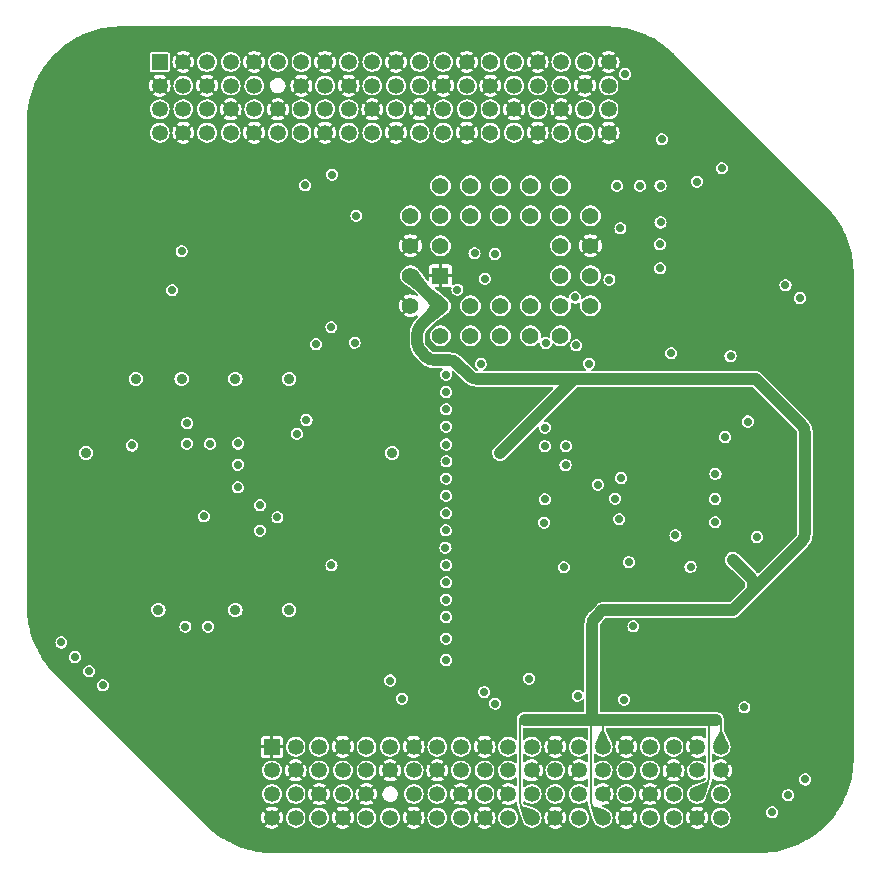
<source format=gbr>
G04 #@! TF.GenerationSoftware,KiCad,Pcbnew,7.0.6-0*
G04 #@! TF.CreationDate,2023-08-16T20:57:49-04:00*
G04 #@! TF.ProjectId,Compaq S3 Virge GX VRAM Addon Board,436f6d70-6171-4205-9333-205669726765,1*
G04 #@! TF.SameCoordinates,Original*
G04 #@! TF.FileFunction,Copper,L3,Inr*
G04 #@! TF.FilePolarity,Positive*
%FSLAX46Y46*%
G04 Gerber Fmt 4.6, Leading zero omitted, Abs format (unit mm)*
G04 Created by KiCad (PCBNEW 7.0.6-0) date 2023-08-16 20:57:49*
%MOMM*%
%LPD*%
G01*
G04 APERTURE LIST*
G04 #@! TA.AperFunction,ComponentPad*
%ADD10R,1.350000X1.350000*%
G04 #@! TD*
G04 #@! TA.AperFunction,ComponentPad*
%ADD11C,1.350000*%
G04 #@! TD*
G04 #@! TA.AperFunction,ComponentPad*
%ADD12R,1.422400X1.422400*%
G04 #@! TD*
G04 #@! TA.AperFunction,ComponentPad*
%ADD13C,1.422400*%
G04 #@! TD*
G04 #@! TA.AperFunction,ViaPad*
%ADD14C,0.889000*%
G04 #@! TD*
G04 #@! TA.AperFunction,ViaPad*
%ADD15C,0.700000*%
G04 #@! TD*
G04 #@! TA.AperFunction,Conductor*
%ADD16C,1.000000*%
G04 #@! TD*
G04 #@! TA.AperFunction,Conductor*
%ADD17C,0.200000*%
G04 #@! TD*
G04 APERTURE END LIST*
D10*
X117030000Y-72830000D03*
D11*
X119030000Y-72830000D03*
X121030000Y-72830000D03*
X123030000Y-72830000D03*
X125030000Y-72830000D03*
X127030000Y-72830000D03*
X129030000Y-72830000D03*
X131030000Y-72830000D03*
X133030000Y-72830000D03*
X135030000Y-72830000D03*
X137030000Y-72830000D03*
X139030000Y-72830000D03*
X141030000Y-72830000D03*
X143030000Y-72830000D03*
X145030000Y-72830000D03*
X147030000Y-72830000D03*
X149030000Y-72830000D03*
X151030000Y-72830000D03*
X153030000Y-72830000D03*
X155030000Y-72830000D03*
X117030000Y-74830000D03*
X119030000Y-74830000D03*
X121030000Y-74830000D03*
X123030000Y-74830000D03*
X125030000Y-74830000D03*
X129030000Y-74830000D03*
X131030000Y-74830000D03*
X133030000Y-74830000D03*
X135030000Y-74830000D03*
X137030000Y-74830000D03*
X139030000Y-74830000D03*
X141030000Y-74830000D03*
X143030000Y-74830000D03*
X145030000Y-74830000D03*
X147030000Y-74830000D03*
X149030000Y-74830000D03*
X151030000Y-74830000D03*
X153030000Y-74830000D03*
X155030000Y-74830000D03*
X117030000Y-76830000D03*
X119030000Y-76830000D03*
X121030000Y-76830000D03*
X123030000Y-76830000D03*
X125030000Y-76830000D03*
X127030000Y-76830000D03*
X129030000Y-76830000D03*
X131030000Y-76830000D03*
X133030000Y-76830000D03*
X135030000Y-76830000D03*
X137030000Y-76830000D03*
X139030000Y-76830000D03*
X141030000Y-76830000D03*
X143030000Y-76830000D03*
X145030000Y-76830000D03*
X147030000Y-76830000D03*
X149030000Y-76830000D03*
X151030000Y-76830000D03*
X153030000Y-76830000D03*
X155030000Y-76830000D03*
X117030000Y-78830000D03*
X119030000Y-78830000D03*
X121030000Y-78830000D03*
X123030000Y-78830000D03*
X125030000Y-78830000D03*
X127030000Y-78830000D03*
X129030000Y-78830000D03*
X131030000Y-78830000D03*
X133030000Y-78830000D03*
X135030000Y-78830000D03*
X137030000Y-78830000D03*
X139030000Y-78830000D03*
X141030000Y-78830000D03*
X143030000Y-78830000D03*
X145030000Y-78830000D03*
X147030000Y-78830000D03*
X149030000Y-78830000D03*
X151030000Y-78830000D03*
X153030000Y-78830000D03*
X155030000Y-78830000D03*
D10*
X126530000Y-130810000D03*
D11*
X128530000Y-130810000D03*
X130530000Y-130810000D03*
X132530000Y-130810000D03*
X134530000Y-130810000D03*
X136530000Y-130810000D03*
X138530000Y-130810000D03*
X140530000Y-130810000D03*
X142530000Y-130810000D03*
X144530000Y-130810000D03*
X146530000Y-130810000D03*
X148530000Y-130810000D03*
X150530000Y-130810000D03*
X152530000Y-130810000D03*
X154530000Y-130810000D03*
X156530000Y-130810000D03*
X158530000Y-130810000D03*
X160530000Y-130810000D03*
X162530000Y-130810000D03*
X164530000Y-130810000D03*
X126530000Y-132810000D03*
X128530000Y-132810000D03*
X130530000Y-132810000D03*
X132530000Y-132810000D03*
X134530000Y-132810000D03*
X136530000Y-132810000D03*
X138530000Y-132810000D03*
X140530000Y-132810000D03*
X142530000Y-132810000D03*
X144530000Y-132810000D03*
X146530000Y-132810000D03*
X148530000Y-132810000D03*
X150530000Y-132810000D03*
X152530000Y-132810000D03*
X154530000Y-132810000D03*
X156530000Y-132810000D03*
X158530000Y-132810000D03*
X160530000Y-132810000D03*
X162530000Y-132810000D03*
X164530000Y-132810000D03*
X126530000Y-134810000D03*
X128530000Y-134810000D03*
X130530000Y-134810000D03*
X132530000Y-134810000D03*
X134530000Y-134810000D03*
X138530000Y-134810000D03*
X140530000Y-134810000D03*
X142530000Y-134810000D03*
X144530000Y-134810000D03*
X146530000Y-134810000D03*
X148530000Y-134810000D03*
X150530000Y-134810000D03*
X152530000Y-134810000D03*
X154530000Y-134810000D03*
X156530000Y-134810000D03*
X158530000Y-134810000D03*
X160530000Y-134810000D03*
X162530000Y-134810000D03*
X164530000Y-134810000D03*
X126530000Y-136810000D03*
X128530000Y-136810000D03*
X130530000Y-136810000D03*
X132530000Y-136810000D03*
X134530000Y-136810000D03*
X136530000Y-136810000D03*
X138530000Y-136810000D03*
X140530000Y-136810000D03*
X142530000Y-136810000D03*
X144530000Y-136810000D03*
X146530000Y-136810000D03*
X148530000Y-136810000D03*
X150530000Y-136810000D03*
X152530000Y-136810000D03*
X154530000Y-136810000D03*
X156530000Y-136810000D03*
X158530000Y-136810000D03*
X160530000Y-136810000D03*
X162530000Y-136810000D03*
X164530000Y-136810000D03*
D12*
X140800000Y-90930000D03*
D13*
X138260000Y-88390000D03*
X140800000Y-88390000D03*
X138260000Y-85850000D03*
X140800000Y-83310000D03*
X140800000Y-85850000D03*
X143340000Y-83310000D03*
X143340000Y-85850000D03*
X145880000Y-83310000D03*
X145880000Y-85850000D03*
X148420000Y-83310000D03*
X148420000Y-85850000D03*
X150960000Y-83310000D03*
X153500000Y-85850000D03*
X150960000Y-85850000D03*
X153500000Y-88390000D03*
X150960000Y-88390000D03*
X153500000Y-90930000D03*
X150960000Y-90930000D03*
X153500000Y-93470000D03*
X150960000Y-96010000D03*
X150960000Y-93470000D03*
X148420000Y-96010000D03*
X148420000Y-93470000D03*
X145880000Y-96010000D03*
X145880000Y-93470000D03*
X143340000Y-96010000D03*
X143340000Y-93470000D03*
X140800000Y-96010000D03*
X138260000Y-93470000D03*
X140800000Y-93470000D03*
X138260000Y-90930000D03*
D14*
X123430000Y-99660000D03*
X118877500Y-99660000D03*
X115002500Y-99660000D03*
X123437500Y-119235000D03*
X127982500Y-99665000D03*
X116912500Y-119210000D03*
X136707500Y-105935000D03*
X127982500Y-119235000D03*
X110782500Y-105925000D03*
D15*
X110880000Y-115044959D03*
X138130000Y-124280000D03*
X108115000Y-74245000D03*
X122880000Y-137010000D03*
X109050000Y-82800000D03*
X161650000Y-102980000D03*
X126800000Y-122250000D03*
X170910000Y-84760000D03*
X156850000Y-122250000D03*
X164280000Y-122240000D03*
X173050000Y-108950000D03*
X110130000Y-81770000D03*
X155770000Y-115720000D03*
X157990000Y-76040000D03*
X172810000Y-112480000D03*
X114960000Y-95270000D03*
X145809146Y-138826568D03*
X159210000Y-103680000D03*
X172695000Y-136535000D03*
X122350000Y-122240000D03*
X156110000Y-104100000D03*
X173730000Y-135540000D03*
X120810000Y-135020000D03*
X110105001Y-72175000D03*
X123660000Y-95410000D03*
X110590000Y-90790000D03*
X168230000Y-114760000D03*
X167500000Y-95310000D03*
X132710000Y-125520000D03*
X118890000Y-95260000D03*
X164780000Y-115910000D03*
X138151857Y-109968143D03*
X147244573Y-138798284D03*
X132730000Y-122110000D03*
X167950000Y-105050000D03*
X133554573Y-70768284D03*
X109630000Y-109070000D03*
X132565041Y-113094959D03*
X159370000Y-95330000D03*
X123660000Y-103430000D03*
X115480000Y-122250000D03*
X171660000Y-137530000D03*
X172980000Y-86750000D03*
X109110000Y-73210000D03*
X114660000Y-103440000D03*
X124730000Y-115750000D03*
X121845000Y-136015000D03*
X110590000Y-98560000D03*
X128750000Y-97980000D03*
X134990000Y-70740000D03*
X117090000Y-115700000D03*
X132119146Y-70796568D03*
X145800000Y-107660000D03*
X171945000Y-85755000D03*
X149360000Y-113250000D03*
X159050000Y-116050000D03*
X148680000Y-138770000D03*
X165370000Y-96540000D03*
X108700000Y-121980000D03*
X114660000Y-105300000D03*
X125500000Y-112520000D03*
X118880000Y-88850000D03*
X131630000Y-82380000D03*
X133680000Y-85860000D03*
X141270000Y-100775000D03*
X164630000Y-81820000D03*
X165360000Y-97730000D03*
X164900000Y-104580000D03*
X159380000Y-88280000D03*
X157680000Y-83320000D03*
X121140000Y-120650000D03*
X119200000Y-120630000D03*
X131570000Y-115440000D03*
X131560000Y-95280000D03*
X166820000Y-103270000D03*
X143680000Y-89030000D03*
X159400000Y-90300000D03*
X145410000Y-89090000D03*
X159430000Y-86420000D03*
X159525000Y-79375000D03*
X109850000Y-123210000D03*
X126990000Y-111380000D03*
X118090000Y-92150000D03*
X119350000Y-103400000D03*
X121290000Y-105160000D03*
X123660000Y-105130000D03*
X120760000Y-111290000D03*
X142230000Y-92110000D03*
X151390000Y-106960000D03*
X156440000Y-73850000D03*
X160690000Y-112920000D03*
X156740000Y-115170000D03*
X149720000Y-96620000D03*
X149590000Y-111840000D03*
X111050000Y-124410000D03*
X112220000Y-125610000D03*
X119330000Y-105150000D03*
X123630000Y-106930000D03*
X129350000Y-83280000D03*
X123630000Y-108850000D03*
X125520000Y-110350000D03*
X141280000Y-99310000D03*
X161970000Y-115580000D03*
X144200000Y-98390000D03*
X149640000Y-105350000D03*
X149630000Y-109870000D03*
X157130000Y-120620000D03*
X128630000Y-104310000D03*
X149640000Y-103800000D03*
X130260000Y-96720000D03*
X141280000Y-119820000D03*
X136530000Y-125200000D03*
X141270000Y-105217134D03*
X141270000Y-118355000D03*
X141220000Y-113960000D03*
X144500000Y-126180000D03*
X141280000Y-109565000D03*
D14*
X154503649Y-119246351D03*
X145822199Y-105937801D03*
X171643649Y-105936351D03*
X163593649Y-99666351D03*
X165573649Y-119226351D03*
X167513649Y-99666351D03*
X159043649Y-119246351D03*
X154493649Y-99666351D03*
D15*
X165551741Y-114954443D03*
D14*
X159363649Y-99666351D03*
D15*
X167590000Y-113050000D03*
X151410000Y-105350000D03*
X133530000Y-96600000D03*
X137530000Y-126740000D03*
X141270000Y-103705000D03*
X141270000Y-116890000D03*
X141270000Y-111030000D03*
X171220000Y-92810000D03*
X129450000Y-103140000D03*
X141270000Y-102240000D03*
X141270000Y-115425000D03*
X148320000Y-125050000D03*
X141270000Y-108100000D03*
X154120000Y-108620000D03*
X153370000Y-98380000D03*
X152300000Y-96830000D03*
X152410000Y-126500000D03*
X156110000Y-108050000D03*
X156350000Y-126830000D03*
X155930000Y-111540000D03*
X162500000Y-82960000D03*
X164060000Y-111790000D03*
X160345000Y-97485000D03*
X168880000Y-136350000D03*
X155730000Y-83320000D03*
X166530000Y-127470000D03*
X151245000Y-115600000D03*
X141280000Y-123460000D03*
X141270000Y-121660000D03*
X145420000Y-127150000D03*
X141250000Y-112495000D03*
X141300000Y-106635000D03*
X155590000Y-109810000D03*
X144560000Y-91180000D03*
X170230000Y-134900000D03*
X156030000Y-86920000D03*
X164070000Y-109830000D03*
X171670000Y-133580000D03*
X164080000Y-107710000D03*
X170010000Y-91730000D03*
X159430000Y-83300000D03*
X155100000Y-91270000D03*
X152200000Y-92770000D03*
D16*
X167513649Y-99666351D02*
X163593649Y-99666351D01*
D17*
X164130000Y-128520000D02*
X164520000Y-128520000D01*
X153633649Y-128866351D02*
X153633649Y-128504160D01*
X147640000Y-128370000D02*
X147770000Y-128370000D01*
X153530000Y-128970000D02*
X153633649Y-128866351D01*
X154530000Y-128520511D02*
X153650000Y-128520511D01*
D16*
X138260000Y-90930000D02*
X140800000Y-93470000D01*
D17*
X154530000Y-130810000D02*
X154530000Y-128520511D01*
D16*
X165553649Y-119246351D02*
X166991542Y-117808458D01*
X171643649Y-112742137D02*
X171643649Y-105936351D01*
D17*
X154530000Y-136810000D02*
X153822893Y-136102893D01*
D16*
X164129489Y-128520511D02*
X147920511Y-128520511D01*
D17*
X153530000Y-135395786D02*
X153530000Y-128970000D01*
X147530000Y-128480000D02*
X147640000Y-128370000D01*
D16*
X143223458Y-99373458D02*
X142212893Y-98362893D01*
X141505786Y-98070000D02*
X140304214Y-98070000D01*
D17*
X148530000Y-136810000D02*
X147822893Y-136102893D01*
D16*
X159043649Y-119246351D02*
X164863649Y-119246351D01*
D17*
X164530000Y-128530000D02*
X164530000Y-130810000D01*
D16*
X171643649Y-105936351D02*
X171643649Y-104210565D01*
X166991542Y-116394244D02*
X165551741Y-114954443D01*
X159363649Y-99666351D02*
X154493649Y-99666351D01*
X153633649Y-128504160D02*
X153633649Y-120530565D01*
X152093649Y-99666351D02*
X145823649Y-105936351D01*
X154493649Y-99666351D02*
X152093649Y-99666351D01*
D17*
X147530000Y-135395786D02*
X147530000Y-128480000D01*
D16*
X171350756Y-103503458D02*
X167538649Y-99691351D01*
X163593649Y-99666351D02*
X159363649Y-99666351D01*
X152093649Y-99666351D02*
X143930565Y-99666351D01*
X164863649Y-119246351D02*
X165553649Y-119246351D01*
X139142893Y-95127107D02*
X140800000Y-93470000D01*
D17*
X164520000Y-128520000D02*
X164530000Y-128530000D01*
D16*
X139597107Y-97777107D02*
X139142893Y-97322893D01*
X154503649Y-119246351D02*
X159043649Y-119246351D01*
D17*
X164130000Y-128520000D02*
X163530000Y-128520000D01*
X163530000Y-128520000D02*
X163530000Y-133395786D01*
D16*
X165573649Y-119226351D02*
X171350756Y-113449244D01*
X164130000Y-128520000D02*
X164129489Y-128520511D01*
X138850000Y-96615786D02*
X138850000Y-95834214D01*
X165553649Y-119246351D02*
X165573649Y-119226351D01*
X167538649Y-99691351D02*
X167513649Y-99666351D01*
D17*
X163237107Y-134102893D02*
X162530000Y-134810000D01*
D16*
X153926542Y-119823458D02*
X154503649Y-119246351D01*
X171350727Y-113449215D02*
G75*
G03*
X171643649Y-112742137I-707027J707115D01*
G01*
D17*
X147530010Y-135395786D02*
G75*
G03*
X147822893Y-136102893I999990J-14D01*
G01*
D16*
X153926570Y-119823486D02*
G75*
G03*
X153633649Y-120530565I707030J-707114D01*
G01*
X166991591Y-117808506D02*
G75*
G03*
X166991542Y-116394244I-707191J707106D01*
G01*
X138850010Y-96615786D02*
G75*
G03*
X139142893Y-97322893I999990J-14D01*
G01*
D17*
X153530010Y-135395786D02*
G75*
G03*
X153822893Y-136102893I999990J-14D01*
G01*
D16*
X142212900Y-98362886D02*
G75*
G03*
X141505786Y-98070000I-707100J-707114D01*
G01*
X139142886Y-95127100D02*
G75*
G03*
X138850000Y-95834214I707114J-707100D01*
G01*
D17*
X163237114Y-134102900D02*
G75*
G03*
X163530000Y-133395786I-707114J707100D01*
G01*
D16*
X139597100Y-97777114D02*
G75*
G03*
X140304214Y-98070000I707100J707114D01*
G01*
X171643688Y-104210565D02*
G75*
G03*
X171350755Y-103503459I-999988J-35D01*
G01*
X143223486Y-99373430D02*
G75*
G03*
X143930565Y-99666351I707114J707030D01*
G01*
G04 #@! TA.AperFunction,Conductor*
G36*
X154897999Y-69812585D02*
G01*
X154899546Y-69813088D01*
X154940000Y-69813088D01*
X155109013Y-69818620D01*
X155478241Y-69831802D01*
X155481232Y-69832002D01*
X155725044Y-69856016D01*
X156022999Y-69888050D01*
X156025690Y-69888416D01*
X156280504Y-69930486D01*
X156562743Y-69981408D01*
X156565138Y-69981904D01*
X156781441Y-70032339D01*
X156821811Y-70041752D01*
X157095992Y-70111732D01*
X157320424Y-70179813D01*
X157351724Y-70189308D01*
X157618115Y-70277971D01*
X157869173Y-70372462D01*
X158115320Y-70474421D01*
X158128014Y-70479679D01*
X158372297Y-70590363D01*
X158600663Y-70704675D01*
X158623416Y-70716065D01*
X158859052Y-70842016D01*
X159102448Y-70986430D01*
X159326233Y-71125589D01*
X159328307Y-71126953D01*
X159563891Y-71290523D01*
X159773772Y-71440923D01*
X159775999Y-71442617D01*
X160009285Y-71630611D01*
X160198622Y-71785996D01*
X160200925Y-71788009D01*
X160481001Y-72048830D01*
X160528571Y-72093384D01*
X160593335Y-72154043D01*
X173438801Y-84999508D01*
X173553530Y-85122003D01*
X173805923Y-85393090D01*
X173807959Y-85395418D01*
X173960397Y-85581164D01*
X173962762Y-85584045D01*
X174151439Y-85818179D01*
X174153133Y-85820406D01*
X174303181Y-86029797D01*
X174467174Y-86265991D01*
X174468549Y-86268083D01*
X174607437Y-86491433D01*
X174630452Y-86530222D01*
X174744061Y-86721700D01*
X174752175Y-86735374D01*
X174877930Y-86970647D01*
X175003879Y-87222260D01*
X175114408Y-87466203D01*
X175221834Y-87725553D01*
X175316170Y-87976196D01*
X175405031Y-88243183D01*
X175482470Y-88498465D01*
X175552614Y-88773288D01*
X175612343Y-89029453D01*
X175612850Y-89031905D01*
X175663910Y-89314920D01*
X175705858Y-89568996D01*
X175706235Y-89571768D01*
X175738391Y-89870864D01*
X175762139Y-90111985D01*
X175762351Y-90115235D01*
X175779559Y-90646428D01*
X175779254Y-90650198D01*
X175779500Y-90650198D01*
X175779500Y-131809866D01*
X175768503Y-132131763D01*
X175760375Y-132359316D01*
X175760147Y-132362611D01*
X175729552Y-132660236D01*
X175702171Y-132914907D01*
X175701735Y-132918027D01*
X175651855Y-133207332D01*
X175605353Y-133465070D01*
X175604732Y-133468001D01*
X175535792Y-133750901D01*
X175470396Y-134007117D01*
X175469614Y-134009850D01*
X175381906Y-134286197D01*
X175297974Y-134538368D01*
X175297056Y-134540896D01*
X175190961Y-134809938D01*
X175088914Y-135056298D01*
X175087884Y-135058615D01*
X174963882Y-135319357D01*
X174945194Y-135356693D01*
X174844264Y-135558323D01*
X174843147Y-135560427D01*
X174701756Y-135811891D01*
X174565200Y-136042042D01*
X174564020Y-136043932D01*
X174405883Y-136285033D01*
X174252499Y-136505949D01*
X174077711Y-136736442D01*
X173908855Y-136945980D01*
X173718798Y-137163946D01*
X173535405Y-137360923D01*
X173330923Y-137565405D01*
X173133946Y-137748798D01*
X172915980Y-137938855D01*
X172706442Y-138107711D01*
X172475949Y-138282499D01*
X172255033Y-138435883D01*
X172013932Y-138594020D01*
X172012042Y-138595200D01*
X171781891Y-138731756D01*
X171530427Y-138873147D01*
X171528323Y-138874264D01*
X171335472Y-138970799D01*
X171289357Y-138993882D01*
X171028615Y-139117884D01*
X171026298Y-139118914D01*
X170779938Y-139220961D01*
X170510896Y-139327056D01*
X170508368Y-139327974D01*
X170256197Y-139411906D01*
X169979850Y-139499614D01*
X169977117Y-139500396D01*
X169720901Y-139565792D01*
X169438001Y-139634732D01*
X169435070Y-139635353D01*
X169177332Y-139681855D01*
X168888027Y-139731735D01*
X168884907Y-139732171D01*
X168630236Y-139759552D01*
X168332609Y-139790148D01*
X168329313Y-139790376D01*
X168103099Y-139798457D01*
X167779866Y-139809500D01*
X126629901Y-139809500D01*
X126629899Y-139809500D01*
X126620385Y-139811384D01*
X126619987Y-139809373D01*
X126597345Y-139813452D01*
X126460675Y-139808978D01*
X126091535Y-139795804D01*
X126088448Y-139795597D01*
X125843999Y-139771521D01*
X125546430Y-139739527D01*
X125543658Y-139739150D01*
X125305307Y-139699799D01*
X125288387Y-139697005D01*
X125204413Y-139681855D01*
X125006356Y-139646121D01*
X125003904Y-139645614D01*
X124746825Y-139585671D01*
X124472722Y-139515710D01*
X124409282Y-139496466D01*
X124216643Y-139438029D01*
X124068092Y-139388587D01*
X123950280Y-139349375D01*
X123698876Y-139254752D01*
X123440121Y-139147572D01*
X123195440Y-139036708D01*
X122944422Y-138911057D01*
X122708396Y-138784897D01*
X122465131Y-138640561D01*
X122240941Y-138501150D01*
X122238849Y-138499774D01*
X122003443Y-138336327D01*
X121793132Y-138185619D01*
X121790905Y-138183925D01*
X121669327Y-138085950D01*
X121557891Y-137996149D01*
X121367828Y-137840168D01*
X121365519Y-137838149D01*
X121132891Y-137621741D01*
X121126209Y-137615483D01*
X120971693Y-137470761D01*
X120971359Y-137470448D01*
X120943728Y-137442895D01*
X120942051Y-137441457D01*
X120310594Y-136810000D01*
X125599905Y-136810000D01*
X125620230Y-137003379D01*
X125680317Y-137188307D01*
X125777537Y-137356696D01*
X125791271Y-137371950D01*
X126172931Y-136990289D01*
X126202359Y-137048045D01*
X126291955Y-137137641D01*
X126349707Y-137167067D01*
X125970159Y-137546614D01*
X126064955Y-137615487D01*
X126064962Y-137615491D01*
X126242578Y-137694570D01*
X126242588Y-137694573D01*
X126432782Y-137735000D01*
X126627218Y-137735000D01*
X126817411Y-137694573D01*
X126817421Y-137694570D01*
X126995042Y-137615489D01*
X126995051Y-137615483D01*
X127089838Y-137546616D01*
X127089838Y-137546615D01*
X126710291Y-137167068D01*
X126768045Y-137137641D01*
X126857641Y-137048045D01*
X126887068Y-136990291D01*
X127268727Y-137371950D01*
X127282461Y-137356697D01*
X127282464Y-137356693D01*
X127379679Y-137188313D01*
X127379681Y-137188308D01*
X127439769Y-137003379D01*
X127460094Y-136810000D01*
X127689898Y-136810000D01*
X127703051Y-136935148D01*
X127708257Y-136984672D01*
X127762527Y-137151696D01*
X127762528Y-137151698D01*
X127762529Y-137151700D01*
X127796188Y-137210000D01*
X127850345Y-137303803D01*
X127897968Y-137356693D01*
X127967862Y-137434317D01*
X128109949Y-137537550D01*
X128109954Y-137537552D01*
X128109959Y-137537555D01*
X128270387Y-137608981D01*
X128270394Y-137608984D01*
X128442185Y-137645500D01*
X128442187Y-137645500D01*
X128617813Y-137645500D01*
X128617815Y-137645500D01*
X128789606Y-137608984D01*
X128929688Y-137546616D01*
X128950040Y-137537555D01*
X128950040Y-137537554D01*
X128950051Y-137537550D01*
X129092138Y-137434317D01*
X129209657Y-137303800D01*
X129297471Y-137151700D01*
X129351744Y-136984667D01*
X129370102Y-136810000D01*
X129689898Y-136810000D01*
X129703051Y-136935148D01*
X129708257Y-136984672D01*
X129762527Y-137151696D01*
X129762528Y-137151698D01*
X129762529Y-137151700D01*
X129796188Y-137210000D01*
X129850345Y-137303803D01*
X129897968Y-137356693D01*
X129967862Y-137434317D01*
X130109949Y-137537550D01*
X130109954Y-137537552D01*
X130109959Y-137537555D01*
X130270387Y-137608981D01*
X130270394Y-137608984D01*
X130442185Y-137645500D01*
X130442187Y-137645500D01*
X130617813Y-137645500D01*
X130617815Y-137645500D01*
X130789606Y-137608984D01*
X130929688Y-137546616D01*
X130950040Y-137537555D01*
X130950040Y-137537554D01*
X130950051Y-137537550D01*
X131092138Y-137434317D01*
X131209657Y-137303800D01*
X131297471Y-137151700D01*
X131351744Y-136984667D01*
X131370102Y-136810000D01*
X131599905Y-136810000D01*
X131620230Y-137003379D01*
X131680317Y-137188307D01*
X131777537Y-137356696D01*
X131791271Y-137371950D01*
X132172931Y-136990289D01*
X132202359Y-137048045D01*
X132291955Y-137137641D01*
X132349707Y-137167067D01*
X131970159Y-137546614D01*
X132064955Y-137615487D01*
X132064962Y-137615491D01*
X132242578Y-137694570D01*
X132242588Y-137694573D01*
X132432782Y-137735000D01*
X132627218Y-137735000D01*
X132817411Y-137694573D01*
X132817421Y-137694570D01*
X132995042Y-137615489D01*
X132995051Y-137615483D01*
X133089838Y-137546616D01*
X133089838Y-137546615D01*
X132710291Y-137167068D01*
X132768045Y-137137641D01*
X132857641Y-137048045D01*
X132887068Y-136990291D01*
X133268727Y-137371950D01*
X133282461Y-137356697D01*
X133282464Y-137356693D01*
X133379679Y-137188313D01*
X133379681Y-137188308D01*
X133439769Y-137003379D01*
X133460094Y-136810000D01*
X133689898Y-136810000D01*
X133703051Y-136935148D01*
X133708257Y-136984672D01*
X133762527Y-137151696D01*
X133762528Y-137151698D01*
X133762529Y-137151700D01*
X133796188Y-137210000D01*
X133850345Y-137303803D01*
X133897968Y-137356693D01*
X133967862Y-137434317D01*
X134109949Y-137537550D01*
X134109954Y-137537552D01*
X134109959Y-137537555D01*
X134270387Y-137608981D01*
X134270394Y-137608984D01*
X134442185Y-137645500D01*
X134442187Y-137645500D01*
X134617813Y-137645500D01*
X134617815Y-137645500D01*
X134789606Y-137608984D01*
X134929688Y-137546616D01*
X134950040Y-137537555D01*
X134950040Y-137537554D01*
X134950051Y-137537550D01*
X135092138Y-137434317D01*
X135209657Y-137303800D01*
X135297471Y-137151700D01*
X135351744Y-136984667D01*
X135370102Y-136810000D01*
X135689898Y-136810000D01*
X135703051Y-136935148D01*
X135708257Y-136984672D01*
X135762527Y-137151696D01*
X135762528Y-137151698D01*
X135762529Y-137151700D01*
X135796188Y-137210000D01*
X135850345Y-137303803D01*
X135897968Y-137356693D01*
X135967862Y-137434317D01*
X136109949Y-137537550D01*
X136109954Y-137537552D01*
X136109959Y-137537555D01*
X136270387Y-137608981D01*
X136270394Y-137608984D01*
X136442185Y-137645500D01*
X136442187Y-137645500D01*
X136617813Y-137645500D01*
X136617815Y-137645500D01*
X136789606Y-137608984D01*
X136929688Y-137546616D01*
X136950040Y-137537555D01*
X136950040Y-137537554D01*
X136950051Y-137537550D01*
X137092138Y-137434317D01*
X137209657Y-137303800D01*
X137297471Y-137151700D01*
X137351744Y-136984667D01*
X137370102Y-136810000D01*
X137599905Y-136810000D01*
X137620230Y-137003379D01*
X137680317Y-137188307D01*
X137777537Y-137356696D01*
X137791271Y-137371950D01*
X138172931Y-136990289D01*
X138202359Y-137048045D01*
X138291955Y-137137641D01*
X138349707Y-137167067D01*
X137970160Y-137546614D01*
X138064955Y-137615487D01*
X138064962Y-137615491D01*
X138242578Y-137694570D01*
X138242588Y-137694573D01*
X138432782Y-137735000D01*
X138627218Y-137735000D01*
X138817411Y-137694573D01*
X138817421Y-137694570D01*
X138995042Y-137615489D01*
X138995051Y-137615483D01*
X139089838Y-137546616D01*
X139089838Y-137546615D01*
X138710291Y-137167068D01*
X138768045Y-137137641D01*
X138857641Y-137048045D01*
X138887068Y-136990291D01*
X139268727Y-137371950D01*
X139282461Y-137356697D01*
X139282464Y-137356693D01*
X139379679Y-137188313D01*
X139379681Y-137188308D01*
X139439769Y-137003379D01*
X139460094Y-136810000D01*
X139689898Y-136810000D01*
X139703051Y-136935148D01*
X139708257Y-136984672D01*
X139762527Y-137151696D01*
X139762528Y-137151698D01*
X139762529Y-137151700D01*
X139796188Y-137210000D01*
X139850345Y-137303803D01*
X139897968Y-137356693D01*
X139967862Y-137434317D01*
X140109949Y-137537550D01*
X140109954Y-137537552D01*
X140109959Y-137537555D01*
X140270387Y-137608981D01*
X140270394Y-137608984D01*
X140442185Y-137645500D01*
X140442187Y-137645500D01*
X140617813Y-137645500D01*
X140617815Y-137645500D01*
X140789606Y-137608984D01*
X140929688Y-137546616D01*
X140950040Y-137537555D01*
X140950040Y-137537554D01*
X140950051Y-137537550D01*
X141092138Y-137434317D01*
X141209657Y-137303800D01*
X141297471Y-137151700D01*
X141351744Y-136984667D01*
X141370102Y-136810000D01*
X141689898Y-136810000D01*
X141703051Y-136935148D01*
X141708257Y-136984672D01*
X141762527Y-137151696D01*
X141762528Y-137151698D01*
X141762529Y-137151700D01*
X141796188Y-137210000D01*
X141850345Y-137303803D01*
X141897968Y-137356693D01*
X141967862Y-137434317D01*
X142109949Y-137537550D01*
X142109954Y-137537552D01*
X142109959Y-137537555D01*
X142270387Y-137608981D01*
X142270394Y-137608984D01*
X142442185Y-137645500D01*
X142442187Y-137645500D01*
X142617813Y-137645500D01*
X142617815Y-137645500D01*
X142789606Y-137608984D01*
X142929688Y-137546616D01*
X142950040Y-137537555D01*
X142950040Y-137537554D01*
X142950051Y-137537550D01*
X143092138Y-137434317D01*
X143209657Y-137303800D01*
X143297471Y-137151700D01*
X143351744Y-136984667D01*
X143370102Y-136810000D01*
X143599905Y-136810000D01*
X143620230Y-137003379D01*
X143680317Y-137188307D01*
X143777537Y-137356696D01*
X143791271Y-137371950D01*
X144172931Y-136990290D01*
X144202359Y-137048045D01*
X144291955Y-137137641D01*
X144349707Y-137167067D01*
X143970159Y-137546614D01*
X144064955Y-137615487D01*
X144064962Y-137615491D01*
X144242578Y-137694570D01*
X144242588Y-137694573D01*
X144432782Y-137735000D01*
X144627218Y-137735000D01*
X144817411Y-137694573D01*
X144817421Y-137694570D01*
X144995042Y-137615489D01*
X144995051Y-137615483D01*
X145089838Y-137546616D01*
X145089838Y-137546615D01*
X144710291Y-137167068D01*
X144768045Y-137137641D01*
X144857641Y-137048045D01*
X144887068Y-136990291D01*
X145268727Y-137371950D01*
X145282461Y-137356697D01*
X145282464Y-137356693D01*
X145379679Y-137188313D01*
X145379681Y-137188308D01*
X145439769Y-137003379D01*
X145460094Y-136810000D01*
X145689898Y-136810000D01*
X145703051Y-136935148D01*
X145708257Y-136984672D01*
X145762527Y-137151696D01*
X145762528Y-137151698D01*
X145762529Y-137151700D01*
X145796188Y-137210000D01*
X145850345Y-137303803D01*
X145897968Y-137356693D01*
X145967862Y-137434317D01*
X146109949Y-137537550D01*
X146109954Y-137537552D01*
X146109959Y-137537555D01*
X146270387Y-137608981D01*
X146270394Y-137608984D01*
X146442185Y-137645500D01*
X146442187Y-137645500D01*
X146617813Y-137645500D01*
X146617815Y-137645500D01*
X146789606Y-137608984D01*
X146929688Y-137546616D01*
X146950040Y-137537555D01*
X146950040Y-137537554D01*
X146950051Y-137537550D01*
X147092138Y-137434317D01*
X147209657Y-137303800D01*
X147297471Y-137151700D01*
X147351744Y-136984667D01*
X147370102Y-136810000D01*
X147351744Y-136635333D01*
X147297471Y-136468300D01*
X147209657Y-136316200D01*
X147209655Y-136316197D01*
X147209654Y-136316196D01*
X147092139Y-136185684D01*
X147092138Y-136185683D01*
X146950051Y-136082450D01*
X146950048Y-136082448D01*
X146950040Y-136082444D01*
X146789612Y-136011018D01*
X146789607Y-136011016D01*
X146789606Y-136011016D01*
X146789603Y-136011015D01*
X146789602Y-136011015D01*
X146744850Y-136001502D01*
X146617815Y-135974500D01*
X146442185Y-135974500D01*
X146349441Y-135994213D01*
X146270397Y-136011015D01*
X146270387Y-136011018D01*
X146109959Y-136082444D01*
X146109952Y-136082448D01*
X145967860Y-136185684D01*
X145850345Y-136316196D01*
X145762527Y-136468303D01*
X145708257Y-136635327D01*
X145708256Y-136635331D01*
X145708256Y-136635333D01*
X145689898Y-136810000D01*
X145460094Y-136810000D01*
X145439769Y-136616620D01*
X145379682Y-136431692D01*
X145282462Y-136263303D01*
X145268727Y-136248048D01*
X144887067Y-136629707D01*
X144857641Y-136571955D01*
X144768045Y-136482359D01*
X144710290Y-136452931D01*
X145089838Y-136073384D01*
X144995044Y-136004512D01*
X144995037Y-136004508D01*
X144817421Y-135925429D01*
X144817411Y-135925426D01*
X144627218Y-135885000D01*
X144432782Y-135885000D01*
X144242588Y-135925426D01*
X144242582Y-135925428D01*
X144064955Y-136004512D01*
X144064948Y-136004516D01*
X143970160Y-136073383D01*
X144349709Y-136452931D01*
X144291955Y-136482359D01*
X144202359Y-136571955D01*
X144172932Y-136629708D01*
X143791272Y-136248048D01*
X143791270Y-136248048D01*
X143777542Y-136263296D01*
X143777534Y-136263306D01*
X143680320Y-136431686D01*
X143680318Y-136431691D01*
X143620230Y-136616620D01*
X143599905Y-136810000D01*
X143370102Y-136810000D01*
X143351744Y-136635333D01*
X143297471Y-136468300D01*
X143209657Y-136316200D01*
X143209655Y-136316197D01*
X143209654Y-136316196D01*
X143092139Y-136185684D01*
X143092138Y-136185683D01*
X142950051Y-136082450D01*
X142950048Y-136082448D01*
X142950040Y-136082444D01*
X142789612Y-136011018D01*
X142789607Y-136011016D01*
X142789606Y-136011016D01*
X142789603Y-136011015D01*
X142789602Y-136011015D01*
X142744850Y-136001502D01*
X142617815Y-135974500D01*
X142442185Y-135974500D01*
X142349441Y-135994213D01*
X142270397Y-136011015D01*
X142270387Y-136011018D01*
X142109959Y-136082444D01*
X142109952Y-136082448D01*
X141967860Y-136185684D01*
X141850345Y-136316196D01*
X141762527Y-136468303D01*
X141708257Y-136635327D01*
X141708256Y-136635331D01*
X141708256Y-136635333D01*
X141689898Y-136810000D01*
X141370102Y-136810000D01*
X141351744Y-136635333D01*
X141297471Y-136468300D01*
X141209657Y-136316200D01*
X141209655Y-136316197D01*
X141209654Y-136316196D01*
X141092139Y-136185684D01*
X141092138Y-136185683D01*
X140950051Y-136082450D01*
X140950048Y-136082448D01*
X140950040Y-136082444D01*
X140789612Y-136011018D01*
X140789607Y-136011016D01*
X140789606Y-136011016D01*
X140789603Y-136011015D01*
X140789602Y-136011015D01*
X140744850Y-136001502D01*
X140617815Y-135974500D01*
X140442185Y-135974500D01*
X140349441Y-135994213D01*
X140270397Y-136011015D01*
X140270387Y-136011018D01*
X140109959Y-136082444D01*
X140109952Y-136082448D01*
X139967860Y-136185684D01*
X139850345Y-136316196D01*
X139762527Y-136468303D01*
X139708257Y-136635327D01*
X139708256Y-136635331D01*
X139708256Y-136635333D01*
X139689898Y-136810000D01*
X139460094Y-136810000D01*
X139439769Y-136616620D01*
X139379682Y-136431692D01*
X139282462Y-136263303D01*
X139268727Y-136248048D01*
X138887067Y-136629707D01*
X138857641Y-136571955D01*
X138768045Y-136482359D01*
X138710290Y-136452931D01*
X139089838Y-136073384D01*
X138995044Y-136004512D01*
X138995037Y-136004508D01*
X138817421Y-135925429D01*
X138817411Y-135925426D01*
X138627218Y-135885000D01*
X138432782Y-135885000D01*
X138242588Y-135925426D01*
X138242582Y-135925428D01*
X138064955Y-136004512D01*
X138064948Y-136004516D01*
X137970160Y-136073383D01*
X138349709Y-136452931D01*
X138291955Y-136482359D01*
X138202359Y-136571955D01*
X138172931Y-136629708D01*
X137791272Y-136248048D01*
X137791270Y-136248048D01*
X137777542Y-136263296D01*
X137777534Y-136263306D01*
X137680320Y-136431686D01*
X137680318Y-136431691D01*
X137620230Y-136616620D01*
X137599905Y-136810000D01*
X137370102Y-136810000D01*
X137351744Y-136635333D01*
X137297471Y-136468300D01*
X137209657Y-136316200D01*
X137209655Y-136316197D01*
X137209654Y-136316196D01*
X137092139Y-136185684D01*
X137092138Y-136185683D01*
X136950051Y-136082450D01*
X136950048Y-136082448D01*
X136950040Y-136082444D01*
X136789612Y-136011018D01*
X136789607Y-136011016D01*
X136789606Y-136011016D01*
X136789603Y-136011015D01*
X136789602Y-136011015D01*
X136744850Y-136001502D01*
X136617815Y-135974500D01*
X136442185Y-135974500D01*
X136349441Y-135994213D01*
X136270397Y-136011015D01*
X136270387Y-136011018D01*
X136109959Y-136082444D01*
X136109952Y-136082448D01*
X135967860Y-136185684D01*
X135850345Y-136316196D01*
X135762527Y-136468303D01*
X135708257Y-136635327D01*
X135708256Y-136635331D01*
X135708256Y-136635333D01*
X135689898Y-136810000D01*
X135370102Y-136810000D01*
X135351744Y-136635333D01*
X135297471Y-136468300D01*
X135209657Y-136316200D01*
X135209655Y-136316197D01*
X135209654Y-136316196D01*
X135092139Y-136185684D01*
X135092138Y-136185683D01*
X134950051Y-136082450D01*
X134950048Y-136082448D01*
X134950040Y-136082444D01*
X134789612Y-136011018D01*
X134789607Y-136011016D01*
X134789606Y-136011016D01*
X134789603Y-136011015D01*
X134789602Y-136011015D01*
X134744850Y-136001502D01*
X134617815Y-135974500D01*
X134442185Y-135974500D01*
X134349441Y-135994213D01*
X134270397Y-136011015D01*
X134270387Y-136011018D01*
X134109959Y-136082444D01*
X134109952Y-136082448D01*
X133967860Y-136185684D01*
X133850345Y-136316196D01*
X133762527Y-136468303D01*
X133708257Y-136635327D01*
X133708256Y-136635331D01*
X133708256Y-136635333D01*
X133689898Y-136810000D01*
X133460094Y-136810000D01*
X133439769Y-136616620D01*
X133379682Y-136431692D01*
X133282462Y-136263303D01*
X133268727Y-136248048D01*
X132887067Y-136629707D01*
X132857641Y-136571955D01*
X132768045Y-136482359D01*
X132710290Y-136452931D01*
X133089838Y-136073384D01*
X132995044Y-136004512D01*
X132995037Y-136004508D01*
X132817421Y-135925429D01*
X132817411Y-135925426D01*
X132627218Y-135885000D01*
X132432782Y-135885000D01*
X132242588Y-135925426D01*
X132242582Y-135925428D01*
X132064955Y-136004512D01*
X132064948Y-136004516D01*
X131970160Y-136073383D01*
X132349709Y-136452931D01*
X132291955Y-136482359D01*
X132202359Y-136571955D01*
X132172931Y-136629708D01*
X131791272Y-136248048D01*
X131791270Y-136248048D01*
X131777542Y-136263296D01*
X131777534Y-136263306D01*
X131680320Y-136431686D01*
X131680318Y-136431691D01*
X131620230Y-136616620D01*
X131599905Y-136810000D01*
X131370102Y-136810000D01*
X131351744Y-136635333D01*
X131297471Y-136468300D01*
X131209657Y-136316200D01*
X131209655Y-136316197D01*
X131209654Y-136316196D01*
X131092139Y-136185684D01*
X131092138Y-136185683D01*
X130950051Y-136082450D01*
X130950048Y-136082448D01*
X130950040Y-136082444D01*
X130789612Y-136011018D01*
X130789607Y-136011016D01*
X130789606Y-136011016D01*
X130789603Y-136011015D01*
X130789602Y-136011015D01*
X130744850Y-136001502D01*
X130617815Y-135974500D01*
X130442185Y-135974500D01*
X130349441Y-135994213D01*
X130270397Y-136011015D01*
X130270387Y-136011018D01*
X130109959Y-136082444D01*
X130109952Y-136082448D01*
X129967860Y-136185684D01*
X129850345Y-136316196D01*
X129762527Y-136468303D01*
X129708257Y-136635327D01*
X129708256Y-136635331D01*
X129708256Y-136635333D01*
X129689898Y-136810000D01*
X129370102Y-136810000D01*
X129351744Y-136635333D01*
X129297471Y-136468300D01*
X129209657Y-136316200D01*
X129209655Y-136316197D01*
X129209654Y-136316196D01*
X129092139Y-136185684D01*
X129092138Y-136185683D01*
X128950051Y-136082450D01*
X128950048Y-136082448D01*
X128950040Y-136082444D01*
X128789612Y-136011018D01*
X128789607Y-136011016D01*
X128789606Y-136011016D01*
X128789603Y-136011015D01*
X128789602Y-136011015D01*
X128744850Y-136001502D01*
X128617815Y-135974500D01*
X128442185Y-135974500D01*
X128349441Y-135994213D01*
X128270397Y-136011015D01*
X128270387Y-136011018D01*
X128109959Y-136082444D01*
X128109952Y-136082448D01*
X127967860Y-136185684D01*
X127850345Y-136316196D01*
X127762527Y-136468303D01*
X127708257Y-136635327D01*
X127708256Y-136635331D01*
X127708256Y-136635333D01*
X127689898Y-136810000D01*
X127460094Y-136810000D01*
X127439769Y-136616620D01*
X127379682Y-136431692D01*
X127282462Y-136263303D01*
X127268727Y-136248048D01*
X126887067Y-136629707D01*
X126857641Y-136571955D01*
X126768045Y-136482359D01*
X126710290Y-136452931D01*
X127089838Y-136073384D01*
X126995044Y-136004512D01*
X126995037Y-136004508D01*
X126817421Y-135925429D01*
X126817411Y-135925426D01*
X126627218Y-135885000D01*
X126432782Y-135885000D01*
X126242588Y-135925426D01*
X126242582Y-135925428D01*
X126064955Y-136004512D01*
X126064948Y-136004516D01*
X125970160Y-136073383D01*
X126349709Y-136452931D01*
X126291955Y-136482359D01*
X126202359Y-136571955D01*
X126172931Y-136629708D01*
X125791272Y-136248048D01*
X125791270Y-136248048D01*
X125777542Y-136263296D01*
X125777534Y-136263306D01*
X125680320Y-136431686D01*
X125680318Y-136431691D01*
X125620230Y-136616620D01*
X125599905Y-136810000D01*
X120310594Y-136810000D01*
X118310594Y-134810000D01*
X125689898Y-134810000D01*
X125703051Y-134935148D01*
X125708257Y-134984672D01*
X125762527Y-135151696D01*
X125762528Y-135151697D01*
X125762529Y-135151700D01*
X125850343Y-135303800D01*
X125850345Y-135303803D01*
X125965116Y-135431267D01*
X125967862Y-135434317D01*
X126109949Y-135537550D01*
X126109954Y-135537552D01*
X126109959Y-135537555D01*
X126270387Y-135608981D01*
X126270394Y-135608984D01*
X126442185Y-135645500D01*
X126442187Y-135645500D01*
X126617813Y-135645500D01*
X126617815Y-135645500D01*
X126789606Y-135608984D01*
X126929688Y-135546616D01*
X126950040Y-135537555D01*
X126950040Y-135537554D01*
X126950051Y-135537550D01*
X127092138Y-135434317D01*
X127209657Y-135303800D01*
X127297471Y-135151700D01*
X127351744Y-134984667D01*
X127370102Y-134810000D01*
X127689898Y-134810000D01*
X127703051Y-134935148D01*
X127708257Y-134984672D01*
X127762527Y-135151696D01*
X127762528Y-135151697D01*
X127762529Y-135151700D01*
X127850343Y-135303800D01*
X127850345Y-135303803D01*
X127965116Y-135431267D01*
X127967862Y-135434317D01*
X128109949Y-135537550D01*
X128109954Y-135537552D01*
X128109959Y-135537555D01*
X128270387Y-135608981D01*
X128270394Y-135608984D01*
X128442185Y-135645500D01*
X128442187Y-135645500D01*
X128617813Y-135645500D01*
X128617815Y-135645500D01*
X128789606Y-135608984D01*
X128929688Y-135546616D01*
X128950040Y-135537555D01*
X128950040Y-135537554D01*
X128950051Y-135537550D01*
X129092138Y-135434317D01*
X129209657Y-135303800D01*
X129297471Y-135151700D01*
X129351744Y-134984667D01*
X129370102Y-134810000D01*
X129599905Y-134810000D01*
X129620230Y-135003379D01*
X129680317Y-135188307D01*
X129777537Y-135356696D01*
X129791271Y-135371950D01*
X130172931Y-134990289D01*
X130202359Y-135048045D01*
X130291955Y-135137641D01*
X130349707Y-135167067D01*
X129970160Y-135546614D01*
X130064955Y-135615487D01*
X130064962Y-135615491D01*
X130242578Y-135694570D01*
X130242588Y-135694573D01*
X130432782Y-135735000D01*
X130627218Y-135735000D01*
X130817411Y-135694573D01*
X130817421Y-135694570D01*
X130995042Y-135615489D01*
X130995051Y-135615483D01*
X131089838Y-135546616D01*
X131089838Y-135546615D01*
X130710291Y-135167068D01*
X130768045Y-135137641D01*
X130857641Y-135048045D01*
X130887068Y-134990291D01*
X131268727Y-135371950D01*
X131282461Y-135356697D01*
X131282464Y-135356693D01*
X131379679Y-135188313D01*
X131379681Y-135188308D01*
X131439769Y-135003379D01*
X131460094Y-134810000D01*
X131689898Y-134810000D01*
X131703051Y-134935148D01*
X131708257Y-134984672D01*
X131762527Y-135151696D01*
X131762528Y-135151697D01*
X131762529Y-135151700D01*
X131850343Y-135303800D01*
X131850345Y-135303803D01*
X131965116Y-135431267D01*
X131967862Y-135434317D01*
X132109949Y-135537550D01*
X132109954Y-135537552D01*
X132109959Y-135537555D01*
X132270387Y-135608981D01*
X132270394Y-135608984D01*
X132442185Y-135645500D01*
X132442187Y-135645500D01*
X132617813Y-135645500D01*
X132617815Y-135645500D01*
X132789606Y-135608984D01*
X132929688Y-135546616D01*
X132950040Y-135537555D01*
X132950040Y-135537554D01*
X132950051Y-135537550D01*
X133092138Y-135434317D01*
X133209657Y-135303800D01*
X133297471Y-135151700D01*
X133351744Y-134984667D01*
X133370102Y-134810000D01*
X133599905Y-134810000D01*
X133620230Y-135003379D01*
X133680317Y-135188307D01*
X133777537Y-135356696D01*
X133791271Y-135371950D01*
X134172931Y-134990290D01*
X134202359Y-135048045D01*
X134291955Y-135137641D01*
X134349707Y-135167067D01*
X133970160Y-135546614D01*
X134064955Y-135615487D01*
X134064962Y-135615491D01*
X134242578Y-135694570D01*
X134242588Y-135694573D01*
X134432782Y-135735000D01*
X134627218Y-135735000D01*
X134817411Y-135694573D01*
X134817421Y-135694570D01*
X134995042Y-135615489D01*
X134995051Y-135615483D01*
X135089838Y-135546616D01*
X135089838Y-135546615D01*
X134710291Y-135167068D01*
X134768045Y-135137641D01*
X134857641Y-135048045D01*
X134887068Y-134990291D01*
X135268727Y-135371950D01*
X135282461Y-135356697D01*
X135282464Y-135356693D01*
X135379679Y-135188313D01*
X135379681Y-135188308D01*
X135439769Y-135003379D01*
X135460094Y-134810000D01*
X135455767Y-134768828D01*
X135875623Y-134768828D01*
X135885943Y-134932857D01*
X135936732Y-135089173D01*
X136024797Y-135227939D01*
X136024798Y-135227940D01*
X136088715Y-135287962D01*
X136144607Y-135340448D01*
X136144606Y-135340448D01*
X136272028Y-135410499D01*
X136288632Y-135419627D01*
X136447823Y-135460500D01*
X136447826Y-135460500D01*
X136570925Y-135460500D01*
X136693053Y-135445072D01*
X136693054Y-135445071D01*
X136693058Y-135445071D01*
X136845871Y-135384568D01*
X136978837Y-135287963D01*
X137083600Y-135161326D01*
X137153579Y-135012613D01*
X137184376Y-134851170D01*
X137181786Y-134810000D01*
X137689898Y-134810000D01*
X137703051Y-134935148D01*
X137708257Y-134984672D01*
X137762527Y-135151696D01*
X137762528Y-135151697D01*
X137762529Y-135151700D01*
X137850343Y-135303800D01*
X137850345Y-135303803D01*
X137965116Y-135431267D01*
X137967862Y-135434317D01*
X138109949Y-135537550D01*
X138109954Y-135537552D01*
X138109959Y-135537555D01*
X138270387Y-135608981D01*
X138270394Y-135608984D01*
X138442185Y-135645500D01*
X138442187Y-135645500D01*
X138617813Y-135645500D01*
X138617815Y-135645500D01*
X138789606Y-135608984D01*
X138929688Y-135546616D01*
X138950040Y-135537555D01*
X138950040Y-135537554D01*
X138950051Y-135537550D01*
X139092138Y-135434317D01*
X139209657Y-135303800D01*
X139297471Y-135151700D01*
X139351744Y-134984667D01*
X139370102Y-134810000D01*
X139689898Y-134810000D01*
X139703051Y-134935148D01*
X139708257Y-134984672D01*
X139762527Y-135151696D01*
X139762528Y-135151697D01*
X139762529Y-135151700D01*
X139850343Y-135303800D01*
X139850345Y-135303803D01*
X139965116Y-135431267D01*
X139967862Y-135434317D01*
X140109949Y-135537550D01*
X140109954Y-135537552D01*
X140109959Y-135537555D01*
X140270387Y-135608981D01*
X140270394Y-135608984D01*
X140442185Y-135645500D01*
X140442187Y-135645500D01*
X140617813Y-135645500D01*
X140617815Y-135645500D01*
X140789606Y-135608984D01*
X140929688Y-135546616D01*
X140950040Y-135537555D01*
X140950040Y-135537554D01*
X140950051Y-135537550D01*
X141092138Y-135434317D01*
X141209657Y-135303800D01*
X141297471Y-135151700D01*
X141351744Y-134984667D01*
X141370102Y-134810000D01*
X141599905Y-134810000D01*
X141620230Y-135003379D01*
X141680317Y-135188307D01*
X141777537Y-135356696D01*
X141791271Y-135371950D01*
X142172931Y-134990290D01*
X142202359Y-135048045D01*
X142291955Y-135137641D01*
X142349707Y-135167067D01*
X141970160Y-135546614D01*
X142064955Y-135615487D01*
X142064962Y-135615491D01*
X142242578Y-135694570D01*
X142242588Y-135694573D01*
X142432782Y-135735000D01*
X142627218Y-135735000D01*
X142817411Y-135694573D01*
X142817421Y-135694570D01*
X142995042Y-135615489D01*
X142995051Y-135615483D01*
X143089838Y-135546616D01*
X143089838Y-135546615D01*
X142710291Y-135167068D01*
X142768045Y-135137641D01*
X142857641Y-135048045D01*
X142887068Y-134990291D01*
X143268727Y-135371950D01*
X143282461Y-135356697D01*
X143282464Y-135356693D01*
X143379679Y-135188313D01*
X143379681Y-135188308D01*
X143439769Y-135003379D01*
X143460094Y-134810000D01*
X143689898Y-134810000D01*
X143703051Y-134935148D01*
X143708257Y-134984672D01*
X143762527Y-135151696D01*
X143762528Y-135151697D01*
X143762529Y-135151700D01*
X143850343Y-135303800D01*
X143850345Y-135303803D01*
X143965116Y-135431267D01*
X143967862Y-135434317D01*
X144109949Y-135537550D01*
X144109954Y-135537552D01*
X144109959Y-135537555D01*
X144270387Y-135608981D01*
X144270394Y-135608984D01*
X144442185Y-135645500D01*
X144442187Y-135645500D01*
X144617813Y-135645500D01*
X144617815Y-135645500D01*
X144789606Y-135608984D01*
X144929688Y-135546616D01*
X144950040Y-135537555D01*
X144950040Y-135537554D01*
X144950051Y-135537550D01*
X145092138Y-135434317D01*
X145209657Y-135303800D01*
X145297471Y-135151700D01*
X145351744Y-134984667D01*
X145370102Y-134810000D01*
X145351744Y-134635333D01*
X145297471Y-134468300D01*
X145209657Y-134316200D01*
X145209655Y-134316197D01*
X145209654Y-134316196D01*
X145092139Y-134185684D01*
X145077335Y-134174928D01*
X144950051Y-134082450D01*
X144950048Y-134082448D01*
X144950040Y-134082444D01*
X144789612Y-134011018D01*
X144789607Y-134011016D01*
X144789606Y-134011016D01*
X144789603Y-134011015D01*
X144789602Y-134011015D01*
X144744850Y-134001502D01*
X144617815Y-133974500D01*
X144442185Y-133974500D01*
X144349441Y-133994213D01*
X144270397Y-134011015D01*
X144270387Y-134011018D01*
X144109959Y-134082444D01*
X144109952Y-134082448D01*
X144109949Y-134082449D01*
X144109949Y-134082450D01*
X144069610Y-134111758D01*
X143967860Y-134185684D01*
X143850345Y-134316196D01*
X143762527Y-134468303D01*
X143708257Y-134635327D01*
X143708256Y-134635331D01*
X143708256Y-134635333D01*
X143702811Y-134687140D01*
X143689905Y-134809938D01*
X143689898Y-134810000D01*
X143460094Y-134810000D01*
X143439769Y-134616620D01*
X143379682Y-134431692D01*
X143282462Y-134263303D01*
X143268727Y-134248048D01*
X142887067Y-134629707D01*
X142857641Y-134571955D01*
X142768045Y-134482359D01*
X142710290Y-134452931D01*
X143089838Y-134073384D01*
X142995044Y-134004512D01*
X142995037Y-134004508D01*
X142817421Y-133925429D01*
X142817411Y-133925426D01*
X142627218Y-133885000D01*
X142432782Y-133885000D01*
X142242588Y-133925426D01*
X142242582Y-133925428D01*
X142064955Y-134004512D01*
X142064948Y-134004516D01*
X141970160Y-134073383D01*
X142349709Y-134452931D01*
X142291955Y-134482359D01*
X142202359Y-134571955D01*
X142172932Y-134629708D01*
X141791272Y-134248048D01*
X141791270Y-134248048D01*
X141777542Y-134263296D01*
X141777534Y-134263306D01*
X141680320Y-134431686D01*
X141680318Y-134431691D01*
X141620230Y-134616620D01*
X141599905Y-134810000D01*
X141370102Y-134810000D01*
X141351744Y-134635333D01*
X141297471Y-134468300D01*
X141209657Y-134316200D01*
X141209655Y-134316197D01*
X141209654Y-134316196D01*
X141092139Y-134185684D01*
X141077335Y-134174928D01*
X140950051Y-134082450D01*
X140950048Y-134082448D01*
X140950040Y-134082444D01*
X140789612Y-134011018D01*
X140789607Y-134011016D01*
X140789606Y-134011016D01*
X140789603Y-134011015D01*
X140789602Y-134011015D01*
X140744850Y-134001502D01*
X140617815Y-133974500D01*
X140442185Y-133974500D01*
X140349441Y-133994213D01*
X140270397Y-134011015D01*
X140270387Y-134011018D01*
X140109959Y-134082444D01*
X140109952Y-134082448D01*
X140109949Y-134082449D01*
X140109949Y-134082450D01*
X140069610Y-134111758D01*
X139967860Y-134185684D01*
X139850345Y-134316196D01*
X139762527Y-134468303D01*
X139708257Y-134635327D01*
X139708256Y-134635331D01*
X139708256Y-134635333D01*
X139702811Y-134687140D01*
X139689905Y-134809938D01*
X139689898Y-134810000D01*
X139370102Y-134810000D01*
X139351744Y-134635333D01*
X139297471Y-134468300D01*
X139209657Y-134316200D01*
X139209655Y-134316197D01*
X139209654Y-134316196D01*
X139092139Y-134185684D01*
X139077335Y-134174928D01*
X138950051Y-134082450D01*
X138950048Y-134082448D01*
X138950040Y-134082444D01*
X138789612Y-134011018D01*
X138789607Y-134011016D01*
X138789606Y-134011016D01*
X138789603Y-134011015D01*
X138789602Y-134011015D01*
X138744850Y-134001502D01*
X138617815Y-133974500D01*
X138442185Y-133974500D01*
X138349441Y-133994213D01*
X138270397Y-134011015D01*
X138270387Y-134011018D01*
X138109959Y-134082444D01*
X138109952Y-134082448D01*
X138109949Y-134082449D01*
X138109949Y-134082450D01*
X138069610Y-134111758D01*
X137967860Y-134185684D01*
X137850345Y-134316196D01*
X137762527Y-134468303D01*
X137708257Y-134635327D01*
X137708256Y-134635331D01*
X137708256Y-134635333D01*
X137689898Y-134810000D01*
X137181786Y-134810000D01*
X137174056Y-134687140D01*
X137123268Y-134530829D01*
X137123267Y-134530828D01*
X137123267Y-134530826D01*
X137035202Y-134392060D01*
X136915392Y-134279551D01*
X136915393Y-134279551D01*
X136771369Y-134200373D01*
X136612179Y-134159500D01*
X136612177Y-134159500D01*
X136489075Y-134159500D01*
X136366946Y-134174927D01*
X136366943Y-134174928D01*
X136214129Y-134235432D01*
X136214125Y-134235434D01*
X136081162Y-134332037D01*
X135976399Y-134458674D01*
X135906420Y-134607387D01*
X135875624Y-134768823D01*
X135875623Y-134768828D01*
X135455767Y-134768828D01*
X135439769Y-134616620D01*
X135379682Y-134431692D01*
X135282462Y-134263303D01*
X135268727Y-134248048D01*
X134887067Y-134629707D01*
X134857641Y-134571955D01*
X134768045Y-134482359D01*
X134710290Y-134452931D01*
X135089838Y-134073384D01*
X134995044Y-134004512D01*
X134995037Y-134004508D01*
X134817421Y-133925429D01*
X134817411Y-133925426D01*
X134627218Y-133885000D01*
X134432782Y-133885000D01*
X134242588Y-133925426D01*
X134242582Y-133925428D01*
X134064955Y-134004512D01*
X134064948Y-134004516D01*
X133970160Y-134073383D01*
X134349709Y-134452931D01*
X134291955Y-134482359D01*
X134202359Y-134571955D01*
X134172932Y-134629708D01*
X133791272Y-134248048D01*
X133791270Y-134248048D01*
X133777542Y-134263296D01*
X133777534Y-134263306D01*
X133680320Y-134431686D01*
X133680318Y-134431691D01*
X133620230Y-134616620D01*
X133599905Y-134810000D01*
X133370102Y-134810000D01*
X133351744Y-134635333D01*
X133297471Y-134468300D01*
X133209657Y-134316200D01*
X133209655Y-134316197D01*
X133209654Y-134316196D01*
X133092139Y-134185684D01*
X133077335Y-134174928D01*
X132950051Y-134082450D01*
X132950048Y-134082448D01*
X132950040Y-134082444D01*
X132789612Y-134011018D01*
X132789607Y-134011016D01*
X132789606Y-134011016D01*
X132789603Y-134011015D01*
X132789602Y-134011015D01*
X132744850Y-134001502D01*
X132617815Y-133974500D01*
X132442185Y-133974500D01*
X132349441Y-133994213D01*
X132270397Y-134011015D01*
X132270387Y-134011018D01*
X132109959Y-134082444D01*
X132109952Y-134082448D01*
X132109949Y-134082449D01*
X132109949Y-134082450D01*
X132069610Y-134111758D01*
X131967860Y-134185684D01*
X131850345Y-134316196D01*
X131762527Y-134468303D01*
X131708257Y-134635327D01*
X131708256Y-134635331D01*
X131708256Y-134635333D01*
X131689898Y-134810000D01*
X131460094Y-134810000D01*
X131439769Y-134616620D01*
X131379682Y-134431692D01*
X131282462Y-134263303D01*
X131268727Y-134248048D01*
X130887067Y-134629707D01*
X130857641Y-134571955D01*
X130768045Y-134482359D01*
X130710290Y-134452931D01*
X131089838Y-134073384D01*
X130995044Y-134004512D01*
X130995037Y-134004508D01*
X130817421Y-133925429D01*
X130817411Y-133925426D01*
X130627218Y-133885000D01*
X130432782Y-133885000D01*
X130242588Y-133925426D01*
X130242582Y-133925428D01*
X130064955Y-134004512D01*
X130064948Y-134004516D01*
X129970160Y-134073383D01*
X130349709Y-134452931D01*
X130291955Y-134482359D01*
X130202359Y-134571955D01*
X130172931Y-134629708D01*
X129791272Y-134248048D01*
X129791270Y-134248048D01*
X129777542Y-134263296D01*
X129777534Y-134263306D01*
X129680320Y-134431686D01*
X129680318Y-134431691D01*
X129620230Y-134616620D01*
X129599905Y-134810000D01*
X129370102Y-134810000D01*
X129351744Y-134635333D01*
X129297471Y-134468300D01*
X129209657Y-134316200D01*
X129209655Y-134316197D01*
X129209654Y-134316196D01*
X129092139Y-134185684D01*
X129077335Y-134174928D01*
X128950051Y-134082450D01*
X128950048Y-134082448D01*
X128950040Y-134082444D01*
X128789612Y-134011018D01*
X128789607Y-134011016D01*
X128789606Y-134011016D01*
X128789603Y-134011015D01*
X128789602Y-134011015D01*
X128744850Y-134001502D01*
X128617815Y-133974500D01*
X128442185Y-133974500D01*
X128349441Y-133994213D01*
X128270397Y-134011015D01*
X128270387Y-134011018D01*
X128109959Y-134082444D01*
X128109952Y-134082448D01*
X128109949Y-134082449D01*
X128109949Y-134082450D01*
X128069610Y-134111758D01*
X127967860Y-134185684D01*
X127850345Y-134316196D01*
X127762527Y-134468303D01*
X127708257Y-134635327D01*
X127708256Y-134635331D01*
X127708256Y-134635333D01*
X127702811Y-134687140D01*
X127689905Y-134809938D01*
X127689898Y-134810000D01*
X127370102Y-134810000D01*
X127351744Y-134635333D01*
X127297471Y-134468300D01*
X127209657Y-134316200D01*
X127209655Y-134316197D01*
X127209654Y-134316196D01*
X127092139Y-134185684D01*
X127077335Y-134174928D01*
X126950051Y-134082450D01*
X126950048Y-134082448D01*
X126950040Y-134082444D01*
X126789612Y-134011018D01*
X126789607Y-134011016D01*
X126789606Y-134011016D01*
X126789603Y-134011015D01*
X126789602Y-134011015D01*
X126744850Y-134001502D01*
X126617815Y-133974500D01*
X126442185Y-133974500D01*
X126349441Y-133994213D01*
X126270397Y-134011015D01*
X126270387Y-134011018D01*
X126109959Y-134082444D01*
X126109952Y-134082448D01*
X126109949Y-134082449D01*
X126109949Y-134082450D01*
X126069610Y-134111758D01*
X125967860Y-134185684D01*
X125850345Y-134316196D01*
X125762527Y-134468303D01*
X125708257Y-134635327D01*
X125708256Y-134635331D01*
X125708256Y-134635333D01*
X125702811Y-134687140D01*
X125689905Y-134809938D01*
X125689898Y-134810000D01*
X118310594Y-134810000D01*
X116310594Y-132810000D01*
X125689898Y-132810000D01*
X125703051Y-132935148D01*
X125708257Y-132984672D01*
X125762527Y-133151696D01*
X125762528Y-133151698D01*
X125762529Y-133151700D01*
X125790500Y-133200147D01*
X125850345Y-133303803D01*
X125967858Y-133434313D01*
X125967862Y-133434317D01*
X126109949Y-133537550D01*
X126109954Y-133537552D01*
X126109959Y-133537555D01*
X126270387Y-133608981D01*
X126270394Y-133608984D01*
X126442185Y-133645500D01*
X126442187Y-133645500D01*
X126617813Y-133645500D01*
X126617815Y-133645500D01*
X126789606Y-133608984D01*
X126929688Y-133546616D01*
X126950040Y-133537555D01*
X126950040Y-133537554D01*
X126950051Y-133537550D01*
X127092138Y-133434317D01*
X127209657Y-133303800D01*
X127297471Y-133151700D01*
X127351744Y-132984667D01*
X127370102Y-132810000D01*
X127370102Y-132809999D01*
X127599905Y-132809999D01*
X127620230Y-133003379D01*
X127680317Y-133188307D01*
X127777537Y-133356696D01*
X127791271Y-133371950D01*
X128172931Y-132990289D01*
X128202359Y-133048045D01*
X128291955Y-133137641D01*
X128349707Y-133167067D01*
X127970160Y-133546614D01*
X128064955Y-133615487D01*
X128064962Y-133615491D01*
X128242578Y-133694570D01*
X128242588Y-133694573D01*
X128432782Y-133735000D01*
X128627218Y-133735000D01*
X128817411Y-133694573D01*
X128817421Y-133694570D01*
X128995042Y-133615489D01*
X128995051Y-133615483D01*
X129089838Y-133546616D01*
X129089838Y-133546615D01*
X128710291Y-133167068D01*
X128768045Y-133137641D01*
X128857641Y-133048045D01*
X128887068Y-132990290D01*
X129268727Y-133371949D01*
X129282461Y-133356697D01*
X129282464Y-133356693D01*
X129379679Y-133188313D01*
X129379681Y-133188308D01*
X129439769Y-133003379D01*
X129460094Y-132810000D01*
X129689898Y-132810000D01*
X129703051Y-132935148D01*
X129708257Y-132984672D01*
X129762527Y-133151696D01*
X129762528Y-133151698D01*
X129762529Y-133151700D01*
X129790500Y-133200147D01*
X129850345Y-133303803D01*
X129967858Y-133434313D01*
X129967862Y-133434317D01*
X130109949Y-133537550D01*
X130109954Y-133537552D01*
X130109959Y-133537555D01*
X130270387Y-133608981D01*
X130270394Y-133608984D01*
X130442185Y-133645500D01*
X130442187Y-133645500D01*
X130617813Y-133645500D01*
X130617815Y-133645500D01*
X130789606Y-133608984D01*
X130929688Y-133546616D01*
X130950040Y-133537555D01*
X130950040Y-133537554D01*
X130950051Y-133537550D01*
X131092138Y-133434317D01*
X131209657Y-133303800D01*
X131297471Y-133151700D01*
X131351744Y-132984667D01*
X131370102Y-132810000D01*
X131689898Y-132810000D01*
X131703051Y-132935148D01*
X131708257Y-132984672D01*
X131762527Y-133151696D01*
X131762528Y-133151698D01*
X131762529Y-133151700D01*
X131790500Y-133200147D01*
X131850345Y-133303803D01*
X131967858Y-133434313D01*
X131967862Y-133434317D01*
X132109949Y-133537550D01*
X132109954Y-133537552D01*
X132109959Y-133537555D01*
X132270387Y-133608981D01*
X132270394Y-133608984D01*
X132442185Y-133645500D01*
X132442187Y-133645500D01*
X132617813Y-133645500D01*
X132617815Y-133645500D01*
X132789606Y-133608984D01*
X132929688Y-133546616D01*
X132950040Y-133537555D01*
X132950040Y-133537554D01*
X132950051Y-133537550D01*
X133092138Y-133434317D01*
X133209657Y-133303800D01*
X133297471Y-133151700D01*
X133351744Y-132984667D01*
X133370102Y-132810000D01*
X133689898Y-132810000D01*
X133703051Y-132935148D01*
X133708257Y-132984672D01*
X133762527Y-133151696D01*
X133762528Y-133151698D01*
X133762529Y-133151700D01*
X133790500Y-133200147D01*
X133850345Y-133303803D01*
X133967858Y-133434313D01*
X133967862Y-133434317D01*
X134109949Y-133537550D01*
X134109954Y-133537552D01*
X134109959Y-133537555D01*
X134270387Y-133608981D01*
X134270394Y-133608984D01*
X134442185Y-133645500D01*
X134442187Y-133645500D01*
X134617813Y-133645500D01*
X134617815Y-133645500D01*
X134789606Y-133608984D01*
X134929688Y-133546616D01*
X134950040Y-133537555D01*
X134950040Y-133537554D01*
X134950051Y-133537550D01*
X135092138Y-133434317D01*
X135209657Y-133303800D01*
X135297471Y-133151700D01*
X135351744Y-132984667D01*
X135370102Y-132810000D01*
X135370102Y-132809999D01*
X135599905Y-132809999D01*
X135620230Y-133003379D01*
X135680317Y-133188307D01*
X135777537Y-133356696D01*
X135791271Y-133371950D01*
X136172931Y-132990289D01*
X136202359Y-133048045D01*
X136291955Y-133137641D01*
X136349707Y-133167067D01*
X135970160Y-133546614D01*
X136064955Y-133615487D01*
X136064962Y-133615491D01*
X136242578Y-133694570D01*
X136242588Y-133694573D01*
X136432782Y-133735000D01*
X136627218Y-133735000D01*
X136817411Y-133694573D01*
X136817421Y-133694570D01*
X136995042Y-133615489D01*
X136995051Y-133615483D01*
X137089838Y-133546616D01*
X137089838Y-133546615D01*
X136710291Y-133167068D01*
X136768045Y-133137641D01*
X136857641Y-133048045D01*
X136887068Y-132990291D01*
X137268727Y-133371950D01*
X137282461Y-133356697D01*
X137282464Y-133356693D01*
X137379679Y-133188313D01*
X137379681Y-133188308D01*
X137439769Y-133003379D01*
X137460094Y-132810000D01*
X137689898Y-132810000D01*
X137703051Y-132935148D01*
X137708257Y-132984672D01*
X137762527Y-133151696D01*
X137762528Y-133151698D01*
X137762529Y-133151700D01*
X137790500Y-133200147D01*
X137850345Y-133303803D01*
X137967858Y-133434313D01*
X137967862Y-133434317D01*
X138109949Y-133537550D01*
X138109954Y-133537552D01*
X138109959Y-133537555D01*
X138270387Y-133608981D01*
X138270394Y-133608984D01*
X138442185Y-133645500D01*
X138442187Y-133645500D01*
X138617813Y-133645500D01*
X138617815Y-133645500D01*
X138789606Y-133608984D01*
X138929688Y-133546616D01*
X138950040Y-133537555D01*
X138950040Y-133537554D01*
X138950051Y-133537550D01*
X139092138Y-133434317D01*
X139209657Y-133303800D01*
X139297471Y-133151700D01*
X139351744Y-132984667D01*
X139370102Y-132810000D01*
X139370102Y-132809999D01*
X139599905Y-132809999D01*
X139620230Y-133003379D01*
X139680317Y-133188307D01*
X139777537Y-133356696D01*
X139791271Y-133371950D01*
X140172931Y-132990289D01*
X140202359Y-133048045D01*
X140291955Y-133137641D01*
X140349707Y-133167067D01*
X139970159Y-133546614D01*
X140064955Y-133615487D01*
X140064962Y-133615491D01*
X140242578Y-133694570D01*
X140242588Y-133694573D01*
X140432782Y-133735000D01*
X140627218Y-133735000D01*
X140817411Y-133694573D01*
X140817421Y-133694570D01*
X140995042Y-133615489D01*
X140995051Y-133615483D01*
X141089838Y-133546616D01*
X141089838Y-133546615D01*
X140710291Y-133167068D01*
X140768045Y-133137641D01*
X140857641Y-133048045D01*
X140887068Y-132990291D01*
X141268727Y-133371950D01*
X141282461Y-133356697D01*
X141282464Y-133356693D01*
X141379679Y-133188313D01*
X141379681Y-133188308D01*
X141439769Y-133003379D01*
X141460094Y-132810000D01*
X141689898Y-132810000D01*
X141703051Y-132935148D01*
X141708257Y-132984672D01*
X141762527Y-133151696D01*
X141762528Y-133151698D01*
X141762529Y-133151700D01*
X141790500Y-133200147D01*
X141850345Y-133303803D01*
X141967858Y-133434313D01*
X141967862Y-133434317D01*
X142109949Y-133537550D01*
X142109954Y-133537552D01*
X142109959Y-133537555D01*
X142270387Y-133608981D01*
X142270394Y-133608984D01*
X142442185Y-133645500D01*
X142442187Y-133645500D01*
X142617813Y-133645500D01*
X142617815Y-133645500D01*
X142789606Y-133608984D01*
X142929688Y-133546616D01*
X142950040Y-133537555D01*
X142950040Y-133537554D01*
X142950051Y-133537550D01*
X143092138Y-133434317D01*
X143209657Y-133303800D01*
X143297471Y-133151700D01*
X143351744Y-132984667D01*
X143370102Y-132810000D01*
X143689898Y-132810000D01*
X143703051Y-132935148D01*
X143708257Y-132984672D01*
X143762527Y-133151696D01*
X143762528Y-133151698D01*
X143762529Y-133151700D01*
X143790500Y-133200147D01*
X143850345Y-133303803D01*
X143967858Y-133434313D01*
X143967862Y-133434317D01*
X144109949Y-133537550D01*
X144109954Y-133537552D01*
X144109959Y-133537555D01*
X144270387Y-133608981D01*
X144270394Y-133608984D01*
X144442185Y-133645500D01*
X144442187Y-133645500D01*
X144617813Y-133645500D01*
X144617815Y-133645500D01*
X144789606Y-133608984D01*
X144929688Y-133546616D01*
X144950040Y-133537555D01*
X144950040Y-133537554D01*
X144950051Y-133537550D01*
X145092138Y-133434317D01*
X145209657Y-133303800D01*
X145297471Y-133151700D01*
X145351744Y-132984667D01*
X145370102Y-132810000D01*
X145351744Y-132635333D01*
X145297471Y-132468300D01*
X145209657Y-132316200D01*
X145209655Y-132316197D01*
X145209654Y-132316196D01*
X145092139Y-132185684D01*
X145076407Y-132174254D01*
X144950051Y-132082450D01*
X144950048Y-132082448D01*
X144950040Y-132082444D01*
X144789612Y-132011018D01*
X144789607Y-132011016D01*
X144789606Y-132011016D01*
X144789603Y-132011015D01*
X144789602Y-132011015D01*
X144744850Y-132001502D01*
X144617815Y-131974500D01*
X144442185Y-131974500D01*
X144349441Y-131994213D01*
X144270397Y-132011015D01*
X144270387Y-132011018D01*
X144109959Y-132082444D01*
X144109952Y-132082448D01*
X144109949Y-132082449D01*
X144109949Y-132082450D01*
X144069610Y-132111758D01*
X143967860Y-132185684D01*
X143850345Y-132316196D01*
X143762527Y-132468303D01*
X143708257Y-132635327D01*
X143708256Y-132635331D01*
X143708256Y-132635333D01*
X143689898Y-132810000D01*
X143370102Y-132810000D01*
X143351744Y-132635333D01*
X143297471Y-132468300D01*
X143209657Y-132316200D01*
X143209655Y-132316197D01*
X143209654Y-132316196D01*
X143092139Y-132185684D01*
X143076407Y-132174254D01*
X142950051Y-132082450D01*
X142950048Y-132082448D01*
X142950040Y-132082444D01*
X142789612Y-132011018D01*
X142789607Y-132011016D01*
X142789606Y-132011016D01*
X142789603Y-132011015D01*
X142789602Y-132011015D01*
X142744850Y-132001502D01*
X142617815Y-131974500D01*
X142442185Y-131974500D01*
X142349441Y-131994213D01*
X142270397Y-132011015D01*
X142270387Y-132011018D01*
X142109959Y-132082444D01*
X142109952Y-132082448D01*
X142109949Y-132082449D01*
X142109949Y-132082450D01*
X142069610Y-132111758D01*
X141967860Y-132185684D01*
X141850345Y-132316196D01*
X141762527Y-132468303D01*
X141708257Y-132635327D01*
X141708256Y-132635331D01*
X141708256Y-132635333D01*
X141689898Y-132810000D01*
X141460094Y-132810000D01*
X141460094Y-132809999D01*
X141439769Y-132616620D01*
X141379682Y-132431692D01*
X141282462Y-132263303D01*
X141268727Y-132248048D01*
X140887067Y-132629707D01*
X140857641Y-132571955D01*
X140768045Y-132482359D01*
X140710290Y-132452931D01*
X141089838Y-132073384D01*
X140995044Y-132004512D01*
X140995037Y-132004508D01*
X140817421Y-131925429D01*
X140817411Y-131925426D01*
X140627218Y-131885000D01*
X140432782Y-131885000D01*
X140242588Y-131925426D01*
X140242582Y-131925428D01*
X140064955Y-132004512D01*
X140064948Y-132004516D01*
X139970160Y-132073383D01*
X140349709Y-132452931D01*
X140291955Y-132482359D01*
X140202359Y-132571955D01*
X140172931Y-132629708D01*
X139791272Y-132248048D01*
X139791270Y-132248048D01*
X139777542Y-132263296D01*
X139777534Y-132263306D01*
X139680320Y-132431686D01*
X139680318Y-132431691D01*
X139620230Y-132616620D01*
X139599905Y-132809999D01*
X139370102Y-132809999D01*
X139351744Y-132635333D01*
X139297471Y-132468300D01*
X139209657Y-132316200D01*
X139209655Y-132316197D01*
X139209654Y-132316196D01*
X139092139Y-132185684D01*
X139076407Y-132174254D01*
X138950051Y-132082450D01*
X138950048Y-132082448D01*
X138950040Y-132082444D01*
X138789612Y-132011018D01*
X138789607Y-132011016D01*
X138789606Y-132011016D01*
X138789603Y-132011015D01*
X138789602Y-132011015D01*
X138744850Y-132001502D01*
X138617815Y-131974500D01*
X138442185Y-131974500D01*
X138349441Y-131994213D01*
X138270397Y-132011015D01*
X138270387Y-132011018D01*
X138109959Y-132082444D01*
X138109952Y-132082448D01*
X138109949Y-132082449D01*
X138109949Y-132082450D01*
X138069610Y-132111758D01*
X137967860Y-132185684D01*
X137850345Y-132316196D01*
X137762527Y-132468303D01*
X137708257Y-132635327D01*
X137708256Y-132635331D01*
X137708256Y-132635333D01*
X137689898Y-132810000D01*
X137460094Y-132810000D01*
X137460094Y-132809999D01*
X137439769Y-132616620D01*
X137379682Y-132431692D01*
X137282462Y-132263303D01*
X137268727Y-132248048D01*
X136887067Y-132629707D01*
X136857641Y-132571955D01*
X136768045Y-132482359D01*
X136710290Y-132452931D01*
X137089838Y-132073384D01*
X136995044Y-132004512D01*
X136995037Y-132004508D01*
X136817421Y-131925429D01*
X136817411Y-131925426D01*
X136627218Y-131885000D01*
X136432782Y-131885000D01*
X136242588Y-131925426D01*
X136242582Y-131925428D01*
X136064955Y-132004512D01*
X136064948Y-132004516D01*
X135970160Y-132073383D01*
X136349709Y-132452931D01*
X136291955Y-132482359D01*
X136202359Y-132571955D01*
X136172931Y-132629708D01*
X135791272Y-132248048D01*
X135791270Y-132248048D01*
X135777542Y-132263296D01*
X135777534Y-132263306D01*
X135680320Y-132431686D01*
X135680318Y-132431691D01*
X135620230Y-132616620D01*
X135599905Y-132809999D01*
X135370102Y-132809999D01*
X135351744Y-132635333D01*
X135297471Y-132468300D01*
X135209657Y-132316200D01*
X135209655Y-132316197D01*
X135209654Y-132316196D01*
X135092139Y-132185684D01*
X135076407Y-132174254D01*
X134950051Y-132082450D01*
X134950048Y-132082448D01*
X134950040Y-132082444D01*
X134789612Y-132011018D01*
X134789607Y-132011016D01*
X134789606Y-132011016D01*
X134789603Y-132011015D01*
X134789602Y-132011015D01*
X134744850Y-132001502D01*
X134617815Y-131974500D01*
X134442185Y-131974500D01*
X134349441Y-131994213D01*
X134270397Y-132011015D01*
X134270387Y-132011018D01*
X134109959Y-132082444D01*
X134109952Y-132082448D01*
X134109949Y-132082449D01*
X134109949Y-132082450D01*
X134069610Y-132111758D01*
X133967860Y-132185684D01*
X133850345Y-132316196D01*
X133762527Y-132468303D01*
X133708257Y-132635327D01*
X133708256Y-132635331D01*
X133708256Y-132635333D01*
X133689898Y-132810000D01*
X133370102Y-132810000D01*
X133351744Y-132635333D01*
X133297471Y-132468300D01*
X133209657Y-132316200D01*
X133209655Y-132316197D01*
X133209654Y-132316196D01*
X133092139Y-132185684D01*
X133076407Y-132174254D01*
X132950051Y-132082450D01*
X132950048Y-132082448D01*
X132950040Y-132082444D01*
X132789612Y-132011018D01*
X132789607Y-132011016D01*
X132789606Y-132011016D01*
X132789603Y-132011015D01*
X132789602Y-132011015D01*
X132744850Y-132001502D01*
X132617815Y-131974500D01*
X132442185Y-131974500D01*
X132349441Y-131994213D01*
X132270397Y-132011015D01*
X132270387Y-132011018D01*
X132109959Y-132082444D01*
X132109952Y-132082448D01*
X132109949Y-132082449D01*
X132109949Y-132082450D01*
X132069610Y-132111758D01*
X131967860Y-132185684D01*
X131850345Y-132316196D01*
X131762527Y-132468303D01*
X131708257Y-132635327D01*
X131708256Y-132635331D01*
X131708256Y-132635333D01*
X131689898Y-132810000D01*
X131370102Y-132810000D01*
X131351744Y-132635333D01*
X131297471Y-132468300D01*
X131209657Y-132316200D01*
X131209655Y-132316197D01*
X131209654Y-132316196D01*
X131092139Y-132185684D01*
X131076407Y-132174254D01*
X130950051Y-132082450D01*
X130950048Y-132082448D01*
X130950040Y-132082444D01*
X130789612Y-132011018D01*
X130789607Y-132011016D01*
X130789606Y-132011016D01*
X130789603Y-132011015D01*
X130789602Y-132011015D01*
X130744850Y-132001502D01*
X130617815Y-131974500D01*
X130442185Y-131974500D01*
X130349441Y-131994213D01*
X130270397Y-132011015D01*
X130270387Y-132011018D01*
X130109959Y-132082444D01*
X130109952Y-132082448D01*
X130109949Y-132082449D01*
X130109949Y-132082450D01*
X130069610Y-132111758D01*
X129967860Y-132185684D01*
X129850345Y-132316196D01*
X129762527Y-132468303D01*
X129708257Y-132635327D01*
X129708256Y-132635331D01*
X129708256Y-132635333D01*
X129689898Y-132810000D01*
X129460094Y-132810000D01*
X129460094Y-132809999D01*
X129439769Y-132616620D01*
X129379682Y-132431692D01*
X129282462Y-132263303D01*
X129268727Y-132248048D01*
X128887067Y-132629707D01*
X128857641Y-132571955D01*
X128768045Y-132482359D01*
X128710290Y-132452931D01*
X129089838Y-132073384D01*
X128995044Y-132004512D01*
X128995037Y-132004508D01*
X128817421Y-131925429D01*
X128817411Y-131925426D01*
X128627218Y-131885000D01*
X128432782Y-131885000D01*
X128242588Y-131925426D01*
X128242582Y-131925428D01*
X128064955Y-132004512D01*
X128064948Y-132004516D01*
X127970160Y-132073383D01*
X128349708Y-132452931D01*
X128291955Y-132482359D01*
X128202359Y-132571955D01*
X128172931Y-132629708D01*
X127791272Y-132248048D01*
X127791270Y-132248048D01*
X127777542Y-132263296D01*
X127777534Y-132263306D01*
X127680320Y-132431686D01*
X127680318Y-132431691D01*
X127620230Y-132616620D01*
X127599905Y-132809999D01*
X127370102Y-132809999D01*
X127351744Y-132635333D01*
X127297471Y-132468300D01*
X127209657Y-132316200D01*
X127209655Y-132316197D01*
X127209654Y-132316196D01*
X127092139Y-132185684D01*
X127076407Y-132174254D01*
X126950051Y-132082450D01*
X126950048Y-132082448D01*
X126950040Y-132082444D01*
X126789612Y-132011018D01*
X126789607Y-132011016D01*
X126789606Y-132011016D01*
X126789603Y-132011015D01*
X126789602Y-132011015D01*
X126744850Y-132001502D01*
X126617815Y-131974500D01*
X126442185Y-131974500D01*
X126349441Y-131994213D01*
X126270397Y-132011015D01*
X126270387Y-132011018D01*
X126109959Y-132082444D01*
X126109952Y-132082448D01*
X126109949Y-132082449D01*
X126109949Y-132082450D01*
X126069610Y-132111758D01*
X125967860Y-132185684D01*
X125850345Y-132316196D01*
X125762527Y-132468303D01*
X125708257Y-132635327D01*
X125708256Y-132635331D01*
X125708256Y-132635333D01*
X125689898Y-132810000D01*
X116310594Y-132810000D01*
X115010218Y-131509624D01*
X125605000Y-131509624D01*
X125619506Y-131582546D01*
X125619507Y-131582548D01*
X125674758Y-131665237D01*
X125674762Y-131665241D01*
X125757451Y-131720492D01*
X125757453Y-131720493D01*
X125830375Y-131734999D01*
X125830377Y-131735000D01*
X126404999Y-131735000D01*
X126405000Y-131734998D01*
X126405000Y-131195188D01*
X126498519Y-131210000D01*
X126561481Y-131210000D01*
X126655000Y-131195188D01*
X126655000Y-131734999D01*
X126655001Y-131735000D01*
X127229623Y-131735000D01*
X127229624Y-131734999D01*
X127302546Y-131720493D01*
X127302548Y-131720492D01*
X127385237Y-131665241D01*
X127385241Y-131665237D01*
X127440492Y-131582548D01*
X127440493Y-131582546D01*
X127454999Y-131509624D01*
X127454999Y-131509622D01*
X127455000Y-130935001D01*
X127454999Y-130935000D01*
X126915188Y-130935000D01*
X126934986Y-130810000D01*
X127689898Y-130810000D01*
X127703051Y-130935148D01*
X127708257Y-130984672D01*
X127762527Y-131151696D01*
X127762528Y-131151698D01*
X127762529Y-131151700D01*
X127790500Y-131200147D01*
X127850345Y-131303803D01*
X127963071Y-131428996D01*
X127967862Y-131434317D01*
X128109949Y-131537550D01*
X128109954Y-131537552D01*
X128109959Y-131537555D01*
X128211017Y-131582548D01*
X128270394Y-131608984D01*
X128442185Y-131645500D01*
X128442187Y-131645500D01*
X128617813Y-131645500D01*
X128617815Y-131645500D01*
X128789606Y-131608984D01*
X128929688Y-131546616D01*
X128950040Y-131537555D01*
X128950040Y-131537554D01*
X128950051Y-131537550D01*
X129092138Y-131434317D01*
X129209657Y-131303800D01*
X129297471Y-131151700D01*
X129351744Y-130984667D01*
X129370102Y-130810000D01*
X129689898Y-130810000D01*
X129703051Y-130935148D01*
X129708257Y-130984672D01*
X129762527Y-131151696D01*
X129762528Y-131151698D01*
X129762529Y-131151700D01*
X129790500Y-131200147D01*
X129850345Y-131303803D01*
X129963071Y-131428996D01*
X129967862Y-131434317D01*
X130109949Y-131537550D01*
X130109954Y-131537552D01*
X130109959Y-131537555D01*
X130211017Y-131582548D01*
X130270394Y-131608984D01*
X130442185Y-131645500D01*
X130442187Y-131645500D01*
X130617813Y-131645500D01*
X130617815Y-131645500D01*
X130789606Y-131608984D01*
X130929688Y-131546616D01*
X130950040Y-131537555D01*
X130950040Y-131537554D01*
X130950051Y-131537550D01*
X131092138Y-131434317D01*
X131209657Y-131303800D01*
X131297471Y-131151700D01*
X131351744Y-130984667D01*
X131370102Y-130810000D01*
X131370102Y-130809999D01*
X131599905Y-130809999D01*
X131620230Y-131003379D01*
X131680317Y-131188307D01*
X131777537Y-131356696D01*
X131791271Y-131371950D01*
X132172931Y-130990289D01*
X132202359Y-131048045D01*
X132291955Y-131137641D01*
X132349707Y-131167067D01*
X131970159Y-131546614D01*
X132064955Y-131615487D01*
X132064962Y-131615491D01*
X132242578Y-131694570D01*
X132242588Y-131694573D01*
X132432782Y-131735000D01*
X132627218Y-131735000D01*
X132817411Y-131694573D01*
X132817421Y-131694570D01*
X132995042Y-131615489D01*
X132995051Y-131615483D01*
X133089838Y-131546616D01*
X133089838Y-131546615D01*
X132710291Y-131167068D01*
X132768045Y-131137641D01*
X132857641Y-131048045D01*
X132887068Y-130990291D01*
X133268727Y-131371950D01*
X133282461Y-131356697D01*
X133282464Y-131356693D01*
X133379679Y-131188313D01*
X133379681Y-131188308D01*
X133439769Y-131003379D01*
X133460094Y-130810000D01*
X133689898Y-130810000D01*
X133703051Y-130935148D01*
X133708257Y-130984672D01*
X133762527Y-131151696D01*
X133762528Y-131151698D01*
X133762529Y-131151700D01*
X133790500Y-131200147D01*
X133850345Y-131303803D01*
X133963071Y-131428996D01*
X133967862Y-131434317D01*
X134109949Y-131537550D01*
X134109954Y-131537552D01*
X134109959Y-131537555D01*
X134211017Y-131582548D01*
X134270394Y-131608984D01*
X134442185Y-131645500D01*
X134442187Y-131645500D01*
X134617813Y-131645500D01*
X134617815Y-131645500D01*
X134789606Y-131608984D01*
X134929688Y-131546616D01*
X134950040Y-131537555D01*
X134950040Y-131537554D01*
X134950051Y-131537550D01*
X135092138Y-131434317D01*
X135209657Y-131303800D01*
X135297471Y-131151700D01*
X135351744Y-130984667D01*
X135370102Y-130810000D01*
X135689898Y-130810000D01*
X135703051Y-130935148D01*
X135708257Y-130984672D01*
X135762527Y-131151696D01*
X135762528Y-131151698D01*
X135762529Y-131151700D01*
X135790500Y-131200147D01*
X135850345Y-131303803D01*
X135963071Y-131428996D01*
X135967862Y-131434317D01*
X136109949Y-131537550D01*
X136109954Y-131537552D01*
X136109959Y-131537555D01*
X136211017Y-131582548D01*
X136270394Y-131608984D01*
X136442185Y-131645500D01*
X136442187Y-131645500D01*
X136617813Y-131645500D01*
X136617815Y-131645500D01*
X136789606Y-131608984D01*
X136929688Y-131546616D01*
X136950040Y-131537555D01*
X136950040Y-131537554D01*
X136950051Y-131537550D01*
X137092138Y-131434317D01*
X137209657Y-131303800D01*
X137297471Y-131151700D01*
X137351744Y-130984667D01*
X137370102Y-130810000D01*
X137370102Y-130809999D01*
X137599905Y-130809999D01*
X137620230Y-131003379D01*
X137680317Y-131188307D01*
X137777537Y-131356696D01*
X137791271Y-131371950D01*
X138172931Y-130990289D01*
X138202359Y-131048045D01*
X138291955Y-131137641D01*
X138349707Y-131167067D01*
X137970160Y-131546614D01*
X138064955Y-131615487D01*
X138064962Y-131615491D01*
X138242578Y-131694570D01*
X138242588Y-131694573D01*
X138432782Y-131735000D01*
X138627218Y-131735000D01*
X138817411Y-131694573D01*
X138817421Y-131694570D01*
X138995042Y-131615489D01*
X138995051Y-131615483D01*
X139089838Y-131546616D01*
X139089838Y-131546615D01*
X138710291Y-131167068D01*
X138768045Y-131137641D01*
X138857641Y-131048045D01*
X138887068Y-130990291D01*
X139268727Y-131371950D01*
X139282461Y-131356697D01*
X139282464Y-131356693D01*
X139379679Y-131188313D01*
X139379681Y-131188308D01*
X139439769Y-131003379D01*
X139460094Y-130810000D01*
X139689898Y-130810000D01*
X139703051Y-130935148D01*
X139708257Y-130984672D01*
X139762527Y-131151696D01*
X139762528Y-131151698D01*
X139762529Y-131151700D01*
X139790500Y-131200147D01*
X139850345Y-131303803D01*
X139963071Y-131428996D01*
X139967862Y-131434317D01*
X140109949Y-131537550D01*
X140109954Y-131537552D01*
X140109959Y-131537555D01*
X140211017Y-131582548D01*
X140270394Y-131608984D01*
X140442185Y-131645500D01*
X140442187Y-131645500D01*
X140617813Y-131645500D01*
X140617815Y-131645500D01*
X140789606Y-131608984D01*
X140929688Y-131546616D01*
X140950040Y-131537555D01*
X140950040Y-131537554D01*
X140950051Y-131537550D01*
X141092138Y-131434317D01*
X141209657Y-131303800D01*
X141297471Y-131151700D01*
X141351744Y-130984667D01*
X141370102Y-130810000D01*
X141689898Y-130810000D01*
X141703051Y-130935148D01*
X141708257Y-130984672D01*
X141762527Y-131151696D01*
X141762528Y-131151698D01*
X141762529Y-131151700D01*
X141790500Y-131200147D01*
X141850345Y-131303803D01*
X141963071Y-131428996D01*
X141967862Y-131434317D01*
X142109949Y-131537550D01*
X142109954Y-131537552D01*
X142109959Y-131537555D01*
X142211017Y-131582548D01*
X142270394Y-131608984D01*
X142442185Y-131645500D01*
X142442187Y-131645500D01*
X142617813Y-131645500D01*
X142617815Y-131645500D01*
X142789606Y-131608984D01*
X142929688Y-131546616D01*
X142950040Y-131537555D01*
X142950040Y-131537554D01*
X142950051Y-131537550D01*
X143092138Y-131434317D01*
X143209657Y-131303800D01*
X143297471Y-131151700D01*
X143351744Y-130984667D01*
X143370102Y-130810000D01*
X143370102Y-130809999D01*
X143599905Y-130809999D01*
X143620230Y-131003379D01*
X143680317Y-131188307D01*
X143777537Y-131356696D01*
X143791271Y-131371950D01*
X144172931Y-130990290D01*
X144202359Y-131048045D01*
X144291955Y-131137641D01*
X144349707Y-131167067D01*
X143970160Y-131546614D01*
X144064955Y-131615487D01*
X144064962Y-131615491D01*
X144242578Y-131694570D01*
X144242588Y-131694573D01*
X144432782Y-131735000D01*
X144627218Y-131735000D01*
X144817411Y-131694573D01*
X144817421Y-131694570D01*
X144995042Y-131615489D01*
X144995051Y-131615483D01*
X145089838Y-131546616D01*
X145089838Y-131546615D01*
X144710291Y-131167068D01*
X144768045Y-131137641D01*
X144857641Y-131048045D01*
X144887068Y-130990291D01*
X145268727Y-131371950D01*
X145282461Y-131356697D01*
X145282464Y-131356693D01*
X145379679Y-131188313D01*
X145379681Y-131188308D01*
X145439769Y-131003379D01*
X145460094Y-130809999D01*
X145439769Y-130616620D01*
X145379682Y-130431692D01*
X145282462Y-130263303D01*
X145268727Y-130248048D01*
X144887067Y-130629707D01*
X144857641Y-130571955D01*
X144768045Y-130482359D01*
X144710290Y-130452931D01*
X145089838Y-130073384D01*
X144995044Y-130004512D01*
X144995037Y-130004508D01*
X144817421Y-129925429D01*
X144817411Y-129925426D01*
X144627218Y-129885000D01*
X144432782Y-129885000D01*
X144242588Y-129925426D01*
X144242582Y-129925428D01*
X144064955Y-130004512D01*
X144064948Y-130004516D01*
X143970160Y-130073383D01*
X144349709Y-130452931D01*
X144291955Y-130482359D01*
X144202359Y-130571955D01*
X144172932Y-130629708D01*
X143791272Y-130248048D01*
X143791270Y-130248048D01*
X143777542Y-130263296D01*
X143777534Y-130263306D01*
X143680320Y-130431686D01*
X143680318Y-130431691D01*
X143620230Y-130616620D01*
X143599905Y-130809999D01*
X143370102Y-130809999D01*
X143351744Y-130635333D01*
X143297471Y-130468300D01*
X143209657Y-130316200D01*
X143209655Y-130316197D01*
X143209654Y-130316196D01*
X143092139Y-130185684D01*
X143076407Y-130174254D01*
X142950051Y-130082450D01*
X142950048Y-130082448D01*
X142950040Y-130082444D01*
X142789612Y-130011018D01*
X142789607Y-130011016D01*
X142789606Y-130011016D01*
X142789603Y-130011015D01*
X142789602Y-130011015D01*
X142705352Y-129993107D01*
X142617815Y-129974500D01*
X142442185Y-129974500D01*
X142354648Y-129993107D01*
X142270397Y-130011015D01*
X142270387Y-130011018D01*
X142109959Y-130082444D01*
X142109952Y-130082448D01*
X141967860Y-130185684D01*
X141850345Y-130316196D01*
X141762527Y-130468303D01*
X141708257Y-130635327D01*
X141708256Y-130635331D01*
X141708256Y-130635333D01*
X141689898Y-130810000D01*
X141370102Y-130810000D01*
X141351744Y-130635333D01*
X141297471Y-130468300D01*
X141209657Y-130316200D01*
X141209655Y-130316197D01*
X141209654Y-130316196D01*
X141092139Y-130185684D01*
X141076407Y-130174254D01*
X140950051Y-130082450D01*
X140950048Y-130082448D01*
X140950040Y-130082444D01*
X140789612Y-130011018D01*
X140789607Y-130011016D01*
X140789606Y-130011016D01*
X140789603Y-130011015D01*
X140789602Y-130011015D01*
X140705352Y-129993107D01*
X140617815Y-129974500D01*
X140442185Y-129974500D01*
X140354648Y-129993107D01*
X140270397Y-130011015D01*
X140270387Y-130011018D01*
X140109959Y-130082444D01*
X140109952Y-130082448D01*
X139967860Y-130185684D01*
X139850345Y-130316196D01*
X139762527Y-130468303D01*
X139708257Y-130635327D01*
X139708256Y-130635331D01*
X139708256Y-130635333D01*
X139689898Y-130810000D01*
X139460094Y-130810000D01*
X139460094Y-130809999D01*
X139439769Y-130616620D01*
X139379682Y-130431692D01*
X139282462Y-130263303D01*
X139268727Y-130248048D01*
X138887067Y-130629707D01*
X138857641Y-130571955D01*
X138768045Y-130482359D01*
X138710290Y-130452931D01*
X139089838Y-130073384D01*
X138995044Y-130004512D01*
X138995037Y-130004508D01*
X138817421Y-129925429D01*
X138817411Y-129925426D01*
X138627218Y-129885000D01*
X138432782Y-129885000D01*
X138242588Y-129925426D01*
X138242582Y-129925428D01*
X138064955Y-130004512D01*
X138064948Y-130004516D01*
X137970160Y-130073383D01*
X138349709Y-130452931D01*
X138291955Y-130482359D01*
X138202359Y-130571955D01*
X138172931Y-130629708D01*
X137791272Y-130248048D01*
X137791270Y-130248048D01*
X137777542Y-130263296D01*
X137777534Y-130263306D01*
X137680320Y-130431686D01*
X137680318Y-130431691D01*
X137620230Y-130616620D01*
X137599905Y-130809999D01*
X137370102Y-130809999D01*
X137351744Y-130635333D01*
X137297471Y-130468300D01*
X137209657Y-130316200D01*
X137209655Y-130316197D01*
X137209654Y-130316196D01*
X137092139Y-130185684D01*
X137076407Y-130174254D01*
X136950051Y-130082450D01*
X136950048Y-130082448D01*
X136950040Y-130082444D01*
X136789612Y-130011018D01*
X136789607Y-130011016D01*
X136789606Y-130011016D01*
X136789603Y-130011015D01*
X136789602Y-130011015D01*
X136705352Y-129993107D01*
X136617815Y-129974500D01*
X136442185Y-129974500D01*
X136354648Y-129993107D01*
X136270397Y-130011015D01*
X136270387Y-130011018D01*
X136109959Y-130082444D01*
X136109952Y-130082448D01*
X135967860Y-130185684D01*
X135850345Y-130316196D01*
X135762527Y-130468303D01*
X135708257Y-130635327D01*
X135708256Y-130635331D01*
X135708256Y-130635333D01*
X135689898Y-130810000D01*
X135370102Y-130810000D01*
X135351744Y-130635333D01*
X135297471Y-130468300D01*
X135209657Y-130316200D01*
X135209655Y-130316197D01*
X135209654Y-130316196D01*
X135092139Y-130185684D01*
X135076407Y-130174254D01*
X134950051Y-130082450D01*
X134950048Y-130082448D01*
X134950040Y-130082444D01*
X134789612Y-130011018D01*
X134789607Y-130011016D01*
X134789606Y-130011016D01*
X134789603Y-130011015D01*
X134789602Y-130011015D01*
X134705352Y-129993107D01*
X134617815Y-129974500D01*
X134442185Y-129974500D01*
X134354648Y-129993107D01*
X134270397Y-130011015D01*
X134270387Y-130011018D01*
X134109959Y-130082444D01*
X134109952Y-130082448D01*
X133967860Y-130185684D01*
X133850345Y-130316196D01*
X133762527Y-130468303D01*
X133708257Y-130635327D01*
X133708256Y-130635331D01*
X133708256Y-130635333D01*
X133689898Y-130810000D01*
X133460094Y-130810000D01*
X133460094Y-130809999D01*
X133439769Y-130616620D01*
X133379682Y-130431692D01*
X133282462Y-130263303D01*
X133268727Y-130248048D01*
X132887067Y-130629707D01*
X132857641Y-130571955D01*
X132768045Y-130482359D01*
X132710290Y-130452931D01*
X133089838Y-130073384D01*
X132995044Y-130004512D01*
X132995037Y-130004508D01*
X132817421Y-129925429D01*
X132817411Y-129925426D01*
X132627218Y-129885000D01*
X132432782Y-129885000D01*
X132242588Y-129925426D01*
X132242582Y-129925428D01*
X132064955Y-130004512D01*
X132064948Y-130004516D01*
X131970160Y-130073383D01*
X132349709Y-130452931D01*
X132291955Y-130482359D01*
X132202359Y-130571955D01*
X132172931Y-130629708D01*
X131791272Y-130248048D01*
X131791270Y-130248048D01*
X131777542Y-130263296D01*
X131777534Y-130263306D01*
X131680320Y-130431686D01*
X131680318Y-130431691D01*
X131620230Y-130616620D01*
X131599905Y-130809999D01*
X131370102Y-130809999D01*
X131351744Y-130635333D01*
X131297471Y-130468300D01*
X131209657Y-130316200D01*
X131209655Y-130316197D01*
X131209654Y-130316196D01*
X131092139Y-130185684D01*
X131076407Y-130174254D01*
X130950051Y-130082450D01*
X130950048Y-130082448D01*
X130950040Y-130082444D01*
X130789612Y-130011018D01*
X130789607Y-130011016D01*
X130789606Y-130011016D01*
X130789603Y-130011015D01*
X130789602Y-130011015D01*
X130705352Y-129993107D01*
X130617815Y-129974500D01*
X130442185Y-129974500D01*
X130354648Y-129993107D01*
X130270397Y-130011015D01*
X130270387Y-130011018D01*
X130109959Y-130082444D01*
X130109952Y-130082448D01*
X129967860Y-130185684D01*
X129850345Y-130316196D01*
X129762527Y-130468303D01*
X129708257Y-130635327D01*
X129708256Y-130635331D01*
X129708256Y-130635333D01*
X129689898Y-130810000D01*
X129370102Y-130810000D01*
X129351744Y-130635333D01*
X129297471Y-130468300D01*
X129209657Y-130316200D01*
X129209655Y-130316197D01*
X129209654Y-130316196D01*
X129092139Y-130185684D01*
X129076407Y-130174254D01*
X128950051Y-130082450D01*
X128950048Y-130082448D01*
X128950040Y-130082444D01*
X128789612Y-130011018D01*
X128789607Y-130011016D01*
X128789606Y-130011016D01*
X128789603Y-130011015D01*
X128789602Y-130011015D01*
X128705352Y-129993107D01*
X128617815Y-129974500D01*
X128442185Y-129974500D01*
X128354648Y-129993107D01*
X128270397Y-130011015D01*
X128270387Y-130011018D01*
X128109959Y-130082444D01*
X128109952Y-130082448D01*
X127967860Y-130185684D01*
X127850345Y-130316196D01*
X127762527Y-130468303D01*
X127708257Y-130635327D01*
X127708256Y-130635331D01*
X127708256Y-130635333D01*
X127689898Y-130810000D01*
X126934986Y-130810000D01*
X126915188Y-130685000D01*
X127454999Y-130685000D01*
X127455000Y-130684999D01*
X127454999Y-130110377D01*
X127454999Y-130110375D01*
X127440493Y-130037453D01*
X127440492Y-130037451D01*
X127385241Y-129954762D01*
X127385237Y-129954758D01*
X127302548Y-129899507D01*
X127302546Y-129899506D01*
X127229624Y-129885000D01*
X126655001Y-129885000D01*
X126655000Y-129885001D01*
X126655000Y-130424811D01*
X126561481Y-130410000D01*
X126498519Y-130410000D01*
X126405000Y-130424811D01*
X126405000Y-129885001D01*
X126404999Y-129885000D01*
X125830375Y-129885000D01*
X125757453Y-129899506D01*
X125757451Y-129899507D01*
X125674762Y-129954758D01*
X125674758Y-129954762D01*
X125619507Y-130037451D01*
X125619506Y-130037453D01*
X125605000Y-130110375D01*
X125605000Y-130684999D01*
X125605001Y-130685000D01*
X126144812Y-130685000D01*
X126125014Y-130810000D01*
X126144812Y-130935000D01*
X125605000Y-130935000D01*
X125605000Y-131509624D01*
X115010218Y-131509624D01*
X110240596Y-126740002D01*
X137014250Y-126740002D01*
X137035139Y-126885300D01*
X137035141Y-126885304D01*
X137096123Y-127018836D01*
X137192256Y-127129778D01*
X137315750Y-127209143D01*
X137424333Y-127241025D01*
X137456597Y-127250499D01*
X137456598Y-127250499D01*
X137456601Y-127250500D01*
X137456603Y-127250500D01*
X137603397Y-127250500D01*
X137603399Y-127250500D01*
X137744250Y-127209143D01*
X137836275Y-127150002D01*
X144904250Y-127150002D01*
X144925139Y-127295300D01*
X144925141Y-127295304D01*
X144986123Y-127428836D01*
X145082256Y-127539778D01*
X145205750Y-127619143D01*
X145314333Y-127651025D01*
X145346597Y-127660499D01*
X145346598Y-127660499D01*
X145346601Y-127660500D01*
X145346603Y-127660500D01*
X145493397Y-127660500D01*
X145493399Y-127660500D01*
X145634250Y-127619143D01*
X145757744Y-127539778D01*
X145853877Y-127428836D01*
X145914859Y-127295304D01*
X145935750Y-127150000D01*
X145932843Y-127129778D01*
X145914860Y-127004699D01*
X145914859Y-127004696D01*
X145853877Y-126871164D01*
X145757744Y-126760222D01*
X145634250Y-126680857D01*
X145634247Y-126680856D01*
X145493402Y-126639500D01*
X145493399Y-126639500D01*
X145346601Y-126639500D01*
X145346597Y-126639500D01*
X145205752Y-126680856D01*
X145205749Y-126680857D01*
X145082256Y-126760222D01*
X144986123Y-126871164D01*
X144925139Y-127004699D01*
X144904250Y-127149997D01*
X144904250Y-127150002D01*
X137836275Y-127150002D01*
X137867744Y-127129778D01*
X137963877Y-127018836D01*
X138024859Y-126885304D01*
X138030805Y-126843953D01*
X138045750Y-126740002D01*
X138045750Y-126739997D01*
X138024860Y-126594699D01*
X138013479Y-126569778D01*
X137963877Y-126461164D01*
X137867744Y-126350222D01*
X137744250Y-126270857D01*
X137744247Y-126270856D01*
X137603402Y-126229500D01*
X137603399Y-126229500D01*
X137456601Y-126229500D01*
X137456597Y-126229500D01*
X137315752Y-126270856D01*
X137315749Y-126270857D01*
X137192256Y-126350222D01*
X137096123Y-126461164D01*
X137035139Y-126594699D01*
X137014250Y-126739997D01*
X137014250Y-126740002D01*
X110240596Y-126740002D01*
X109680596Y-126180002D01*
X143984250Y-126180002D01*
X144005139Y-126325300D01*
X144021912Y-126362027D01*
X144066123Y-126458836D01*
X144162256Y-126569778D01*
X144285750Y-126649143D01*
X144394333Y-126681025D01*
X144426597Y-126690499D01*
X144426598Y-126690499D01*
X144426601Y-126690500D01*
X144426603Y-126690500D01*
X144573397Y-126690500D01*
X144573399Y-126690500D01*
X144714250Y-126649143D01*
X144837744Y-126569778D01*
X144933877Y-126458836D01*
X144994859Y-126325304D01*
X144995694Y-126319500D01*
X145015750Y-126180002D01*
X145015750Y-126179997D01*
X144994860Y-126034699D01*
X144994859Y-126034696D01*
X144933877Y-125901164D01*
X144837744Y-125790222D01*
X144714250Y-125710857D01*
X144714247Y-125710856D01*
X144573402Y-125669500D01*
X144573399Y-125669500D01*
X144426601Y-125669500D01*
X144426597Y-125669500D01*
X144285752Y-125710856D01*
X144285749Y-125710857D01*
X144162256Y-125790222D01*
X144066123Y-125901164D01*
X144005139Y-126034699D01*
X143984250Y-126179997D01*
X143984250Y-126180002D01*
X109680596Y-126180002D01*
X109110596Y-125610002D01*
X111704250Y-125610002D01*
X111725139Y-125755300D01*
X111725141Y-125755304D01*
X111786123Y-125888836D01*
X111882256Y-125999778D01*
X112005750Y-126079143D01*
X112093550Y-126104923D01*
X112146597Y-126120499D01*
X112146598Y-126120499D01*
X112146601Y-126120500D01*
X112146603Y-126120500D01*
X112293397Y-126120500D01*
X112293399Y-126120500D01*
X112434250Y-126079143D01*
X112557744Y-125999778D01*
X112653877Y-125888836D01*
X112714859Y-125755304D01*
X112721250Y-125710857D01*
X112735750Y-125610002D01*
X112735750Y-125609997D01*
X112714860Y-125464699D01*
X112703479Y-125439778D01*
X112653877Y-125331164D01*
X112557744Y-125220222D01*
X112526281Y-125200002D01*
X136014250Y-125200002D01*
X136035139Y-125345300D01*
X136035141Y-125345304D01*
X136096123Y-125478836D01*
X136192256Y-125589778D01*
X136315750Y-125669143D01*
X136424333Y-125701025D01*
X136456597Y-125710499D01*
X136456598Y-125710499D01*
X136456601Y-125710500D01*
X136456603Y-125710500D01*
X136603397Y-125710500D01*
X136603399Y-125710500D01*
X136744250Y-125669143D01*
X136867744Y-125589778D01*
X136963877Y-125478836D01*
X137024859Y-125345304D01*
X137045750Y-125200000D01*
X137045075Y-125195304D01*
X137024860Y-125054699D01*
X137022715Y-125050002D01*
X147804250Y-125050002D01*
X147825139Y-125195300D01*
X147836521Y-125220222D01*
X147886123Y-125328836D01*
X147982256Y-125439778D01*
X148105750Y-125519143D01*
X148214333Y-125551025D01*
X148246597Y-125560499D01*
X148246598Y-125560499D01*
X148246601Y-125560500D01*
X148246603Y-125560500D01*
X148393397Y-125560500D01*
X148393399Y-125560500D01*
X148534250Y-125519143D01*
X148657744Y-125439778D01*
X148753877Y-125328836D01*
X148814859Y-125195304D01*
X148822688Y-125140856D01*
X148835750Y-125050002D01*
X148835750Y-125049997D01*
X148814860Y-124904699D01*
X148803189Y-124879143D01*
X148753877Y-124771164D01*
X148657744Y-124660222D01*
X148534250Y-124580857D01*
X148534247Y-124580856D01*
X148393402Y-124539500D01*
X148393399Y-124539500D01*
X148246601Y-124539500D01*
X148246597Y-124539500D01*
X148105752Y-124580856D01*
X148105749Y-124580857D01*
X147982256Y-124660222D01*
X147886123Y-124771164D01*
X147825139Y-124904699D01*
X147804250Y-125049997D01*
X147804250Y-125050002D01*
X137022715Y-125050002D01*
X137022713Y-125049997D01*
X136963877Y-124921164D01*
X136867744Y-124810222D01*
X136744250Y-124730857D01*
X136744247Y-124730856D01*
X136603402Y-124689500D01*
X136603399Y-124689500D01*
X136456601Y-124689500D01*
X136456597Y-124689500D01*
X136315752Y-124730856D01*
X136315749Y-124730857D01*
X136192256Y-124810222D01*
X136096123Y-124921164D01*
X136035139Y-125054699D01*
X136014250Y-125199997D01*
X136014250Y-125200002D01*
X112526281Y-125200002D01*
X112434250Y-125140857D01*
X112434247Y-125140856D01*
X112293402Y-125099500D01*
X112293399Y-125099500D01*
X112146601Y-125099500D01*
X112146597Y-125099500D01*
X112005752Y-125140856D01*
X112005749Y-125140857D01*
X111882256Y-125220222D01*
X111786123Y-125331164D01*
X111725139Y-125464699D01*
X111704250Y-125609997D01*
X111704250Y-125610002D01*
X109110596Y-125610002D01*
X108117187Y-124616593D01*
X108004212Y-124495969D01*
X107924165Y-124410002D01*
X110534250Y-124410002D01*
X110555139Y-124555300D01*
X110555141Y-124555304D01*
X110616123Y-124688836D01*
X110712256Y-124799778D01*
X110835750Y-124879143D01*
X110922777Y-124904696D01*
X110976597Y-124920499D01*
X110976598Y-124920499D01*
X110976601Y-124920500D01*
X110976603Y-124920500D01*
X111123397Y-124920500D01*
X111123399Y-124920500D01*
X111264250Y-124879143D01*
X111387744Y-124799778D01*
X111483877Y-124688836D01*
X111544859Y-124555304D01*
X111547132Y-124539500D01*
X111565750Y-124410002D01*
X111565750Y-124409997D01*
X111544860Y-124264699D01*
X111533204Y-124239176D01*
X111483877Y-124131164D01*
X111387744Y-124020222D01*
X111264250Y-123940857D01*
X111264247Y-123940856D01*
X111123402Y-123899500D01*
X111123399Y-123899500D01*
X110976601Y-123899500D01*
X110976597Y-123899500D01*
X110835752Y-123940856D01*
X110835749Y-123940857D01*
X110712256Y-124020222D01*
X110616123Y-124131164D01*
X110555139Y-124264699D01*
X110534250Y-124409997D01*
X110534250Y-124410002D01*
X107924165Y-124410002D01*
X107924160Y-124409997D01*
X107754344Y-124227624D01*
X107752319Y-124225306D01*
X107594705Y-124033251D01*
X107408738Y-123802476D01*
X107407061Y-123800269D01*
X107363039Y-123738836D01*
X107255299Y-123588482D01*
X107092949Y-123354650D01*
X107091574Y-123352558D01*
X107068030Y-123314696D01*
X107002928Y-123210002D01*
X109334250Y-123210002D01*
X109355139Y-123355300D01*
X109355141Y-123355304D01*
X109416123Y-123488836D01*
X109512256Y-123599778D01*
X109635750Y-123679143D01*
X109744333Y-123711025D01*
X109776597Y-123720499D01*
X109776598Y-123720499D01*
X109776601Y-123720500D01*
X109776603Y-123720500D01*
X109923397Y-123720500D01*
X109923399Y-123720500D01*
X110064250Y-123679143D01*
X110187744Y-123599778D01*
X110283877Y-123488836D01*
X110297045Y-123460002D01*
X140764250Y-123460002D01*
X140785139Y-123605300D01*
X140785141Y-123605304D01*
X140846123Y-123738836D01*
X140942256Y-123849778D01*
X141065750Y-123929143D01*
X141174333Y-123961025D01*
X141206597Y-123970499D01*
X141206598Y-123970499D01*
X141206601Y-123970500D01*
X141206603Y-123970500D01*
X141353397Y-123970500D01*
X141353399Y-123970500D01*
X141494250Y-123929143D01*
X141617744Y-123849778D01*
X141713877Y-123738836D01*
X141774859Y-123605304D01*
X141775654Y-123599778D01*
X141795750Y-123460002D01*
X141795750Y-123459997D01*
X141774860Y-123314699D01*
X141774859Y-123314696D01*
X141713877Y-123181164D01*
X141617744Y-123070222D01*
X141494250Y-122990857D01*
X141494247Y-122990856D01*
X141353402Y-122949500D01*
X141353399Y-122949500D01*
X141206601Y-122949500D01*
X141206597Y-122949500D01*
X141065752Y-122990856D01*
X141065749Y-122990857D01*
X140942256Y-123070222D01*
X140846123Y-123181164D01*
X140785139Y-123314699D01*
X140764250Y-123459997D01*
X140764250Y-123460002D01*
X110297045Y-123460002D01*
X110344859Y-123355304D01*
X110350698Y-123314696D01*
X110365750Y-123210002D01*
X110365750Y-123209997D01*
X110344860Y-123064699D01*
X110344859Y-123064696D01*
X110283877Y-122931164D01*
X110187744Y-122820222D01*
X110064250Y-122740857D01*
X110054040Y-122737859D01*
X109923402Y-122699500D01*
X109923399Y-122699500D01*
X109776601Y-122699500D01*
X109776597Y-122699500D01*
X109635752Y-122740856D01*
X109635749Y-122740857D01*
X109512256Y-122820222D01*
X109416123Y-122931164D01*
X109355139Y-123064699D01*
X109334250Y-123209997D01*
X109334250Y-123210002D01*
X107002928Y-123210002D01*
X106951396Y-123127131D01*
X106807884Y-122885251D01*
X106681103Y-122648056D01*
X106556114Y-122398356D01*
X106452875Y-122170500D01*
X106444734Y-122152533D01*
X106373271Y-121980002D01*
X108184250Y-121980002D01*
X108205139Y-122125300D01*
X108205141Y-122125304D01*
X108266123Y-122258836D01*
X108362256Y-122369778D01*
X108485750Y-122449143D01*
X108594333Y-122481025D01*
X108626597Y-122490499D01*
X108626598Y-122490499D01*
X108626601Y-122490500D01*
X108626603Y-122490500D01*
X108773397Y-122490500D01*
X108773399Y-122490500D01*
X108914250Y-122449143D01*
X109037744Y-122369778D01*
X109133877Y-122258836D01*
X109194859Y-122125304D01*
X109215750Y-121980000D01*
X109203542Y-121895088D01*
X109194860Y-121834699D01*
X109181434Y-121805300D01*
X109133877Y-121701164D01*
X109098209Y-121660002D01*
X140754250Y-121660002D01*
X140775139Y-121805300D01*
X140775141Y-121805304D01*
X140836123Y-121938836D01*
X140932256Y-122049778D01*
X141055750Y-122129143D01*
X141135424Y-122152537D01*
X141196597Y-122170499D01*
X141196598Y-122170499D01*
X141196601Y-122170500D01*
X141196603Y-122170500D01*
X141343397Y-122170500D01*
X141343399Y-122170500D01*
X141484250Y-122129143D01*
X141607744Y-122049778D01*
X141703877Y-121938836D01*
X141764859Y-121805304D01*
X141785750Y-121660000D01*
X141785750Y-121659997D01*
X141764860Y-121514699D01*
X141764859Y-121514696D01*
X141703877Y-121381164D01*
X141607744Y-121270222D01*
X141484250Y-121190857D01*
X141484247Y-121190856D01*
X141343402Y-121149500D01*
X141343399Y-121149500D01*
X141196601Y-121149500D01*
X141196597Y-121149500D01*
X141055752Y-121190856D01*
X141055749Y-121190857D01*
X140932256Y-121270222D01*
X140836123Y-121381164D01*
X140775139Y-121514699D01*
X140754250Y-121659997D01*
X140754250Y-121660002D01*
X109098209Y-121660002D01*
X109037744Y-121590222D01*
X108914250Y-121510857D01*
X108914247Y-121510856D01*
X108773402Y-121469500D01*
X108773399Y-121469500D01*
X108626601Y-121469500D01*
X108626597Y-121469500D01*
X108485752Y-121510856D01*
X108485749Y-121510857D01*
X108362256Y-121590222D01*
X108266123Y-121701164D01*
X108205139Y-121834699D01*
X108184250Y-121979997D01*
X108184250Y-121980002D01*
X106373271Y-121980002D01*
X106338099Y-121895088D01*
X106243036Y-121642508D01*
X106154860Y-121377576D01*
X106079912Y-121130500D01*
X106076783Y-121120185D01*
X106007232Y-120847682D01*
X105956477Y-120630002D01*
X118684250Y-120630002D01*
X118705139Y-120775300D01*
X118705141Y-120775304D01*
X118766123Y-120908836D01*
X118862256Y-121019778D01*
X118985750Y-121099143D01*
X119092540Y-121130499D01*
X119126597Y-121140499D01*
X119126598Y-121140499D01*
X119126601Y-121140500D01*
X119126603Y-121140500D01*
X119273397Y-121140500D01*
X119273399Y-121140500D01*
X119414250Y-121099143D01*
X119537744Y-121019778D01*
X119633877Y-120908836D01*
X119694859Y-120775304D01*
X119696298Y-120765300D01*
X119712875Y-120650002D01*
X120624250Y-120650002D01*
X120645139Y-120795300D01*
X120645141Y-120795304D01*
X120706123Y-120928836D01*
X120802256Y-121039778D01*
X120925750Y-121119143D01*
X121029138Y-121149500D01*
X121066597Y-121160499D01*
X121066598Y-121160499D01*
X121066601Y-121160500D01*
X121066603Y-121160500D01*
X121213397Y-121160500D01*
X121213399Y-121160500D01*
X121354250Y-121119143D01*
X121477744Y-121039778D01*
X121573877Y-120928836D01*
X121634859Y-120795304D01*
X121636812Y-120781725D01*
X121655750Y-120650002D01*
X121655750Y-120649997D01*
X121634860Y-120504699D01*
X121628327Y-120490394D01*
X121573877Y-120371164D01*
X121477744Y-120260222D01*
X121354250Y-120180857D01*
X121354247Y-120180856D01*
X121213402Y-120139500D01*
X121213399Y-120139500D01*
X121066601Y-120139500D01*
X121066597Y-120139500D01*
X120925752Y-120180856D01*
X120925749Y-120180857D01*
X120802256Y-120260222D01*
X120706123Y-120371164D01*
X120645139Y-120504699D01*
X120624250Y-120649997D01*
X120624250Y-120650002D01*
X119712875Y-120650002D01*
X119715750Y-120630002D01*
X119715750Y-120629997D01*
X119694860Y-120484699D01*
X119694859Y-120484696D01*
X119633877Y-120351164D01*
X119537744Y-120240222D01*
X119414250Y-120160857D01*
X119414247Y-120160856D01*
X119273402Y-120119500D01*
X119273399Y-120119500D01*
X119126601Y-120119500D01*
X119126597Y-120119500D01*
X118985752Y-120160856D01*
X118985749Y-120160857D01*
X118862256Y-120240222D01*
X118766123Y-120351164D01*
X118705139Y-120484699D01*
X118684250Y-120629997D01*
X118684250Y-120630002D01*
X105956477Y-120630002D01*
X105946944Y-120589116D01*
X105946448Y-120586718D01*
X105895916Y-120306632D01*
X105853457Y-120049451D01*
X105853084Y-120046708D01*
X105821418Y-119752162D01*
X105797262Y-119506896D01*
X105797049Y-119503600D01*
X105794846Y-119433364D01*
X105787841Y-119210000D01*
X116302279Y-119210000D01*
X116323071Y-119367933D01*
X116323073Y-119367941D01*
X116350174Y-119433368D01*
X116384033Y-119515111D01*
X116481009Y-119641491D01*
X116607389Y-119738467D01*
X116754563Y-119799428D01*
X116873015Y-119815022D01*
X116912499Y-119820221D01*
X116912500Y-119820221D01*
X116912501Y-119820221D01*
X116946498Y-119815745D01*
X117070437Y-119799428D01*
X117217611Y-119738467D01*
X117343991Y-119641491D01*
X117440967Y-119515111D01*
X117501928Y-119367937D01*
X117519430Y-119235000D01*
X122827279Y-119235000D01*
X122848071Y-119392933D01*
X122848073Y-119392941D01*
X122909031Y-119540107D01*
X122909033Y-119540111D01*
X122986825Y-119641491D01*
X123006009Y-119666491D01*
X123132389Y-119763467D01*
X123219207Y-119799428D01*
X123268877Y-119820002D01*
X123279563Y-119824428D01*
X123398015Y-119840022D01*
X123437499Y-119845221D01*
X123437500Y-119845221D01*
X123437501Y-119845221D01*
X123469087Y-119841062D01*
X123595437Y-119824428D01*
X123742611Y-119763467D01*
X123868991Y-119666491D01*
X123965967Y-119540111D01*
X124026928Y-119392937D01*
X124047721Y-119235000D01*
X127372279Y-119235000D01*
X127393071Y-119392933D01*
X127393073Y-119392941D01*
X127454031Y-119540107D01*
X127454033Y-119540111D01*
X127531825Y-119641491D01*
X127551009Y-119666491D01*
X127677389Y-119763467D01*
X127764207Y-119799428D01*
X127813877Y-119820002D01*
X127824563Y-119824428D01*
X127943015Y-119840022D01*
X127982499Y-119845221D01*
X127982500Y-119845221D01*
X127982501Y-119845221D01*
X128014087Y-119841062D01*
X128140437Y-119824428D01*
X128151122Y-119820002D01*
X140764250Y-119820002D01*
X140785139Y-119965300D01*
X140785141Y-119965304D01*
X140846123Y-120098836D01*
X140942256Y-120209778D01*
X141065750Y-120289143D01*
X141174333Y-120321025D01*
X141206597Y-120330499D01*
X141206598Y-120330499D01*
X141206601Y-120330500D01*
X141206603Y-120330500D01*
X141353397Y-120330500D01*
X141353399Y-120330500D01*
X141494250Y-120289143D01*
X141617744Y-120209778D01*
X141713877Y-120098836D01*
X141774859Y-119965304D01*
X141779095Y-119935847D01*
X141795750Y-119820002D01*
X141795750Y-119819997D01*
X141774860Y-119674699D01*
X141774859Y-119674696D01*
X141713877Y-119541164D01*
X141617744Y-119430222D01*
X141494250Y-119350857D01*
X141494247Y-119350856D01*
X141353402Y-119309500D01*
X141353399Y-119309500D01*
X141206601Y-119309500D01*
X141206597Y-119309500D01*
X141065752Y-119350856D01*
X141065749Y-119350857D01*
X140942256Y-119430222D01*
X140846123Y-119541164D01*
X140785139Y-119674699D01*
X140764250Y-119819997D01*
X140764250Y-119820002D01*
X128151122Y-119820002D01*
X128287611Y-119763467D01*
X128413991Y-119666491D01*
X128510967Y-119540111D01*
X128571928Y-119392937D01*
X128592721Y-119235000D01*
X128571928Y-119077063D01*
X128524955Y-118963659D01*
X128510968Y-118929892D01*
X128510967Y-118929891D01*
X128510967Y-118929890D01*
X128413991Y-118803509D01*
X128413989Y-118803508D01*
X128413989Y-118803507D01*
X128287611Y-118706533D01*
X128287607Y-118706531D01*
X128140441Y-118645573D01*
X128140433Y-118645571D01*
X127982501Y-118624779D01*
X127982499Y-118624779D01*
X127824566Y-118645571D01*
X127824558Y-118645573D01*
X127677392Y-118706531D01*
X127551010Y-118803508D01*
X127551008Y-118803510D01*
X127454031Y-118929892D01*
X127393073Y-119077058D01*
X127393071Y-119077066D01*
X127372279Y-119234999D01*
X127372279Y-119235000D01*
X124047721Y-119235000D01*
X124026928Y-119077063D01*
X123979955Y-118963659D01*
X123965968Y-118929892D01*
X123965967Y-118929891D01*
X123965967Y-118929890D01*
X123868991Y-118803509D01*
X123868989Y-118803508D01*
X123868989Y-118803507D01*
X123742611Y-118706533D01*
X123742607Y-118706531D01*
X123595441Y-118645573D01*
X123595433Y-118645571D01*
X123437501Y-118624779D01*
X123437499Y-118624779D01*
X123279566Y-118645571D01*
X123279558Y-118645573D01*
X123132392Y-118706531D01*
X123006010Y-118803508D01*
X123006008Y-118803510D01*
X122909031Y-118929892D01*
X122848073Y-119077058D01*
X122848071Y-119077066D01*
X122827279Y-119234999D01*
X122827279Y-119235000D01*
X117519430Y-119235000D01*
X117522721Y-119210000D01*
X117501928Y-119052063D01*
X117469396Y-118973524D01*
X117440968Y-118904892D01*
X117440967Y-118904891D01*
X117440967Y-118904890D01*
X117343991Y-118778509D01*
X117343989Y-118778508D01*
X117343989Y-118778507D01*
X117217611Y-118681533D01*
X117217607Y-118681531D01*
X117070441Y-118620573D01*
X117070433Y-118620571D01*
X116912501Y-118599779D01*
X116912499Y-118599779D01*
X116754566Y-118620571D01*
X116754558Y-118620573D01*
X116607392Y-118681531D01*
X116481010Y-118778508D01*
X116481008Y-118778510D01*
X116384031Y-118904892D01*
X116323073Y-119052058D01*
X116323071Y-119052066D01*
X116302279Y-119209999D01*
X116302279Y-119210000D01*
X105787841Y-119210000D01*
X105780424Y-118973524D01*
X105780733Y-118969802D01*
X105780500Y-118969802D01*
X105780500Y-118355002D01*
X140754250Y-118355002D01*
X140775139Y-118500300D01*
X140775141Y-118500304D01*
X140836123Y-118633836D01*
X140932256Y-118744778D01*
X141055750Y-118824143D01*
X141164333Y-118856025D01*
X141196597Y-118865499D01*
X141196598Y-118865499D01*
X141196601Y-118865500D01*
X141196603Y-118865500D01*
X141343397Y-118865500D01*
X141343399Y-118865500D01*
X141484250Y-118824143D01*
X141607744Y-118744778D01*
X141703877Y-118633836D01*
X141764859Y-118500304D01*
X141785750Y-118355000D01*
X141781884Y-118328108D01*
X141764860Y-118209699D01*
X141764859Y-118209696D01*
X141703877Y-118076164D01*
X141607744Y-117965222D01*
X141484250Y-117885857D01*
X141484247Y-117885856D01*
X141343402Y-117844500D01*
X141343399Y-117844500D01*
X141196601Y-117844500D01*
X141196597Y-117844500D01*
X141055752Y-117885856D01*
X141055749Y-117885857D01*
X140932256Y-117965222D01*
X140836123Y-118076164D01*
X140775139Y-118209699D01*
X140754250Y-118354997D01*
X140754250Y-118355002D01*
X105780500Y-118355002D01*
X105780500Y-116890002D01*
X140754250Y-116890002D01*
X140775139Y-117035300D01*
X140775141Y-117035304D01*
X140836123Y-117168836D01*
X140932256Y-117279778D01*
X141055750Y-117359143D01*
X141164333Y-117391025D01*
X141196597Y-117400499D01*
X141196598Y-117400499D01*
X141196601Y-117400500D01*
X141196603Y-117400500D01*
X141343397Y-117400500D01*
X141343399Y-117400500D01*
X141484250Y-117359143D01*
X141607744Y-117279778D01*
X141703877Y-117168836D01*
X141764859Y-117035304D01*
X141766136Y-117026427D01*
X141785750Y-116890002D01*
X141785750Y-116889997D01*
X141764860Y-116744699D01*
X141764859Y-116744696D01*
X141703877Y-116611164D01*
X141607744Y-116500222D01*
X141484250Y-116420857D01*
X141484247Y-116420856D01*
X141343402Y-116379500D01*
X141343399Y-116379500D01*
X141196601Y-116379500D01*
X141196597Y-116379500D01*
X141055752Y-116420856D01*
X141055749Y-116420857D01*
X140932256Y-116500222D01*
X140836123Y-116611164D01*
X140775139Y-116744699D01*
X140754250Y-116889997D01*
X140754250Y-116890002D01*
X105780500Y-116890002D01*
X105780500Y-115440002D01*
X131054250Y-115440002D01*
X131075139Y-115585300D01*
X131075141Y-115585304D01*
X131136123Y-115718836D01*
X131232256Y-115829778D01*
X131355750Y-115909143D01*
X131445512Y-115935499D01*
X131496597Y-115950499D01*
X131496598Y-115950499D01*
X131496601Y-115950500D01*
X131496603Y-115950500D01*
X131643397Y-115950500D01*
X131643399Y-115950500D01*
X131784250Y-115909143D01*
X131907744Y-115829778D01*
X132003877Y-115718836D01*
X132064859Y-115585304D01*
X132065622Y-115580002D01*
X132085750Y-115440002D01*
X132085750Y-115439997D01*
X132083594Y-115425002D01*
X140754250Y-115425002D01*
X140775139Y-115570300D01*
X140775141Y-115570304D01*
X140836123Y-115703836D01*
X140932256Y-115814778D01*
X141055750Y-115894143D01*
X141164333Y-115926025D01*
X141196597Y-115935499D01*
X141196598Y-115935499D01*
X141196601Y-115935500D01*
X141196603Y-115935500D01*
X141343397Y-115935500D01*
X141343399Y-115935500D01*
X141484250Y-115894143D01*
X141607744Y-115814778D01*
X141703877Y-115703836D01*
X141751296Y-115600002D01*
X150729250Y-115600002D01*
X150750139Y-115745300D01*
X150750141Y-115745304D01*
X150811123Y-115878836D01*
X150907256Y-115989778D01*
X151030750Y-116069143D01*
X151129847Y-116098240D01*
X151171597Y-116110499D01*
X151171598Y-116110499D01*
X151171601Y-116110500D01*
X151171603Y-116110500D01*
X151318397Y-116110500D01*
X151318399Y-116110500D01*
X151459250Y-116069143D01*
X151582744Y-115989778D01*
X151678877Y-115878836D01*
X151739859Y-115745304D01*
X151742735Y-115725304D01*
X151760750Y-115600002D01*
X151760750Y-115599997D01*
X151739860Y-115454699D01*
X151739859Y-115454696D01*
X151678877Y-115321164D01*
X151582744Y-115210222D01*
X151520161Y-115170002D01*
X156224250Y-115170002D01*
X156245139Y-115315300D01*
X156245141Y-115315304D01*
X156306123Y-115448836D01*
X156402256Y-115559778D01*
X156525750Y-115639143D01*
X156634333Y-115671025D01*
X156666597Y-115680499D01*
X156666598Y-115680499D01*
X156666601Y-115680500D01*
X156666603Y-115680500D01*
X156813397Y-115680500D01*
X156813399Y-115680500D01*
X156954250Y-115639143D01*
X157046275Y-115580002D01*
X161454250Y-115580002D01*
X161475139Y-115725300D01*
X161475141Y-115725304D01*
X161536123Y-115858836D01*
X161632256Y-115969778D01*
X161755750Y-116049143D01*
X161823865Y-116069143D01*
X161896597Y-116090499D01*
X161896598Y-116090499D01*
X161896601Y-116090500D01*
X161896603Y-116090500D01*
X162043397Y-116090500D01*
X162043399Y-116090500D01*
X162184250Y-116049143D01*
X162307744Y-115969778D01*
X162403877Y-115858836D01*
X162464859Y-115725304D01*
X162482875Y-115600002D01*
X162485750Y-115580002D01*
X162485750Y-115579997D01*
X162464860Y-115434699D01*
X162464859Y-115434696D01*
X162403877Y-115301164D01*
X162307744Y-115190222D01*
X162184250Y-115110857D01*
X162184247Y-115110856D01*
X162043402Y-115069500D01*
X162043399Y-115069500D01*
X161896601Y-115069500D01*
X161896597Y-115069500D01*
X161755752Y-115110856D01*
X161755749Y-115110857D01*
X161632256Y-115190222D01*
X161536123Y-115301164D01*
X161475139Y-115434699D01*
X161454250Y-115579997D01*
X161454250Y-115580002D01*
X157046275Y-115580002D01*
X157077744Y-115559778D01*
X157173877Y-115448836D01*
X157234859Y-115315304D01*
X157237822Y-115294699D01*
X157255750Y-115170002D01*
X157255750Y-115169997D01*
X157234860Y-115024699D01*
X157234859Y-115024696D01*
X157173877Y-114891164D01*
X157077744Y-114780222D01*
X156954250Y-114700857D01*
X156954247Y-114700856D01*
X156813402Y-114659500D01*
X156813399Y-114659500D01*
X156666601Y-114659500D01*
X156666597Y-114659500D01*
X156525752Y-114700856D01*
X156525749Y-114700857D01*
X156402256Y-114780222D01*
X156306123Y-114891164D01*
X156245139Y-115024699D01*
X156224250Y-115169997D01*
X156224250Y-115170002D01*
X151520161Y-115170002D01*
X151459250Y-115130857D01*
X151459247Y-115130856D01*
X151318402Y-115089500D01*
X151318399Y-115089500D01*
X151171601Y-115089500D01*
X151171597Y-115089500D01*
X151030752Y-115130856D01*
X151030749Y-115130857D01*
X150907256Y-115210222D01*
X150811123Y-115321164D01*
X150750139Y-115454699D01*
X150729250Y-115599997D01*
X150729250Y-115600002D01*
X141751296Y-115600002D01*
X141764859Y-115570304D01*
X141766373Y-115559778D01*
X141785750Y-115425002D01*
X141785750Y-115424997D01*
X141764860Y-115279699D01*
X141733131Y-115210222D01*
X141703877Y-115146164D01*
X141607744Y-115035222D01*
X141484250Y-114955857D01*
X141484247Y-114955856D01*
X141343402Y-114914500D01*
X141343399Y-114914500D01*
X141196601Y-114914500D01*
X141196597Y-114914500D01*
X141055752Y-114955856D01*
X141055749Y-114955857D01*
X140932256Y-115035222D01*
X140836123Y-115146164D01*
X140775139Y-115279699D01*
X140754250Y-115424997D01*
X140754250Y-115425002D01*
X132083594Y-115425002D01*
X132064860Y-115294699D01*
X132058010Y-115279699D01*
X132003877Y-115161164D01*
X131907744Y-115050222D01*
X131784250Y-114970857D01*
X131784247Y-114970856D01*
X131643402Y-114929500D01*
X131643399Y-114929500D01*
X131496601Y-114929500D01*
X131496597Y-114929500D01*
X131355752Y-114970856D01*
X131355749Y-114970857D01*
X131232256Y-115050222D01*
X131136123Y-115161164D01*
X131075139Y-115294699D01*
X131054250Y-115439997D01*
X131054250Y-115440002D01*
X105780500Y-115440002D01*
X105780500Y-113960002D01*
X140704250Y-113960002D01*
X140725139Y-114105300D01*
X140725141Y-114105304D01*
X140786123Y-114238836D01*
X140882256Y-114349778D01*
X141005750Y-114429143D01*
X141114333Y-114461025D01*
X141146597Y-114470499D01*
X141146598Y-114470499D01*
X141146601Y-114470500D01*
X141146603Y-114470500D01*
X141293397Y-114470500D01*
X141293399Y-114470500D01*
X141434250Y-114429143D01*
X141557744Y-114349778D01*
X141653877Y-114238836D01*
X141714859Y-114105304D01*
X141735750Y-113960000D01*
X141725404Y-113888038D01*
X141714860Y-113814699D01*
X141714859Y-113814696D01*
X141653877Y-113681164D01*
X141557744Y-113570222D01*
X141434250Y-113490857D01*
X141434247Y-113490856D01*
X141293402Y-113449500D01*
X141293399Y-113449500D01*
X141146601Y-113449500D01*
X141146597Y-113449500D01*
X141005752Y-113490856D01*
X141005749Y-113490857D01*
X140882256Y-113570222D01*
X140786123Y-113681164D01*
X140725139Y-113814699D01*
X140704250Y-113959997D01*
X140704250Y-113960002D01*
X105780500Y-113960002D01*
X105780500Y-112520002D01*
X124984250Y-112520002D01*
X125005139Y-112665300D01*
X125005141Y-112665304D01*
X125066123Y-112798836D01*
X125162256Y-112909778D01*
X125285750Y-112989143D01*
X125394333Y-113021025D01*
X125426597Y-113030499D01*
X125426598Y-113030499D01*
X125426601Y-113030500D01*
X125426603Y-113030500D01*
X125573397Y-113030500D01*
X125573399Y-113030500D01*
X125714250Y-112989143D01*
X125837744Y-112909778D01*
X125933877Y-112798836D01*
X125994859Y-112665304D01*
X125994912Y-112664939D01*
X126015750Y-112520002D01*
X126015750Y-112519997D01*
X126012156Y-112495002D01*
X140734250Y-112495002D01*
X140755139Y-112640300D01*
X140755141Y-112640304D01*
X140816123Y-112773836D01*
X140912256Y-112884778D01*
X141035750Y-112964143D01*
X141144333Y-112996025D01*
X141176597Y-113005499D01*
X141176598Y-113005499D01*
X141176601Y-113005500D01*
X141176603Y-113005500D01*
X141323397Y-113005500D01*
X141323399Y-113005500D01*
X141464250Y-112964143D01*
X141532935Y-112920002D01*
X160174250Y-112920002D01*
X160195139Y-113065300D01*
X160211912Y-113102027D01*
X160256123Y-113198836D01*
X160352256Y-113309778D01*
X160475750Y-113389143D01*
X160584333Y-113421025D01*
X160616597Y-113430499D01*
X160616598Y-113430499D01*
X160616601Y-113430500D01*
X160616603Y-113430500D01*
X160763397Y-113430500D01*
X160763399Y-113430500D01*
X160904250Y-113389143D01*
X161027744Y-113309778D01*
X161123877Y-113198836D01*
X161184859Y-113065304D01*
X161187060Y-113050002D01*
X167074250Y-113050002D01*
X167095139Y-113195300D01*
X167096754Y-113198836D01*
X167156123Y-113328836D01*
X167252256Y-113439778D01*
X167375750Y-113519143D01*
X167484333Y-113551025D01*
X167516597Y-113560499D01*
X167516598Y-113560499D01*
X167516601Y-113560500D01*
X167516603Y-113560500D01*
X167663397Y-113560500D01*
X167663399Y-113560500D01*
X167804250Y-113519143D01*
X167927744Y-113439778D01*
X168023877Y-113328836D01*
X168084859Y-113195304D01*
X168103551Y-113065300D01*
X168105750Y-113050002D01*
X168105750Y-113049997D01*
X168084860Y-112904699D01*
X168082623Y-112899800D01*
X168023877Y-112771164D01*
X167927744Y-112660222D01*
X167804250Y-112580857D01*
X167804247Y-112580856D01*
X167663402Y-112539500D01*
X167663399Y-112539500D01*
X167516601Y-112539500D01*
X167516597Y-112539500D01*
X167375752Y-112580856D01*
X167375749Y-112580857D01*
X167252256Y-112660222D01*
X167156123Y-112771164D01*
X167095139Y-112904699D01*
X167074250Y-113049997D01*
X167074250Y-113050002D01*
X161187060Y-113050002D01*
X161187060Y-113050000D01*
X161205750Y-112920002D01*
X161205750Y-112919997D01*
X161184860Y-112774699D01*
X161184466Y-112773836D01*
X161123877Y-112641164D01*
X161027744Y-112530222D01*
X160904250Y-112450857D01*
X160904247Y-112450856D01*
X160763402Y-112409500D01*
X160763399Y-112409500D01*
X160616601Y-112409500D01*
X160616597Y-112409500D01*
X160475752Y-112450856D01*
X160475749Y-112450857D01*
X160352256Y-112530222D01*
X160256123Y-112641164D01*
X160195139Y-112774699D01*
X160174250Y-112919997D01*
X160174250Y-112920002D01*
X141532935Y-112920002D01*
X141587744Y-112884778D01*
X141683877Y-112773836D01*
X141744859Y-112640304D01*
X141762156Y-112520002D01*
X141765750Y-112495002D01*
X141765750Y-112494997D01*
X141744860Y-112349699D01*
X141726339Y-112309143D01*
X141683877Y-112216164D01*
X141587744Y-112105222D01*
X141464250Y-112025857D01*
X141464247Y-112025856D01*
X141323402Y-111984500D01*
X141323399Y-111984500D01*
X141176601Y-111984500D01*
X141176597Y-111984500D01*
X141035752Y-112025856D01*
X141035749Y-112025857D01*
X140912256Y-112105222D01*
X140816123Y-112216164D01*
X140755139Y-112349699D01*
X140734250Y-112494997D01*
X140734250Y-112495002D01*
X126012156Y-112495002D01*
X125994860Y-112374699D01*
X125983809Y-112350500D01*
X125933877Y-112241164D01*
X125837744Y-112130222D01*
X125714250Y-112050857D01*
X125714247Y-112050856D01*
X125573402Y-112009500D01*
X125573399Y-112009500D01*
X125426601Y-112009500D01*
X125426597Y-112009500D01*
X125285752Y-112050856D01*
X125285749Y-112050857D01*
X125162256Y-112130222D01*
X125066123Y-112241164D01*
X125005139Y-112374699D01*
X124984250Y-112519997D01*
X124984250Y-112520002D01*
X105780500Y-112520002D01*
X105780500Y-111290002D01*
X120244250Y-111290002D01*
X120265139Y-111435300D01*
X120265141Y-111435304D01*
X120326123Y-111568836D01*
X120422256Y-111679778D01*
X120545750Y-111759143D01*
X120650831Y-111789997D01*
X120686597Y-111800499D01*
X120686598Y-111800499D01*
X120686601Y-111800500D01*
X120686603Y-111800500D01*
X120833397Y-111800500D01*
X120833399Y-111800500D01*
X120974250Y-111759143D01*
X121097744Y-111679778D01*
X121193877Y-111568836D01*
X121254859Y-111435304D01*
X121257092Y-111419778D01*
X121262811Y-111380002D01*
X126474250Y-111380002D01*
X126495139Y-111525300D01*
X126495141Y-111525304D01*
X126556123Y-111658836D01*
X126652256Y-111769778D01*
X126775750Y-111849143D01*
X126884333Y-111881025D01*
X126916597Y-111890499D01*
X126916598Y-111890499D01*
X126916601Y-111890500D01*
X126916603Y-111890500D01*
X127063397Y-111890500D01*
X127063399Y-111890500D01*
X127204250Y-111849143D01*
X127218474Y-111840002D01*
X149074250Y-111840002D01*
X149095139Y-111985300D01*
X149095141Y-111985304D01*
X149156123Y-112118836D01*
X149252256Y-112229778D01*
X149375750Y-112309143D01*
X149484333Y-112341025D01*
X149516597Y-112350499D01*
X149516598Y-112350499D01*
X149516601Y-112350500D01*
X149516603Y-112350500D01*
X149663397Y-112350500D01*
X149663399Y-112350500D01*
X149804250Y-112309143D01*
X149927744Y-112229778D01*
X150023877Y-112118836D01*
X150084859Y-111985304D01*
X150092049Y-111935300D01*
X150105750Y-111840002D01*
X150105750Y-111839997D01*
X150084860Y-111694699D01*
X150084859Y-111694696D01*
X150023877Y-111561164D01*
X150005540Y-111540002D01*
X155414250Y-111540002D01*
X155435139Y-111685300D01*
X155451912Y-111722027D01*
X155496123Y-111818836D01*
X155592256Y-111929778D01*
X155715750Y-112009143D01*
X155824333Y-112041025D01*
X155856597Y-112050499D01*
X155856598Y-112050499D01*
X155856601Y-112050500D01*
X155856603Y-112050500D01*
X156003397Y-112050500D01*
X156003399Y-112050500D01*
X156144250Y-112009143D01*
X156267744Y-111929778D01*
X156363877Y-111818836D01*
X156377045Y-111790002D01*
X163544250Y-111790002D01*
X163565139Y-111935300D01*
X163565141Y-111935304D01*
X163626123Y-112068836D01*
X163722256Y-112179778D01*
X163845750Y-112259143D01*
X163954333Y-112291025D01*
X163986597Y-112300499D01*
X163986598Y-112300499D01*
X163986601Y-112300500D01*
X163986603Y-112300500D01*
X164133397Y-112300500D01*
X164133399Y-112300500D01*
X164274250Y-112259143D01*
X164397744Y-112179778D01*
X164493877Y-112068836D01*
X164554859Y-111935304D01*
X164555654Y-111929778D01*
X164575750Y-111790002D01*
X164575750Y-111789997D01*
X164554860Y-111644699D01*
X164554859Y-111644696D01*
X164493877Y-111511164D01*
X164397744Y-111400222D01*
X164274250Y-111320857D01*
X164274247Y-111320856D01*
X164133402Y-111279500D01*
X164133399Y-111279500D01*
X163986601Y-111279500D01*
X163986597Y-111279500D01*
X163845752Y-111320856D01*
X163845749Y-111320857D01*
X163722256Y-111400222D01*
X163626123Y-111511164D01*
X163565139Y-111644699D01*
X163544250Y-111789997D01*
X163544250Y-111790002D01*
X156377045Y-111790002D01*
X156424859Y-111685304D01*
X156425654Y-111679778D01*
X156445750Y-111540002D01*
X156445750Y-111539997D01*
X156424860Y-111394699D01*
X156418148Y-111380002D01*
X156363877Y-111261164D01*
X156267744Y-111150222D01*
X156144250Y-111070857D01*
X156144247Y-111070856D01*
X156003402Y-111029500D01*
X156003399Y-111029500D01*
X155856601Y-111029500D01*
X155856597Y-111029500D01*
X155715752Y-111070856D01*
X155715749Y-111070857D01*
X155592256Y-111150222D01*
X155496123Y-111261164D01*
X155435139Y-111394699D01*
X155414250Y-111539997D01*
X155414250Y-111540002D01*
X150005540Y-111540002D01*
X149927744Y-111450222D01*
X149804250Y-111370857D01*
X149804247Y-111370856D01*
X149663402Y-111329500D01*
X149663399Y-111329500D01*
X149516601Y-111329500D01*
X149516597Y-111329500D01*
X149375752Y-111370856D01*
X149375749Y-111370857D01*
X149252256Y-111450222D01*
X149156123Y-111561164D01*
X149095139Y-111694699D01*
X149074250Y-111839997D01*
X149074250Y-111840002D01*
X127218474Y-111840002D01*
X127327744Y-111769778D01*
X127423877Y-111658836D01*
X127484859Y-111525304D01*
X127488621Y-111499143D01*
X127505750Y-111380002D01*
X127505750Y-111379997D01*
X127484860Y-111234699D01*
X127484859Y-111234696D01*
X127423877Y-111101164D01*
X127362214Y-111030002D01*
X140754250Y-111030002D01*
X140775139Y-111175300D01*
X140775141Y-111175304D01*
X140836123Y-111308836D01*
X140932256Y-111419778D01*
X141055750Y-111499143D01*
X141164333Y-111531025D01*
X141196597Y-111540499D01*
X141196598Y-111540499D01*
X141196601Y-111540500D01*
X141196603Y-111540500D01*
X141343397Y-111540500D01*
X141343399Y-111540500D01*
X141484250Y-111499143D01*
X141607744Y-111419778D01*
X141703877Y-111308836D01*
X141764859Y-111175304D01*
X141768466Y-111150222D01*
X141785750Y-111030002D01*
X141785750Y-111029997D01*
X141764860Y-110884699D01*
X141753809Y-110860500D01*
X141703877Y-110751164D01*
X141607744Y-110640222D01*
X141484250Y-110560857D01*
X141484247Y-110560856D01*
X141343402Y-110519500D01*
X141343399Y-110519500D01*
X141196601Y-110519500D01*
X141196597Y-110519500D01*
X141055752Y-110560856D01*
X141055749Y-110560857D01*
X140932256Y-110640222D01*
X140836123Y-110751164D01*
X140775139Y-110884699D01*
X140754250Y-111029997D01*
X140754250Y-111030002D01*
X127362214Y-111030002D01*
X127327744Y-110990222D01*
X127204250Y-110910857D01*
X127204247Y-110910856D01*
X127063402Y-110869500D01*
X127063399Y-110869500D01*
X126916601Y-110869500D01*
X126916597Y-110869500D01*
X126775752Y-110910856D01*
X126775749Y-110910857D01*
X126652256Y-110990222D01*
X126556123Y-111101164D01*
X126495139Y-111234699D01*
X126474250Y-111379997D01*
X126474250Y-111380002D01*
X121262811Y-111380002D01*
X121275750Y-111290002D01*
X121275750Y-111289997D01*
X121254860Y-111144699D01*
X121254859Y-111144696D01*
X121193877Y-111011164D01*
X121097744Y-110900222D01*
X120974250Y-110820857D01*
X120968413Y-110819143D01*
X120833402Y-110779500D01*
X120833399Y-110779500D01*
X120686601Y-110779500D01*
X120686597Y-110779500D01*
X120545752Y-110820856D01*
X120545749Y-110820857D01*
X120422256Y-110900222D01*
X120326123Y-111011164D01*
X120265139Y-111144699D01*
X120244250Y-111289997D01*
X120244250Y-111290002D01*
X105780500Y-111290002D01*
X105780500Y-110350002D01*
X125004250Y-110350002D01*
X125025139Y-110495300D01*
X125025141Y-110495304D01*
X125086123Y-110628836D01*
X125182256Y-110739778D01*
X125305750Y-110819143D01*
X125414333Y-110851025D01*
X125446597Y-110860499D01*
X125446598Y-110860499D01*
X125446601Y-110860500D01*
X125446603Y-110860500D01*
X125593397Y-110860500D01*
X125593399Y-110860500D01*
X125734250Y-110819143D01*
X125857744Y-110739778D01*
X125953877Y-110628836D01*
X126014859Y-110495304D01*
X126035750Y-110350000D01*
X126035750Y-110349997D01*
X126014860Y-110204699D01*
X126012613Y-110199778D01*
X125953877Y-110071164D01*
X125857744Y-109960222D01*
X125734250Y-109880857D01*
X125734247Y-109880856D01*
X125593402Y-109839500D01*
X125593399Y-109839500D01*
X125446601Y-109839500D01*
X125446597Y-109839500D01*
X125305752Y-109880856D01*
X125305749Y-109880857D01*
X125182256Y-109960222D01*
X125086123Y-110071164D01*
X125025139Y-110204699D01*
X125004250Y-110349997D01*
X125004250Y-110350002D01*
X105780500Y-110350002D01*
X105780500Y-109565002D01*
X140764250Y-109565002D01*
X140785139Y-109710300D01*
X140791715Y-109724699D01*
X140846123Y-109843836D01*
X140942256Y-109954778D01*
X141065750Y-110034143D01*
X141174333Y-110066025D01*
X141206597Y-110075499D01*
X141206598Y-110075499D01*
X141206601Y-110075500D01*
X141206603Y-110075500D01*
X141353397Y-110075500D01*
X141353399Y-110075500D01*
X141494250Y-110034143D01*
X141617744Y-109954778D01*
X141691204Y-109870002D01*
X149114250Y-109870002D01*
X149135139Y-110015300D01*
X149135141Y-110015304D01*
X149196123Y-110148836D01*
X149292256Y-110259778D01*
X149415750Y-110339143D01*
X149524333Y-110371025D01*
X149556597Y-110380499D01*
X149556598Y-110380499D01*
X149556601Y-110380500D01*
X149556603Y-110380500D01*
X149703397Y-110380500D01*
X149703399Y-110380500D01*
X149844250Y-110339143D01*
X149967744Y-110259778D01*
X150063877Y-110148836D01*
X150124859Y-110015304D01*
X150132779Y-109960222D01*
X150145750Y-109870002D01*
X150145750Y-109869997D01*
X150137124Y-109810002D01*
X155074250Y-109810002D01*
X155095139Y-109955300D01*
X155095141Y-109955304D01*
X155156123Y-110088836D01*
X155252256Y-110199778D01*
X155375750Y-110279143D01*
X155443865Y-110299143D01*
X155516597Y-110320499D01*
X155516598Y-110320499D01*
X155516601Y-110320500D01*
X155516603Y-110320500D01*
X155663397Y-110320500D01*
X155663399Y-110320500D01*
X155804250Y-110279143D01*
X155927744Y-110199778D01*
X156023877Y-110088836D01*
X156084859Y-109955304D01*
X156097124Y-109870002D01*
X156102875Y-109830002D01*
X163554250Y-109830002D01*
X163575139Y-109975300D01*
X163575141Y-109975304D01*
X163636123Y-110108836D01*
X163732256Y-110219778D01*
X163855750Y-110299143D01*
X163964333Y-110331025D01*
X163996597Y-110340499D01*
X163996598Y-110340499D01*
X163996601Y-110340500D01*
X163996603Y-110340500D01*
X164143397Y-110340500D01*
X164143399Y-110340500D01*
X164284250Y-110299143D01*
X164407744Y-110219778D01*
X164503877Y-110108836D01*
X164564859Y-109975304D01*
X164567028Y-109960222D01*
X164585750Y-109830002D01*
X164585750Y-109829997D01*
X164564860Y-109684699D01*
X164564859Y-109684696D01*
X164503877Y-109551164D01*
X164407744Y-109440222D01*
X164284250Y-109360857D01*
X164284247Y-109360856D01*
X164143402Y-109319500D01*
X164143399Y-109319500D01*
X163996601Y-109319500D01*
X163996597Y-109319500D01*
X163855752Y-109360856D01*
X163855749Y-109360857D01*
X163732256Y-109440222D01*
X163636123Y-109551164D01*
X163575139Y-109684699D01*
X163554250Y-109829997D01*
X163554250Y-109830002D01*
X156102875Y-109830002D01*
X156105750Y-109810002D01*
X156105750Y-109809997D01*
X156084860Y-109664699D01*
X156084859Y-109664696D01*
X156023877Y-109531164D01*
X155927744Y-109420222D01*
X155804250Y-109340857D01*
X155804247Y-109340856D01*
X155663402Y-109299500D01*
X155663399Y-109299500D01*
X155516601Y-109299500D01*
X155516597Y-109299500D01*
X155375752Y-109340856D01*
X155375749Y-109340857D01*
X155252256Y-109420222D01*
X155156123Y-109531164D01*
X155095139Y-109664699D01*
X155074250Y-109809997D01*
X155074250Y-109810002D01*
X150137124Y-109810002D01*
X150124860Y-109724699D01*
X150118286Y-109710304D01*
X150063877Y-109591164D01*
X149967744Y-109480222D01*
X149844250Y-109400857D01*
X149844247Y-109400856D01*
X149703402Y-109359500D01*
X149703399Y-109359500D01*
X149556601Y-109359500D01*
X149556597Y-109359500D01*
X149415752Y-109400856D01*
X149415749Y-109400857D01*
X149292256Y-109480222D01*
X149196123Y-109591164D01*
X149135139Y-109724699D01*
X149114250Y-109869997D01*
X149114250Y-109870002D01*
X141691204Y-109870002D01*
X141713877Y-109843836D01*
X141774859Y-109710304D01*
X141778541Y-109684699D01*
X141795750Y-109565002D01*
X141795750Y-109564997D01*
X141774860Y-109419699D01*
X141774859Y-109419696D01*
X141713877Y-109286164D01*
X141617744Y-109175222D01*
X141494250Y-109095857D01*
X141494247Y-109095856D01*
X141353402Y-109054500D01*
X141353399Y-109054500D01*
X141206601Y-109054500D01*
X141206597Y-109054500D01*
X141065752Y-109095856D01*
X141065749Y-109095857D01*
X140942256Y-109175222D01*
X140846123Y-109286164D01*
X140785139Y-109419699D01*
X140764250Y-109564997D01*
X140764250Y-109565002D01*
X105780500Y-109565002D01*
X105780500Y-108850002D01*
X123114250Y-108850002D01*
X123135139Y-108995300D01*
X123141751Y-109009778D01*
X123196123Y-109128836D01*
X123292256Y-109239778D01*
X123415750Y-109319143D01*
X123524333Y-109351025D01*
X123556597Y-109360499D01*
X123556598Y-109360499D01*
X123556601Y-109360500D01*
X123556603Y-109360500D01*
X123703397Y-109360500D01*
X123703399Y-109360500D01*
X123844250Y-109319143D01*
X123967744Y-109239778D01*
X124063877Y-109128836D01*
X124124859Y-108995304D01*
X124145750Y-108850000D01*
X124133573Y-108765304D01*
X124124860Y-108704699D01*
X124124859Y-108704696D01*
X124086181Y-108620002D01*
X153604250Y-108620002D01*
X153625139Y-108765300D01*
X153625141Y-108765304D01*
X153686123Y-108898836D01*
X153782256Y-109009778D01*
X153905750Y-109089143D01*
X154014333Y-109121025D01*
X154046597Y-109130499D01*
X154046598Y-109130499D01*
X154046601Y-109130500D01*
X154046603Y-109130500D01*
X154193397Y-109130500D01*
X154193399Y-109130500D01*
X154334250Y-109089143D01*
X154457744Y-109009778D01*
X154553877Y-108898836D01*
X154614859Y-108765304D01*
X154623573Y-108704699D01*
X154635750Y-108620002D01*
X154635750Y-108619997D01*
X154614860Y-108474699D01*
X154598912Y-108439778D01*
X154553877Y-108341164D01*
X154457744Y-108230222D01*
X154334250Y-108150857D01*
X154334247Y-108150856D01*
X154193402Y-108109500D01*
X154193399Y-108109500D01*
X154046601Y-108109500D01*
X154046597Y-108109500D01*
X153905752Y-108150856D01*
X153905749Y-108150857D01*
X153782256Y-108230222D01*
X153686123Y-108341164D01*
X153625139Y-108474699D01*
X153604250Y-108619997D01*
X153604250Y-108620002D01*
X124086181Y-108620002D01*
X124063877Y-108571164D01*
X123967744Y-108460222D01*
X123844250Y-108380857D01*
X123844247Y-108380856D01*
X123703402Y-108339500D01*
X123703399Y-108339500D01*
X123556601Y-108339500D01*
X123556597Y-108339500D01*
X123415752Y-108380856D01*
X123415749Y-108380857D01*
X123292256Y-108460222D01*
X123196123Y-108571164D01*
X123135139Y-108704699D01*
X123114250Y-108849997D01*
X123114250Y-108850002D01*
X105780500Y-108850002D01*
X105780500Y-108100002D01*
X140754250Y-108100002D01*
X140775139Y-108245300D01*
X140775141Y-108245304D01*
X140836123Y-108378836D01*
X140932256Y-108489778D01*
X141055750Y-108569143D01*
X141164333Y-108601025D01*
X141196597Y-108610499D01*
X141196598Y-108610499D01*
X141196601Y-108610500D01*
X141196603Y-108610500D01*
X141343397Y-108610500D01*
X141343399Y-108610500D01*
X141484250Y-108569143D01*
X141607744Y-108489778D01*
X141703877Y-108378836D01*
X141764859Y-108245304D01*
X141767028Y-108230222D01*
X141785750Y-108100002D01*
X141785750Y-108099997D01*
X141778562Y-108050002D01*
X155594250Y-108050002D01*
X155615139Y-108195300D01*
X155615141Y-108195304D01*
X155676123Y-108328836D01*
X155772256Y-108439778D01*
X155895750Y-108519143D01*
X156004333Y-108551025D01*
X156036597Y-108560499D01*
X156036598Y-108560499D01*
X156036601Y-108560500D01*
X156036603Y-108560500D01*
X156183397Y-108560500D01*
X156183399Y-108560500D01*
X156324250Y-108519143D01*
X156447744Y-108439778D01*
X156543877Y-108328836D01*
X156604859Y-108195304D01*
X156611250Y-108150857D01*
X156625750Y-108050002D01*
X156625750Y-108049997D01*
X156604860Y-107904699D01*
X156582302Y-107855304D01*
X156543877Y-107771164D01*
X156490879Y-107710002D01*
X163564250Y-107710002D01*
X163585139Y-107855300D01*
X163585141Y-107855304D01*
X163646123Y-107988836D01*
X163742256Y-108099778D01*
X163865750Y-108179143D01*
X163974333Y-108211025D01*
X164006597Y-108220499D01*
X164006598Y-108220499D01*
X164006601Y-108220500D01*
X164006603Y-108220500D01*
X164153397Y-108220500D01*
X164153399Y-108220500D01*
X164294250Y-108179143D01*
X164417744Y-108099778D01*
X164513877Y-107988836D01*
X164574859Y-107855304D01*
X164579768Y-107821164D01*
X164595750Y-107710002D01*
X164595750Y-107709997D01*
X164574860Y-107564699D01*
X164563352Y-107539500D01*
X164513877Y-107431164D01*
X164417744Y-107320222D01*
X164294250Y-107240857D01*
X164294247Y-107240856D01*
X164153402Y-107199500D01*
X164153399Y-107199500D01*
X164006601Y-107199500D01*
X164006597Y-107199500D01*
X163865752Y-107240856D01*
X163865749Y-107240857D01*
X163742256Y-107320222D01*
X163646123Y-107431164D01*
X163585139Y-107564699D01*
X163564250Y-107709997D01*
X163564250Y-107710002D01*
X156490879Y-107710002D01*
X156447744Y-107660222D01*
X156324250Y-107580857D01*
X156324247Y-107580856D01*
X156183402Y-107539500D01*
X156183399Y-107539500D01*
X156036601Y-107539500D01*
X156036597Y-107539500D01*
X155895752Y-107580856D01*
X155895749Y-107580857D01*
X155772256Y-107660222D01*
X155676123Y-107771164D01*
X155615139Y-107904699D01*
X155594250Y-108049997D01*
X155594250Y-108050002D01*
X141778562Y-108050002D01*
X141764860Y-107954699D01*
X141742026Y-107904699D01*
X141703877Y-107821164D01*
X141607744Y-107710222D01*
X141484250Y-107630857D01*
X141484247Y-107630856D01*
X141343402Y-107589500D01*
X141343399Y-107589500D01*
X141196601Y-107589500D01*
X141196597Y-107589500D01*
X141055752Y-107630856D01*
X141055749Y-107630857D01*
X140932256Y-107710222D01*
X140836123Y-107821164D01*
X140775139Y-107954699D01*
X140754250Y-108099997D01*
X140754250Y-108100002D01*
X105780500Y-108100002D01*
X105780500Y-106930002D01*
X123114250Y-106930002D01*
X123135139Y-107075300D01*
X123135141Y-107075304D01*
X123196123Y-107208836D01*
X123292256Y-107319778D01*
X123415750Y-107399143D01*
X123517919Y-107429142D01*
X123556597Y-107440499D01*
X123556598Y-107440499D01*
X123556601Y-107440500D01*
X123556603Y-107440500D01*
X123703397Y-107440500D01*
X123703399Y-107440500D01*
X123844250Y-107399143D01*
X123967744Y-107319778D01*
X124063877Y-107208836D01*
X124124859Y-107075304D01*
X124132124Y-107024778D01*
X124145750Y-106930002D01*
X124145750Y-106929997D01*
X124124860Y-106784699D01*
X124122851Y-106780300D01*
X124063877Y-106651164D01*
X124049872Y-106635002D01*
X140784250Y-106635002D01*
X140805139Y-106780300D01*
X140805141Y-106780304D01*
X140866123Y-106913836D01*
X140962256Y-107024778D01*
X141085750Y-107104143D01*
X141194333Y-107136025D01*
X141226597Y-107145499D01*
X141226598Y-107145499D01*
X141226601Y-107145500D01*
X141226603Y-107145500D01*
X141373397Y-107145500D01*
X141373399Y-107145500D01*
X141514250Y-107104143D01*
X141637744Y-107024778D01*
X141693873Y-106960002D01*
X150874250Y-106960002D01*
X150895139Y-107105300D01*
X150895141Y-107105304D01*
X150956123Y-107238836D01*
X151052256Y-107349778D01*
X151175750Y-107429143D01*
X151284333Y-107461025D01*
X151316597Y-107470499D01*
X151316598Y-107470499D01*
X151316601Y-107470500D01*
X151316603Y-107470500D01*
X151463397Y-107470500D01*
X151463399Y-107470500D01*
X151604250Y-107429143D01*
X151727744Y-107349778D01*
X151823877Y-107238836D01*
X151884859Y-107105304D01*
X151889173Y-107075304D01*
X151905750Y-106960002D01*
X151905750Y-106959997D01*
X151884860Y-106814699D01*
X151884859Y-106814696D01*
X151823877Y-106681164D01*
X151727744Y-106570222D01*
X151604250Y-106490857D01*
X151604247Y-106490856D01*
X151463402Y-106449500D01*
X151463399Y-106449500D01*
X151316601Y-106449500D01*
X151316597Y-106449500D01*
X151175752Y-106490856D01*
X151175749Y-106490857D01*
X151052256Y-106570222D01*
X150956123Y-106681164D01*
X150895139Y-106814699D01*
X150874250Y-106959997D01*
X150874250Y-106960002D01*
X141693873Y-106960002D01*
X141733877Y-106913836D01*
X141794859Y-106780304D01*
X141815750Y-106635000D01*
X141815750Y-106634997D01*
X141794860Y-106489699D01*
X141782881Y-106463468D01*
X141733877Y-106356164D01*
X141637744Y-106245222D01*
X141514250Y-106165857D01*
X141514247Y-106165856D01*
X141373402Y-106124500D01*
X141373399Y-106124500D01*
X141226601Y-106124500D01*
X141226597Y-106124500D01*
X141085752Y-106165856D01*
X141085749Y-106165857D01*
X140962256Y-106245222D01*
X140866123Y-106356164D01*
X140805139Y-106489699D01*
X140784250Y-106634997D01*
X140784250Y-106635002D01*
X124049872Y-106635002D01*
X123967744Y-106540222D01*
X123844250Y-106460857D01*
X123844247Y-106460856D01*
X123703402Y-106419500D01*
X123703399Y-106419500D01*
X123556601Y-106419500D01*
X123556597Y-106419500D01*
X123415752Y-106460856D01*
X123415749Y-106460857D01*
X123292256Y-106540222D01*
X123196123Y-106651164D01*
X123135139Y-106784699D01*
X123114250Y-106929997D01*
X123114250Y-106930002D01*
X105780500Y-106930002D01*
X105780500Y-105925000D01*
X110172279Y-105925000D01*
X110193071Y-106082933D01*
X110193073Y-106082941D01*
X110254031Y-106230107D01*
X110254033Y-106230111D01*
X110351009Y-106356491D01*
X110477389Y-106453467D01*
X110624563Y-106514428D01*
X110743015Y-106530022D01*
X110782499Y-106535221D01*
X110782500Y-106535221D01*
X110782501Y-106535221D01*
X110814087Y-106531062D01*
X110940437Y-106514428D01*
X111087611Y-106453467D01*
X111213991Y-106356491D01*
X111310967Y-106230111D01*
X111371928Y-106082937D01*
X111391404Y-105935000D01*
X136097279Y-105935000D01*
X136118071Y-106092933D01*
X136118073Y-106092941D01*
X136179031Y-106240107D01*
X136179033Y-106240111D01*
X136268335Y-106356491D01*
X136276009Y-106366491D01*
X136402389Y-106463467D01*
X136549563Y-106524428D01*
X136668015Y-106540022D01*
X136707499Y-106545221D01*
X136707500Y-106545221D01*
X136707501Y-106545221D01*
X136745471Y-106540222D01*
X136865437Y-106524428D01*
X137012611Y-106463467D01*
X137138991Y-106366491D01*
X137235967Y-106240111D01*
X137296928Y-106092937D01*
X137317721Y-105935000D01*
X137316404Y-105925000D01*
X137296928Y-105777066D01*
X137296928Y-105777063D01*
X137296926Y-105777058D01*
X137235968Y-105629892D01*
X137235967Y-105629891D01*
X137235967Y-105629890D01*
X137138991Y-105503509D01*
X137138989Y-105503508D01*
X137138989Y-105503507D01*
X137012611Y-105406533D01*
X137012607Y-105406531D01*
X136865441Y-105345573D01*
X136865433Y-105345571D01*
X136707501Y-105324779D01*
X136707499Y-105324779D01*
X136549566Y-105345571D01*
X136549558Y-105345573D01*
X136402392Y-105406531D01*
X136276010Y-105503508D01*
X136276008Y-105503510D01*
X136179031Y-105629892D01*
X136118073Y-105777058D01*
X136118071Y-105777066D01*
X136097279Y-105934999D01*
X136097279Y-105935000D01*
X111391404Y-105935000D01*
X111392721Y-105925000D01*
X111388926Y-105896178D01*
X111384229Y-105860499D01*
X111371928Y-105767063D01*
X111310967Y-105619890D01*
X111213991Y-105493509D01*
X111213989Y-105493508D01*
X111213989Y-105493507D01*
X111087611Y-105396533D01*
X111087607Y-105396531D01*
X110940441Y-105335573D01*
X110940433Y-105335571D01*
X110782501Y-105314779D01*
X110782499Y-105314779D01*
X110624566Y-105335571D01*
X110624558Y-105335573D01*
X110477392Y-105396531D01*
X110351010Y-105493508D01*
X110351008Y-105493510D01*
X110254031Y-105619892D01*
X110193073Y-105767058D01*
X110193071Y-105767066D01*
X110172279Y-105924999D01*
X110172279Y-105925000D01*
X105780500Y-105925000D01*
X105780500Y-105300002D01*
X114144250Y-105300002D01*
X114165139Y-105445300D01*
X114165141Y-105445304D01*
X114226123Y-105578836D01*
X114322256Y-105689778D01*
X114445750Y-105769143D01*
X114554333Y-105801025D01*
X114586597Y-105810499D01*
X114586598Y-105810499D01*
X114586601Y-105810500D01*
X114586603Y-105810500D01*
X114733397Y-105810500D01*
X114733399Y-105810500D01*
X114874250Y-105769143D01*
X114997744Y-105689778D01*
X115093877Y-105578836D01*
X115154859Y-105445304D01*
X115160103Y-105408836D01*
X115175750Y-105300002D01*
X115175750Y-105299997D01*
X115154860Y-105154699D01*
X115152715Y-105150002D01*
X118814250Y-105150002D01*
X118835139Y-105295300D01*
X118839706Y-105305300D01*
X118896123Y-105428836D01*
X118992256Y-105539778D01*
X119115750Y-105619143D01*
X119224333Y-105651025D01*
X119256597Y-105660499D01*
X119256598Y-105660499D01*
X119256601Y-105660500D01*
X119256603Y-105660500D01*
X119403397Y-105660500D01*
X119403399Y-105660500D01*
X119544250Y-105619143D01*
X119667744Y-105539778D01*
X119763877Y-105428836D01*
X119824859Y-105295304D01*
X119827735Y-105275304D01*
X119844312Y-105160002D01*
X120774250Y-105160002D01*
X120795139Y-105305300D01*
X120795141Y-105305304D01*
X120856123Y-105438836D01*
X120952256Y-105549778D01*
X121075750Y-105629143D01*
X121182540Y-105660499D01*
X121216597Y-105670499D01*
X121216598Y-105670499D01*
X121216601Y-105670500D01*
X121216603Y-105670500D01*
X121363397Y-105670500D01*
X121363399Y-105670500D01*
X121504250Y-105629143D01*
X121627744Y-105549778D01*
X121723877Y-105438836D01*
X121784859Y-105305304D01*
X121785622Y-105300002D01*
X121805750Y-105160002D01*
X121805750Y-105159997D01*
X121801438Y-105130002D01*
X123144250Y-105130002D01*
X123165139Y-105275300D01*
X123165141Y-105275304D01*
X123226123Y-105408836D01*
X123322256Y-105519778D01*
X123445750Y-105599143D01*
X123513865Y-105619143D01*
X123586597Y-105640499D01*
X123586598Y-105640499D01*
X123586601Y-105640500D01*
X123586603Y-105640500D01*
X123733397Y-105640500D01*
X123733399Y-105640500D01*
X123874250Y-105599143D01*
X123997744Y-105519778D01*
X124093877Y-105408836D01*
X124154859Y-105275304D01*
X124163223Y-105217136D01*
X140754250Y-105217136D01*
X140775139Y-105362434D01*
X140775141Y-105362438D01*
X140836123Y-105495970D01*
X140932256Y-105606912D01*
X141055750Y-105686277D01*
X141164333Y-105718159D01*
X141196597Y-105727633D01*
X141196598Y-105727633D01*
X141196601Y-105727634D01*
X141196603Y-105727634D01*
X141343397Y-105727634D01*
X141343399Y-105727634D01*
X141484250Y-105686277D01*
X141607744Y-105606912D01*
X141703877Y-105495970D01*
X141764859Y-105362438D01*
X141766648Y-105350000D01*
X141785750Y-105217136D01*
X141785750Y-105217131D01*
X141764860Y-105071833D01*
X141764859Y-105071830D01*
X141703877Y-104938298D01*
X141607744Y-104827356D01*
X141484250Y-104747991D01*
X141484247Y-104747990D01*
X141343402Y-104706634D01*
X141343399Y-104706634D01*
X141196601Y-104706634D01*
X141196597Y-104706634D01*
X141055752Y-104747990D01*
X141055749Y-104747991D01*
X140932256Y-104827356D01*
X140836123Y-104938298D01*
X140775139Y-105071833D01*
X140754250Y-105217131D01*
X140754250Y-105217136D01*
X124163223Y-105217136D01*
X124163223Y-105217134D01*
X124175750Y-105130002D01*
X124175750Y-105129997D01*
X124154860Y-104984699D01*
X124148046Y-104969778D01*
X124093877Y-104851164D01*
X123997744Y-104740222D01*
X123874250Y-104660857D01*
X123874247Y-104660856D01*
X123733402Y-104619500D01*
X123733399Y-104619500D01*
X123586601Y-104619500D01*
X123586597Y-104619500D01*
X123445752Y-104660856D01*
X123445749Y-104660857D01*
X123322256Y-104740222D01*
X123226123Y-104851164D01*
X123165139Y-104984699D01*
X123144250Y-105129997D01*
X123144250Y-105130002D01*
X121801438Y-105130002D01*
X121784860Y-105014699D01*
X121784859Y-105014696D01*
X121723877Y-104881164D01*
X121627744Y-104770222D01*
X121504250Y-104690857D01*
X121504247Y-104690856D01*
X121363402Y-104649500D01*
X121363399Y-104649500D01*
X121216601Y-104649500D01*
X121216597Y-104649500D01*
X121075752Y-104690856D01*
X121075749Y-104690857D01*
X120952256Y-104770222D01*
X120856123Y-104881164D01*
X120795139Y-105014699D01*
X120774250Y-105159997D01*
X120774250Y-105160002D01*
X119844312Y-105160002D01*
X119845750Y-105150002D01*
X119845750Y-105149997D01*
X119824860Y-105004699D01*
X119824859Y-105004696D01*
X119763877Y-104871164D01*
X119667744Y-104760222D01*
X119544250Y-104680857D01*
X119544247Y-104680856D01*
X119403402Y-104639500D01*
X119403399Y-104639500D01*
X119256601Y-104639500D01*
X119256597Y-104639500D01*
X119115752Y-104680856D01*
X119115749Y-104680857D01*
X118992256Y-104760222D01*
X118896123Y-104871164D01*
X118835139Y-105004699D01*
X118814250Y-105149997D01*
X118814250Y-105150002D01*
X115152715Y-105150002D01*
X115152713Y-105149997D01*
X115093877Y-105021164D01*
X114997744Y-104910222D01*
X114874250Y-104830857D01*
X114862327Y-104827356D01*
X114733402Y-104789500D01*
X114733399Y-104789500D01*
X114586601Y-104789500D01*
X114586597Y-104789500D01*
X114445752Y-104830856D01*
X114445749Y-104830857D01*
X114322256Y-104910222D01*
X114226123Y-105021164D01*
X114165139Y-105154699D01*
X114144250Y-105299997D01*
X114144250Y-105300002D01*
X105780500Y-105300002D01*
X105780500Y-104310002D01*
X128114250Y-104310002D01*
X128135139Y-104455300D01*
X128135141Y-104455304D01*
X128196123Y-104588836D01*
X128292256Y-104699778D01*
X128415750Y-104779143D01*
X128524333Y-104811025D01*
X128556597Y-104820499D01*
X128556598Y-104820499D01*
X128556601Y-104820500D01*
X128556603Y-104820500D01*
X128703397Y-104820500D01*
X128703399Y-104820500D01*
X128844250Y-104779143D01*
X128967744Y-104699778D01*
X129063877Y-104588836D01*
X129124859Y-104455304D01*
X129127822Y-104434699D01*
X129145750Y-104310002D01*
X129145750Y-104309997D01*
X129124860Y-104164699D01*
X129105689Y-104122720D01*
X129063877Y-104031164D01*
X128967744Y-103920222D01*
X128844250Y-103840857D01*
X128844247Y-103840856D01*
X128703402Y-103799500D01*
X128703399Y-103799500D01*
X128556601Y-103799500D01*
X128556597Y-103799500D01*
X128415752Y-103840856D01*
X128415749Y-103840857D01*
X128292256Y-103920222D01*
X128196123Y-104031164D01*
X128135139Y-104164699D01*
X128114250Y-104309997D01*
X128114250Y-104310002D01*
X105780500Y-104310002D01*
X105780500Y-103400002D01*
X118834250Y-103400002D01*
X118855139Y-103545300D01*
X118861715Y-103559699D01*
X118916123Y-103678836D01*
X119012256Y-103789778D01*
X119135750Y-103869143D01*
X119244333Y-103901025D01*
X119276597Y-103910499D01*
X119276598Y-103910499D01*
X119276601Y-103910500D01*
X119276603Y-103910500D01*
X119423397Y-103910500D01*
X119423399Y-103910500D01*
X119564250Y-103869143D01*
X119687744Y-103789778D01*
X119761204Y-103705002D01*
X140754250Y-103705002D01*
X140775139Y-103850300D01*
X140775141Y-103850304D01*
X140836123Y-103983836D01*
X140932256Y-104094778D01*
X141055750Y-104174143D01*
X141164333Y-104206025D01*
X141196597Y-104215499D01*
X141196598Y-104215499D01*
X141196601Y-104215500D01*
X141196603Y-104215500D01*
X141343397Y-104215500D01*
X141343399Y-104215500D01*
X141484250Y-104174143D01*
X141607744Y-104094778D01*
X141703877Y-103983836D01*
X141764859Y-103850304D01*
X141766218Y-103840857D01*
X141785750Y-103705002D01*
X141785750Y-103704997D01*
X141764860Y-103559699D01*
X141758286Y-103545304D01*
X141703877Y-103426164D01*
X141607744Y-103315222D01*
X141484250Y-103235857D01*
X141484247Y-103235856D01*
X141343402Y-103194500D01*
X141343399Y-103194500D01*
X141196601Y-103194500D01*
X141196597Y-103194500D01*
X141055752Y-103235856D01*
X141055749Y-103235857D01*
X140932256Y-103315222D01*
X140836123Y-103426164D01*
X140775139Y-103559699D01*
X140754250Y-103704997D01*
X140754250Y-103705002D01*
X119761204Y-103705002D01*
X119783877Y-103678836D01*
X119844859Y-103545304D01*
X119847092Y-103529778D01*
X119865750Y-103400002D01*
X119865750Y-103399997D01*
X119844860Y-103254699D01*
X119844859Y-103254696D01*
X119792480Y-103140002D01*
X128934250Y-103140002D01*
X128955139Y-103285300D01*
X128957057Y-103289500D01*
X129016123Y-103418836D01*
X129112256Y-103529778D01*
X129235750Y-103609143D01*
X129344333Y-103641025D01*
X129376597Y-103650499D01*
X129376598Y-103650499D01*
X129376601Y-103650500D01*
X129376603Y-103650500D01*
X129523397Y-103650500D01*
X129523399Y-103650500D01*
X129664250Y-103609143D01*
X129787744Y-103529778D01*
X129883877Y-103418836D01*
X129944859Y-103285304D01*
X129947060Y-103270000D01*
X129965750Y-103140002D01*
X129965750Y-103139997D01*
X129944860Y-102994699D01*
X129943246Y-102991164D01*
X129883877Y-102861164D01*
X129787744Y-102750222D01*
X129664250Y-102670857D01*
X129664247Y-102670856D01*
X129523402Y-102629500D01*
X129523399Y-102629500D01*
X129376601Y-102629500D01*
X129376597Y-102629500D01*
X129235752Y-102670856D01*
X129235749Y-102670857D01*
X129112256Y-102750222D01*
X129016123Y-102861164D01*
X128955139Y-102994699D01*
X128934250Y-103139997D01*
X128934250Y-103140002D01*
X119792480Y-103140002D01*
X119783877Y-103121164D01*
X119687744Y-103010222D01*
X119564250Y-102930857D01*
X119564247Y-102930856D01*
X119423402Y-102889500D01*
X119423399Y-102889500D01*
X119276601Y-102889500D01*
X119276597Y-102889500D01*
X119135752Y-102930856D01*
X119135749Y-102930857D01*
X119012256Y-103010222D01*
X118916123Y-103121164D01*
X118855139Y-103254699D01*
X118834250Y-103399997D01*
X118834250Y-103400002D01*
X105780500Y-103400002D01*
X105780500Y-102240002D01*
X140754250Y-102240002D01*
X140775139Y-102385300D01*
X140775141Y-102385304D01*
X140836123Y-102518836D01*
X140932256Y-102629778D01*
X141055750Y-102709143D01*
X141164333Y-102741025D01*
X141196597Y-102750499D01*
X141196598Y-102750499D01*
X141196601Y-102750500D01*
X141196603Y-102750500D01*
X141343397Y-102750500D01*
X141343399Y-102750500D01*
X141484250Y-102709143D01*
X141607744Y-102629778D01*
X141703877Y-102518836D01*
X141764859Y-102385304D01*
X141785750Y-102240000D01*
X141785750Y-102239997D01*
X141764860Y-102094699D01*
X141764859Y-102094696D01*
X141703877Y-101961164D01*
X141607744Y-101850222D01*
X141484250Y-101770857D01*
X141484247Y-101770856D01*
X141343402Y-101729500D01*
X141343399Y-101729500D01*
X141196601Y-101729500D01*
X141196597Y-101729500D01*
X141055752Y-101770856D01*
X141055749Y-101770857D01*
X140932256Y-101850222D01*
X140836123Y-101961164D01*
X140775139Y-102094699D01*
X140754250Y-102239997D01*
X140754250Y-102240002D01*
X105780500Y-102240002D01*
X105780500Y-100775002D01*
X140754250Y-100775002D01*
X140775139Y-100920300D01*
X140775141Y-100920304D01*
X140836123Y-101053836D01*
X140932256Y-101164778D01*
X141055750Y-101244143D01*
X141164333Y-101276025D01*
X141196597Y-101285499D01*
X141196598Y-101285499D01*
X141196601Y-101285500D01*
X141196603Y-101285500D01*
X141343397Y-101285500D01*
X141343399Y-101285500D01*
X141484250Y-101244143D01*
X141607744Y-101164778D01*
X141703877Y-101053836D01*
X141764859Y-100920304D01*
X141785750Y-100775000D01*
X141785750Y-100774997D01*
X141764860Y-100629699D01*
X141764859Y-100629696D01*
X141703877Y-100496164D01*
X141607744Y-100385222D01*
X141484250Y-100305857D01*
X141484247Y-100305856D01*
X141343402Y-100264500D01*
X141343399Y-100264500D01*
X141196601Y-100264500D01*
X141196597Y-100264500D01*
X141055752Y-100305856D01*
X141055749Y-100305857D01*
X140932256Y-100385222D01*
X140836123Y-100496164D01*
X140775139Y-100629699D01*
X140754250Y-100774997D01*
X140754250Y-100775002D01*
X105780500Y-100775002D01*
X105780500Y-99660000D01*
X114392279Y-99660000D01*
X114413071Y-99817933D01*
X114413073Y-99817941D01*
X114474031Y-99965107D01*
X114474033Y-99965111D01*
X114539111Y-100049922D01*
X114571009Y-100091491D01*
X114697389Y-100188467D01*
X114844563Y-100249428D01*
X114959045Y-100264500D01*
X115002499Y-100270221D01*
X115002500Y-100270221D01*
X115002501Y-100270221D01*
X115045955Y-100264500D01*
X115160437Y-100249428D01*
X115307611Y-100188467D01*
X115433991Y-100091491D01*
X115530967Y-99965111D01*
X115591928Y-99817937D01*
X115612721Y-99660000D01*
X118267279Y-99660000D01*
X118288071Y-99817933D01*
X118288073Y-99817941D01*
X118349031Y-99965107D01*
X118349033Y-99965111D01*
X118414111Y-100049922D01*
X118446009Y-100091491D01*
X118572389Y-100188467D01*
X118719563Y-100249428D01*
X118834045Y-100264500D01*
X118877499Y-100270221D01*
X118877500Y-100270221D01*
X118877501Y-100270221D01*
X118920955Y-100264500D01*
X119035437Y-100249428D01*
X119182611Y-100188467D01*
X119308991Y-100091491D01*
X119405967Y-99965111D01*
X119466928Y-99817937D01*
X119487721Y-99660000D01*
X122819779Y-99660000D01*
X122840571Y-99817933D01*
X122840573Y-99817941D01*
X122901531Y-99965107D01*
X122901533Y-99965111D01*
X122966611Y-100049922D01*
X122998509Y-100091491D01*
X123124889Y-100188467D01*
X123272063Y-100249428D01*
X123386545Y-100264500D01*
X123429999Y-100270221D01*
X123430000Y-100270221D01*
X123430001Y-100270221D01*
X123473455Y-100264500D01*
X123587937Y-100249428D01*
X123735111Y-100188467D01*
X123861491Y-100091491D01*
X123958467Y-99965111D01*
X124019428Y-99817937D01*
X124039563Y-99665000D01*
X127372279Y-99665000D01*
X127393071Y-99822933D01*
X127393073Y-99822941D01*
X127454031Y-99970107D01*
X127454033Y-99970111D01*
X127547171Y-100091490D01*
X127551009Y-100096491D01*
X127677389Y-100193467D01*
X127824563Y-100254428D01*
X127943015Y-100270022D01*
X127982499Y-100275221D01*
X127982500Y-100275221D01*
X127982501Y-100275221D01*
X128020478Y-100270221D01*
X128140437Y-100254428D01*
X128287611Y-100193467D01*
X128413991Y-100096491D01*
X128510967Y-99970111D01*
X128571928Y-99822937D01*
X128592721Y-99665000D01*
X128571928Y-99507063D01*
X128510967Y-99359890D01*
X128413991Y-99233509D01*
X128413989Y-99233508D01*
X128413989Y-99233507D01*
X128287611Y-99136533D01*
X128287607Y-99136531D01*
X128140441Y-99075573D01*
X128140433Y-99075571D01*
X127982501Y-99054779D01*
X127982499Y-99054779D01*
X127824566Y-99075571D01*
X127824558Y-99075573D01*
X127677392Y-99136531D01*
X127551010Y-99233508D01*
X127551008Y-99233510D01*
X127454031Y-99359892D01*
X127393073Y-99507058D01*
X127393071Y-99507066D01*
X127372279Y-99664999D01*
X127372279Y-99665000D01*
X124039563Y-99665000D01*
X124040221Y-99660000D01*
X124019428Y-99502063D01*
X123958467Y-99354890D01*
X123861491Y-99228509D01*
X123861489Y-99228508D01*
X123861489Y-99228507D01*
X123735111Y-99131533D01*
X123735107Y-99131531D01*
X123587941Y-99070573D01*
X123587933Y-99070571D01*
X123430001Y-99049779D01*
X123429999Y-99049779D01*
X123272066Y-99070571D01*
X123272058Y-99070573D01*
X123124892Y-99131531D01*
X122998510Y-99228508D01*
X122998508Y-99228510D01*
X122901531Y-99354892D01*
X122840573Y-99502058D01*
X122840571Y-99502066D01*
X122819779Y-99659999D01*
X122819779Y-99660000D01*
X119487721Y-99660000D01*
X119466928Y-99502063D01*
X119405967Y-99354890D01*
X119308991Y-99228509D01*
X119308989Y-99228508D01*
X119308989Y-99228507D01*
X119182611Y-99131533D01*
X119182607Y-99131531D01*
X119035441Y-99070573D01*
X119035433Y-99070571D01*
X118877501Y-99049779D01*
X118877499Y-99049779D01*
X118719566Y-99070571D01*
X118719558Y-99070573D01*
X118572392Y-99131531D01*
X118446010Y-99228508D01*
X118446008Y-99228510D01*
X118349031Y-99354892D01*
X118288073Y-99502058D01*
X118288071Y-99502066D01*
X118267279Y-99659999D01*
X118267279Y-99660000D01*
X115612721Y-99660000D01*
X115591928Y-99502063D01*
X115530967Y-99354890D01*
X115433991Y-99228509D01*
X115433989Y-99228508D01*
X115433989Y-99228507D01*
X115307611Y-99131533D01*
X115307607Y-99131531D01*
X115160441Y-99070573D01*
X115160433Y-99070571D01*
X115002501Y-99049779D01*
X115002499Y-99049779D01*
X114844566Y-99070571D01*
X114844558Y-99070573D01*
X114697392Y-99131531D01*
X114571010Y-99228508D01*
X114571008Y-99228510D01*
X114474031Y-99354892D01*
X114413073Y-99502058D01*
X114413071Y-99502066D01*
X114392279Y-99659999D01*
X114392279Y-99660000D01*
X105780500Y-99660000D01*
X105780500Y-96720002D01*
X129744250Y-96720002D01*
X129765139Y-96865300D01*
X129765141Y-96865304D01*
X129826123Y-96998836D01*
X129922256Y-97109778D01*
X130045750Y-97189143D01*
X130149138Y-97219500D01*
X130186597Y-97230499D01*
X130186598Y-97230499D01*
X130186601Y-97230500D01*
X130186603Y-97230500D01*
X130333397Y-97230500D01*
X130333399Y-97230500D01*
X130474250Y-97189143D01*
X130597744Y-97109778D01*
X130693877Y-96998836D01*
X130754859Y-96865304D01*
X130756589Y-96853276D01*
X130775750Y-96720002D01*
X130775750Y-96719997D01*
X130758498Y-96600002D01*
X133014250Y-96600002D01*
X133035139Y-96745300D01*
X133035141Y-96745304D01*
X133096123Y-96878836D01*
X133192256Y-96989778D01*
X133315750Y-97069143D01*
X133424333Y-97101025D01*
X133456597Y-97110499D01*
X133456598Y-97110499D01*
X133456601Y-97110500D01*
X133456603Y-97110500D01*
X133603397Y-97110500D01*
X133603399Y-97110500D01*
X133744250Y-97069143D01*
X133867744Y-96989778D01*
X133963877Y-96878836D01*
X134024859Y-96745304D01*
X134027155Y-96729339D01*
X134045750Y-96600002D01*
X134045750Y-96599997D01*
X134024860Y-96454699D01*
X134007950Y-96417671D01*
X133963877Y-96321164D01*
X133867744Y-96210222D01*
X133744250Y-96130857D01*
X133744247Y-96130856D01*
X133603402Y-96089500D01*
X133603399Y-96089500D01*
X133456601Y-96089500D01*
X133456597Y-96089500D01*
X133315752Y-96130856D01*
X133315749Y-96130857D01*
X133192256Y-96210222D01*
X133096123Y-96321164D01*
X133035139Y-96454699D01*
X133014250Y-96599997D01*
X133014250Y-96600002D01*
X130758498Y-96600002D01*
X130754860Y-96574699D01*
X130744112Y-96551164D01*
X130693877Y-96441164D01*
X130597744Y-96330222D01*
X130474250Y-96250857D01*
X130474247Y-96250856D01*
X130333402Y-96209500D01*
X130333399Y-96209500D01*
X130186601Y-96209500D01*
X130186597Y-96209500D01*
X130045752Y-96250856D01*
X130045749Y-96250857D01*
X129922256Y-96330222D01*
X129826123Y-96441164D01*
X129765139Y-96574699D01*
X129744250Y-96719997D01*
X129744250Y-96720002D01*
X105780500Y-96720002D01*
X105780500Y-95280002D01*
X131044250Y-95280002D01*
X131065139Y-95425300D01*
X131065141Y-95425304D01*
X131126123Y-95558836D01*
X131222256Y-95669778D01*
X131345750Y-95749143D01*
X131454333Y-95781025D01*
X131486597Y-95790499D01*
X131486598Y-95790499D01*
X131486601Y-95790500D01*
X131486603Y-95790500D01*
X131633397Y-95790500D01*
X131633399Y-95790500D01*
X131774250Y-95749143D01*
X131897744Y-95669778D01*
X131993877Y-95558836D01*
X132054859Y-95425304D01*
X132064445Y-95358636D01*
X132075750Y-95280002D01*
X132075750Y-95279997D01*
X132054860Y-95134699D01*
X132038201Y-95098221D01*
X131993877Y-95001164D01*
X131897744Y-94890222D01*
X131774250Y-94810857D01*
X131774247Y-94810856D01*
X131633402Y-94769500D01*
X131633399Y-94769500D01*
X131486601Y-94769500D01*
X131486597Y-94769500D01*
X131345752Y-94810856D01*
X131345749Y-94810857D01*
X131222256Y-94890222D01*
X131126123Y-95001164D01*
X131065139Y-95134699D01*
X131044250Y-95279997D01*
X131044250Y-95280002D01*
X105780500Y-95280002D01*
X105780500Y-93470003D01*
X137294149Y-93470003D01*
X137312706Y-93658423D01*
X137312707Y-93658428D01*
X137367670Y-93839615D01*
X137367672Y-93839620D01*
X137456919Y-94006591D01*
X137456923Y-94006597D01*
X137497356Y-94055864D01*
X137902930Y-93650289D01*
X137932359Y-93708045D01*
X138021955Y-93797641D01*
X138079708Y-93827067D01*
X137674134Y-94232642D01*
X137674133Y-94232642D01*
X137723397Y-94273072D01*
X137723407Y-94273078D01*
X137890379Y-94362327D01*
X137890384Y-94362329D01*
X138071571Y-94417292D01*
X138071576Y-94417293D01*
X138259997Y-94435851D01*
X138260003Y-94435851D01*
X138448423Y-94417293D01*
X138448428Y-94417292D01*
X138629615Y-94362329D01*
X138629620Y-94362327D01*
X138779949Y-94281975D01*
X138840181Y-94271219D01*
X138895233Y-94297920D01*
X138924075Y-94351881D01*
X138915692Y-94412489D01*
X138896621Y-94439288D01*
X138728469Y-94607441D01*
X138728465Y-94607446D01*
X138706431Y-94629479D01*
X138706406Y-94629491D01*
X138598881Y-94737018D01*
X138466368Y-94909716D01*
X138357540Y-95098218D01*
X138357539Y-95098219D01*
X138274246Y-95299311D01*
X138274241Y-95299325D01*
X138217907Y-95509578D01*
X138189498Y-95725386D01*
X138189498Y-95725389D01*
X138189500Y-95807387D01*
X138189500Y-96657192D01*
X138189508Y-96657496D01*
X138189508Y-96724614D01*
X138217916Y-96940416D01*
X138217918Y-96940427D01*
X138274253Y-97150676D01*
X138357548Y-97351775D01*
X138357549Y-97351776D01*
X138466378Y-97540281D01*
X138598884Y-97712971D01*
X138598885Y-97712972D01*
X138645661Y-97759749D01*
X138647598Y-97761686D01*
X138647599Y-97761687D01*
X138675844Y-97789932D01*
X138728467Y-97842556D01*
X138728469Y-97842557D01*
X138728470Y-97842558D01*
X139075568Y-98189657D01*
X139075577Y-98189667D01*
X139099476Y-98213565D01*
X139099489Y-98213591D01*
X139130060Y-98244162D01*
X139130061Y-98244162D01*
X139207020Y-98321120D01*
X139379711Y-98453628D01*
X139521182Y-98535304D01*
X139568218Y-98562459D01*
X139568219Y-98562460D01*
X139769311Y-98645753D01*
X139769317Y-98645755D01*
X139769324Y-98645758D01*
X139979579Y-98702093D01*
X140195388Y-98730502D01*
X140304223Y-98730500D01*
X140900306Y-98730500D01*
X140958497Y-98749407D01*
X140994461Y-98798907D01*
X140994461Y-98860093D01*
X140958497Y-98909593D01*
X140953830Y-98912784D01*
X140942256Y-98920222D01*
X140846123Y-99031164D01*
X140785139Y-99164699D01*
X140764250Y-99309997D01*
X140764250Y-99310002D01*
X140785139Y-99455300D01*
X140785141Y-99455304D01*
X140846123Y-99588836D01*
X140942256Y-99699778D01*
X141065750Y-99779143D01*
X141174333Y-99811025D01*
X141206597Y-99820499D01*
X141206598Y-99820499D01*
X141206601Y-99820500D01*
X141206603Y-99820500D01*
X141353397Y-99820500D01*
X141353399Y-99820500D01*
X141494250Y-99779143D01*
X141617744Y-99699778D01*
X141713877Y-99588836D01*
X141774859Y-99455304D01*
X141795750Y-99310000D01*
X141784752Y-99233508D01*
X141774859Y-99164697D01*
X141760890Y-99134110D01*
X141745807Y-99101082D01*
X141738833Y-99040297D01*
X141768919Y-98987020D01*
X141824575Y-98961602D01*
X141884542Y-98973753D01*
X141905865Y-98989953D01*
X142784664Y-99868752D01*
X142784668Y-99868755D01*
X142785327Y-99869414D01*
X142786205Y-99870241D01*
X142807725Y-99891762D01*
X142833368Y-99917409D01*
X142902043Y-99970111D01*
X143006041Y-100049922D01*
X143006045Y-100049924D01*
X143006050Y-100049928D01*
X143086690Y-100096491D01*
X143194552Y-100158773D01*
X143395644Y-100242080D01*
X143605892Y-100298425D01*
X143605893Y-100298425D01*
X143605900Y-100298427D01*
X143821707Y-100326847D01*
X143821709Y-100326847D01*
X143889467Y-100326848D01*
X143889505Y-100326851D01*
X143930542Y-100326851D01*
X144004962Y-100326853D01*
X144004966Y-100326851D01*
X144007621Y-100326852D01*
X144007656Y-100326851D01*
X150260053Y-100326851D01*
X150318244Y-100345758D01*
X150354208Y-100395258D01*
X150354208Y-100456444D01*
X150330057Y-100495855D01*
X145328352Y-105497560D01*
X145328350Y-105497563D01*
X145254254Y-105592139D01*
X145188424Y-105738408D01*
X145159511Y-105896177D01*
X145169196Y-106056280D01*
X145216914Y-106209418D01*
X145216915Y-106209420D01*
X145278573Y-106311414D01*
X145299896Y-106346686D01*
X145413314Y-106460104D01*
X145550581Y-106543085D01*
X145703716Y-106590803D01*
X145863822Y-106600488D01*
X146021593Y-106571575D01*
X146167860Y-106505746D01*
X146262443Y-106431645D01*
X147344086Y-105350002D01*
X149124250Y-105350002D01*
X149145139Y-105495300D01*
X149156317Y-105519777D01*
X149206123Y-105628836D01*
X149302256Y-105739778D01*
X149425750Y-105819143D01*
X149534333Y-105851025D01*
X149566597Y-105860499D01*
X149566598Y-105860499D01*
X149566601Y-105860500D01*
X149566603Y-105860500D01*
X149713397Y-105860500D01*
X149713399Y-105860500D01*
X149854250Y-105819143D01*
X149977744Y-105739778D01*
X150073877Y-105628836D01*
X150134859Y-105495304D01*
X150135118Y-105493508D01*
X150155750Y-105350002D01*
X150894250Y-105350002D01*
X150915139Y-105495300D01*
X150926317Y-105519777D01*
X150976123Y-105628836D01*
X151072256Y-105739778D01*
X151195750Y-105819143D01*
X151304333Y-105851025D01*
X151336597Y-105860499D01*
X151336598Y-105860499D01*
X151336601Y-105860500D01*
X151336603Y-105860500D01*
X151483397Y-105860500D01*
X151483399Y-105860500D01*
X151624250Y-105819143D01*
X151747744Y-105739778D01*
X151843877Y-105628836D01*
X151904859Y-105495304D01*
X151905118Y-105493508D01*
X151925750Y-105350002D01*
X151925750Y-105349997D01*
X151904860Y-105204699D01*
X151904859Y-105204696D01*
X151843877Y-105071164D01*
X151747744Y-104960222D01*
X151624250Y-104880857D01*
X151624247Y-104880856D01*
X151483402Y-104839500D01*
X151483399Y-104839500D01*
X151336601Y-104839500D01*
X151336597Y-104839500D01*
X151195752Y-104880856D01*
X151195749Y-104880857D01*
X151072256Y-104960222D01*
X150976123Y-105071164D01*
X150915139Y-105204699D01*
X150894250Y-105349997D01*
X150894250Y-105350002D01*
X150155750Y-105350002D01*
X150155750Y-105349997D01*
X150134860Y-105204699D01*
X150134859Y-105204696D01*
X150073877Y-105071164D01*
X149977744Y-104960222D01*
X149854250Y-104880857D01*
X149854247Y-104880856D01*
X149713402Y-104839500D01*
X149713399Y-104839500D01*
X149566601Y-104839500D01*
X149566597Y-104839500D01*
X149425752Y-104880856D01*
X149425749Y-104880857D01*
X149302256Y-104960222D01*
X149206123Y-105071164D01*
X149145139Y-105204699D01*
X149124250Y-105349997D01*
X149124250Y-105350002D01*
X147344086Y-105350002D01*
X148114086Y-104580002D01*
X164384250Y-104580002D01*
X164405139Y-104725300D01*
X164405141Y-104725304D01*
X164466123Y-104858836D01*
X164562256Y-104969778D01*
X164685750Y-105049143D01*
X164794333Y-105081025D01*
X164826597Y-105090499D01*
X164826598Y-105090499D01*
X164826601Y-105090500D01*
X164826603Y-105090500D01*
X164973397Y-105090500D01*
X164973399Y-105090500D01*
X165114250Y-105049143D01*
X165237744Y-104969778D01*
X165333877Y-104858836D01*
X165394859Y-104725304D01*
X165397544Y-104706634D01*
X165415750Y-104580002D01*
X165415750Y-104579997D01*
X165394860Y-104434699D01*
X165394859Y-104434696D01*
X165333877Y-104301164D01*
X165237744Y-104190222D01*
X165114250Y-104110857D01*
X165114247Y-104110856D01*
X164973402Y-104069500D01*
X164973399Y-104069500D01*
X164826601Y-104069500D01*
X164826597Y-104069500D01*
X164685752Y-104110856D01*
X164685749Y-104110857D01*
X164562256Y-104190222D01*
X164466123Y-104301164D01*
X164405139Y-104434699D01*
X164384250Y-104579997D01*
X164384250Y-104580002D01*
X148114086Y-104580002D01*
X148955471Y-103738616D01*
X149009984Y-103710842D01*
X149070416Y-103720413D01*
X149113681Y-103763678D01*
X149123463Y-103794534D01*
X149145139Y-103945300D01*
X149145141Y-103945304D01*
X149206123Y-104078836D01*
X149302256Y-104189778D01*
X149425750Y-104269143D01*
X149534333Y-104301025D01*
X149566597Y-104310499D01*
X149566598Y-104310499D01*
X149566601Y-104310500D01*
X149566603Y-104310500D01*
X149713397Y-104310500D01*
X149713399Y-104310500D01*
X149854250Y-104269143D01*
X149977744Y-104189778D01*
X150073877Y-104078836D01*
X150134859Y-103945304D01*
X150138466Y-103920222D01*
X150155750Y-103800002D01*
X150155750Y-103799997D01*
X150134860Y-103654699D01*
X150134859Y-103654696D01*
X150073877Y-103521164D01*
X149977744Y-103410222D01*
X149854250Y-103330857D01*
X149854247Y-103330856D01*
X149713402Y-103289500D01*
X149713399Y-103289500D01*
X149643596Y-103289500D01*
X149585405Y-103270593D01*
X149584976Y-103270002D01*
X166304250Y-103270002D01*
X166325139Y-103415300D01*
X166341912Y-103452027D01*
X166386123Y-103548836D01*
X166482256Y-103659778D01*
X166605750Y-103739143D01*
X166689310Y-103763678D01*
X166746597Y-103780499D01*
X166746598Y-103780499D01*
X166746601Y-103780500D01*
X166746603Y-103780500D01*
X166893397Y-103780500D01*
X166893399Y-103780500D01*
X167034250Y-103739143D01*
X167157744Y-103659778D01*
X167253877Y-103548836D01*
X167314859Y-103415304D01*
X167317060Y-103400000D01*
X167335750Y-103270002D01*
X167335750Y-103269997D01*
X167314860Y-103124699D01*
X167309674Y-103113343D01*
X167253877Y-102991164D01*
X167157744Y-102880222D01*
X167034250Y-102800857D01*
X167034247Y-102800856D01*
X166893402Y-102759500D01*
X166893399Y-102759500D01*
X166746601Y-102759500D01*
X166746597Y-102759500D01*
X166605752Y-102800856D01*
X166605749Y-102800857D01*
X166482256Y-102880222D01*
X166386123Y-102991164D01*
X166325139Y-103124699D01*
X166304250Y-103269997D01*
X166304250Y-103270002D01*
X149584976Y-103270002D01*
X149549441Y-103221093D01*
X149549441Y-103159907D01*
X149573592Y-103120496D01*
X152338241Y-100355847D01*
X152392758Y-100328070D01*
X152408245Y-100326851D01*
X154453698Y-100326851D01*
X159323698Y-100326851D01*
X163553698Y-100326851D01*
X167199053Y-100326851D01*
X167257244Y-100345758D01*
X167269057Y-100355847D01*
X170829197Y-103915988D01*
X170829250Y-103916047D01*
X170881442Y-103968233D01*
X170885716Y-103973106D01*
X170929763Y-104030503D01*
X170942685Y-104052883D01*
X170966628Y-104110680D01*
X170973317Y-104135641D01*
X170977860Y-104170138D01*
X170982725Y-104207077D01*
X170983149Y-104213537D01*
X170983149Y-112738860D01*
X170982725Y-112745330D01*
X170973279Y-112817050D01*
X170966589Y-112842014D01*
X170942649Y-112899800D01*
X170929726Y-112922180D01*
X170885502Y-112979808D01*
X170881228Y-112984681D01*
X170829230Y-113036674D01*
X170829180Y-113036729D01*
X167756996Y-116108914D01*
X167702479Y-116136691D01*
X167642047Y-116127120D01*
X167607739Y-116098240D01*
X167585956Y-116069142D01*
X167542559Y-116011172D01*
X167481886Y-115950500D01*
X165990535Y-114459149D01*
X165895952Y-114385048D01*
X165812988Y-114347709D01*
X165749683Y-114319218D01*
X165591914Y-114290305D01*
X165431811Y-114299990D01*
X165278673Y-114347708D01*
X165278671Y-114347709D01*
X165141407Y-114430689D01*
X165027987Y-114544109D01*
X164945007Y-114681373D01*
X164945006Y-114681375D01*
X164897288Y-114834513D01*
X164887603Y-114994616D01*
X164916516Y-115152385D01*
X164924444Y-115170000D01*
X164982346Y-115298654D01*
X165056447Y-115393237D01*
X165477987Y-115814777D01*
X166470003Y-116806794D01*
X166470012Y-116806804D01*
X166522201Y-116858991D01*
X166526473Y-116863862D01*
X166546532Y-116890002D01*
X166570528Y-116921273D01*
X166583451Y-116943655D01*
X166607398Y-117001466D01*
X166614087Y-117026427D01*
X166622257Y-117088466D01*
X166622258Y-117114310D01*
X166614093Y-117176351D01*
X166607404Y-117201315D01*
X166583462Y-117259122D01*
X166570542Y-117281503D01*
X166526819Y-117338490D01*
X166522544Y-117343365D01*
X165309057Y-118556855D01*
X165254540Y-118584632D01*
X165239053Y-118585851D01*
X154525090Y-118585851D01*
X154522123Y-118585761D01*
X154497548Y-118584275D01*
X154463475Y-118582213D01*
X154410598Y-118591903D01*
X154405688Y-118592803D01*
X154402736Y-118593253D01*
X154344417Y-118600334D01*
X154333956Y-118604301D01*
X154316708Y-118609109D01*
X154305705Y-118611125D01*
X154305703Y-118611126D01*
X154252132Y-118635236D01*
X154249370Y-118636380D01*
X154194444Y-118657211D01*
X154194443Y-118657212D01*
X154185240Y-118663565D01*
X154169636Y-118672366D01*
X154159436Y-118676956D01*
X154159435Y-118676957D01*
X154113187Y-118713190D01*
X154110779Y-118714961D01*
X154062438Y-118748330D01*
X154023495Y-118792287D01*
X154021446Y-118794463D01*
X153430619Y-119385292D01*
X153429778Y-119386185D01*
X153382593Y-119433364D01*
X153250074Y-119606046D01*
X153141226Y-119794552D01*
X153057919Y-119995644D01*
X153001574Y-120205894D01*
X153001572Y-120205905D01*
X152973153Y-120421696D01*
X152973152Y-120421706D01*
X152973150Y-120490394D01*
X152973149Y-120490420D01*
X152973149Y-120490614D01*
X152973149Y-120524601D01*
X152973149Y-120530542D01*
X152973148Y-120586718D01*
X152973147Y-120607937D01*
X152973149Y-120607968D01*
X152973149Y-126104923D01*
X152954242Y-126163114D01*
X152904742Y-126199078D01*
X152843556Y-126199078D01*
X152799330Y-126169755D01*
X152747744Y-126110222D01*
X152624250Y-126030857D01*
X152624247Y-126030856D01*
X152483402Y-125989500D01*
X152483399Y-125989500D01*
X152336601Y-125989500D01*
X152336597Y-125989500D01*
X152195752Y-126030856D01*
X152195749Y-126030857D01*
X152072256Y-126110222D01*
X151976123Y-126221164D01*
X151915139Y-126354699D01*
X151894250Y-126499997D01*
X151894250Y-126500002D01*
X151915139Y-126645300D01*
X151931912Y-126682027D01*
X151976123Y-126778836D01*
X152072256Y-126889778D01*
X152195750Y-126969143D01*
X152304333Y-127001025D01*
X152336597Y-127010499D01*
X152336598Y-127010499D01*
X152336601Y-127010500D01*
X152336603Y-127010500D01*
X152483397Y-127010500D01*
X152483399Y-127010500D01*
X152624250Y-126969143D01*
X152747744Y-126889778D01*
X152799330Y-126830244D01*
X152851726Y-126798649D01*
X152912687Y-126803885D01*
X152958927Y-126843953D01*
X152973149Y-126895076D01*
X152973149Y-127761011D01*
X152954242Y-127819202D01*
X152904742Y-127855166D01*
X152874149Y-127860011D01*
X147880550Y-127860011D01*
X147772125Y-127873177D01*
X147761282Y-127874494D01*
X147611306Y-127931372D01*
X147479299Y-128022491D01*
X147372939Y-128142547D01*
X147298396Y-128284575D01*
X147260011Y-128440309D01*
X147260011Y-128600710D01*
X147266623Y-128627534D01*
X147269500Y-128651227D01*
X147269500Y-130124759D01*
X147250593Y-130182950D01*
X147201093Y-130218914D01*
X147139907Y-130218914D01*
X147096932Y-130191007D01*
X147092139Y-130185684D01*
X147076407Y-130174254D01*
X146950051Y-130082450D01*
X146950048Y-130082448D01*
X146950040Y-130082444D01*
X146789612Y-130011018D01*
X146789607Y-130011016D01*
X146789606Y-130011016D01*
X146789603Y-130011015D01*
X146789602Y-130011015D01*
X146705352Y-129993107D01*
X146617815Y-129974500D01*
X146442185Y-129974500D01*
X146354648Y-129993107D01*
X146270397Y-130011015D01*
X146270387Y-130011018D01*
X146109959Y-130082444D01*
X146109952Y-130082448D01*
X145967860Y-130185684D01*
X145850345Y-130316196D01*
X145762527Y-130468303D01*
X145708257Y-130635327D01*
X145708256Y-130635331D01*
X145708256Y-130635333D01*
X145689898Y-130810000D01*
X145703051Y-130935148D01*
X145708257Y-130984672D01*
X145762527Y-131151696D01*
X145762528Y-131151698D01*
X145762529Y-131151700D01*
X145790500Y-131200147D01*
X145850345Y-131303803D01*
X145963071Y-131428996D01*
X145967862Y-131434317D01*
X146109949Y-131537550D01*
X146109954Y-131537552D01*
X146109959Y-131537555D01*
X146211017Y-131582548D01*
X146270394Y-131608984D01*
X146442185Y-131645500D01*
X146442187Y-131645500D01*
X146617813Y-131645500D01*
X146617815Y-131645500D01*
X146789606Y-131608984D01*
X146929688Y-131546616D01*
X146950040Y-131537555D01*
X146950040Y-131537554D01*
X146950051Y-131537550D01*
X147092138Y-131434317D01*
X147096929Y-131428995D01*
X147149917Y-131398403D01*
X147210767Y-131404799D01*
X147256236Y-131445740D01*
X147269500Y-131495240D01*
X147269500Y-132124759D01*
X147250593Y-132182950D01*
X147201093Y-132218914D01*
X147139907Y-132218914D01*
X147096932Y-132191007D01*
X147092139Y-132185684D01*
X147076407Y-132174254D01*
X146950051Y-132082450D01*
X146950048Y-132082448D01*
X146950040Y-132082444D01*
X146789612Y-132011018D01*
X146789607Y-132011016D01*
X146789606Y-132011016D01*
X146789603Y-132011015D01*
X146789602Y-132011015D01*
X146744850Y-132001502D01*
X146617815Y-131974500D01*
X146442185Y-131974500D01*
X146349441Y-131994213D01*
X146270397Y-132011015D01*
X146270387Y-132011018D01*
X146109959Y-132082444D01*
X146109952Y-132082448D01*
X146109949Y-132082449D01*
X146109949Y-132082450D01*
X146069610Y-132111758D01*
X145967860Y-132185684D01*
X145850345Y-132316196D01*
X145762527Y-132468303D01*
X145708257Y-132635327D01*
X145708256Y-132635331D01*
X145708256Y-132635333D01*
X145689898Y-132810000D01*
X145703051Y-132935148D01*
X145708257Y-132984672D01*
X145762527Y-133151696D01*
X145762528Y-133151698D01*
X145762529Y-133151700D01*
X145790500Y-133200147D01*
X145850345Y-133303803D01*
X145967858Y-133434313D01*
X145967862Y-133434317D01*
X146109949Y-133537550D01*
X146109954Y-133537552D01*
X146109959Y-133537555D01*
X146270387Y-133608981D01*
X146270394Y-133608984D01*
X146442185Y-133645500D01*
X146442187Y-133645500D01*
X146617813Y-133645500D01*
X146617815Y-133645500D01*
X146789606Y-133608984D01*
X146929688Y-133546616D01*
X146950040Y-133537555D01*
X146950040Y-133537554D01*
X146950051Y-133537550D01*
X147092138Y-133434317D01*
X147096929Y-133428995D01*
X147149917Y-133398403D01*
X147210767Y-133404799D01*
X147256236Y-133445740D01*
X147269500Y-133495240D01*
X147269500Y-134009617D01*
X147250593Y-134067808D01*
X147201093Y-134103772D01*
X147139907Y-134103772D01*
X147112309Y-134089710D01*
X146995044Y-134004512D01*
X146995037Y-134004508D01*
X146817421Y-133925429D01*
X146817411Y-133925426D01*
X146627218Y-133885000D01*
X146432782Y-133885000D01*
X146242588Y-133925426D01*
X146242582Y-133925428D01*
X146064955Y-134004512D01*
X146064948Y-134004516D01*
X145970160Y-134073383D01*
X146349708Y-134452931D01*
X146291955Y-134482359D01*
X146202359Y-134571955D01*
X146172931Y-134629708D01*
X145791272Y-134248048D01*
X145791270Y-134248048D01*
X145777542Y-134263296D01*
X145777534Y-134263306D01*
X145680320Y-134431686D01*
X145680318Y-134431691D01*
X145620230Y-134616620D01*
X145599905Y-134810000D01*
X145620230Y-135003379D01*
X145680317Y-135188307D01*
X145777537Y-135356696D01*
X145791271Y-135371950D01*
X146172931Y-134990289D01*
X146202359Y-135048045D01*
X146291955Y-135137641D01*
X146349707Y-135167067D01*
X145970160Y-135546614D01*
X146064955Y-135615487D01*
X146064962Y-135615491D01*
X146242578Y-135694570D01*
X146242588Y-135694573D01*
X146432782Y-135735000D01*
X146627218Y-135735000D01*
X146817411Y-135694573D01*
X146817421Y-135694570D01*
X146995037Y-135615491D01*
X146995051Y-135615483D01*
X147127599Y-135519181D01*
X147185790Y-135500273D01*
X147243980Y-135519180D01*
X147279944Y-135568680D01*
X147283571Y-135583787D01*
X147300541Y-135690946D01*
X147361852Y-135879646D01*
X147361855Y-135879653D01*
X147387671Y-135930322D01*
X147396489Y-135960417D01*
X147396986Y-135960318D01*
X147397938Y-135965089D01*
X147744875Y-137106052D01*
X147746127Y-137109839D01*
X147747173Y-137112766D01*
X147749562Y-137117667D01*
X147749268Y-137117810D01*
X147756574Y-137133374D01*
X147762527Y-137151696D01*
X147762529Y-137151700D01*
X147783664Y-137188308D01*
X147850345Y-137303803D01*
X147897968Y-137356693D01*
X147967862Y-137434317D01*
X148109949Y-137537550D01*
X148109954Y-137537552D01*
X148109959Y-137537555D01*
X148270387Y-137608981D01*
X148270394Y-137608984D01*
X148442185Y-137645500D01*
X148442187Y-137645500D01*
X148617813Y-137645500D01*
X148617815Y-137645500D01*
X148789606Y-137608984D01*
X148929688Y-137546616D01*
X148950040Y-137537555D01*
X148950040Y-137537554D01*
X148950051Y-137537550D01*
X149092138Y-137434317D01*
X149209657Y-137303800D01*
X149297471Y-137151700D01*
X149351744Y-136984667D01*
X149370102Y-136810000D01*
X149599905Y-136810000D01*
X149620230Y-137003379D01*
X149680317Y-137188307D01*
X149777537Y-137356696D01*
X149791271Y-137371950D01*
X150172931Y-136990289D01*
X150202359Y-137048045D01*
X150291955Y-137137641D01*
X150349707Y-137167067D01*
X149970159Y-137546614D01*
X150064955Y-137615487D01*
X150064962Y-137615491D01*
X150242578Y-137694570D01*
X150242588Y-137694573D01*
X150432782Y-137735000D01*
X150627218Y-137735000D01*
X150817411Y-137694573D01*
X150817421Y-137694570D01*
X150995042Y-137615489D01*
X150995051Y-137615483D01*
X151089838Y-137546616D01*
X151089838Y-137546615D01*
X150710291Y-137167068D01*
X150768045Y-137137641D01*
X150857641Y-137048045D01*
X150887068Y-136990291D01*
X151268727Y-137371950D01*
X151282461Y-137356697D01*
X151282464Y-137356693D01*
X151379679Y-137188313D01*
X151379681Y-137188308D01*
X151439769Y-137003379D01*
X151460094Y-136810000D01*
X151689898Y-136810000D01*
X151703051Y-136935148D01*
X151708257Y-136984672D01*
X151762527Y-137151696D01*
X151762528Y-137151698D01*
X151762529Y-137151700D01*
X151796188Y-137210000D01*
X151850345Y-137303803D01*
X151897968Y-137356693D01*
X151967862Y-137434317D01*
X152109949Y-137537550D01*
X152109954Y-137537552D01*
X152109959Y-137537555D01*
X152270387Y-137608981D01*
X152270394Y-137608984D01*
X152442185Y-137645500D01*
X152442187Y-137645500D01*
X152617813Y-137645500D01*
X152617815Y-137645500D01*
X152789606Y-137608984D01*
X152929688Y-137546616D01*
X152950040Y-137537555D01*
X152950040Y-137537554D01*
X152950051Y-137537550D01*
X153092138Y-137434317D01*
X153209657Y-137303800D01*
X153297471Y-137151700D01*
X153351744Y-136984667D01*
X153370102Y-136810000D01*
X153351744Y-136635333D01*
X153297471Y-136468300D01*
X153209657Y-136316200D01*
X153209655Y-136316197D01*
X153209654Y-136316196D01*
X153092139Y-136185684D01*
X153092138Y-136185683D01*
X152950051Y-136082450D01*
X152950048Y-136082448D01*
X152950040Y-136082444D01*
X152789612Y-136011018D01*
X152789607Y-136011016D01*
X152789606Y-136011016D01*
X152789603Y-136011015D01*
X152789602Y-136011015D01*
X152744850Y-136001502D01*
X152617815Y-135974500D01*
X152442185Y-135974500D01*
X152349441Y-135994213D01*
X152270397Y-136011015D01*
X152270387Y-136011018D01*
X152109959Y-136082444D01*
X152109952Y-136082448D01*
X151967860Y-136185684D01*
X151850345Y-136316196D01*
X151762527Y-136468303D01*
X151708257Y-136635327D01*
X151708256Y-136635331D01*
X151708256Y-136635333D01*
X151689898Y-136810000D01*
X151460094Y-136810000D01*
X151439769Y-136616620D01*
X151379682Y-136431692D01*
X151282462Y-136263303D01*
X151268727Y-136248048D01*
X150887067Y-136629707D01*
X150857641Y-136571955D01*
X150768045Y-136482359D01*
X150710290Y-136452931D01*
X151089838Y-136073384D01*
X150995044Y-136004512D01*
X150995037Y-136004508D01*
X150817421Y-135925429D01*
X150817411Y-135925426D01*
X150627218Y-135885000D01*
X150432782Y-135885000D01*
X150242588Y-135925426D01*
X150242582Y-135925428D01*
X150064955Y-136004512D01*
X150064948Y-136004516D01*
X149970160Y-136073383D01*
X150349709Y-136452931D01*
X150291955Y-136482359D01*
X150202359Y-136571955D01*
X150172931Y-136629708D01*
X149791272Y-136248048D01*
X149791270Y-136248048D01*
X149777542Y-136263296D01*
X149777534Y-136263306D01*
X149680320Y-136431686D01*
X149680318Y-136431691D01*
X149620230Y-136616620D01*
X149599905Y-136810000D01*
X149370102Y-136810000D01*
X149351744Y-136635333D01*
X149297471Y-136468300D01*
X149209657Y-136316200D01*
X149209655Y-136316197D01*
X149209654Y-136316196D01*
X149092139Y-136185684D01*
X149092138Y-136185683D01*
X148950051Y-136082450D01*
X148950048Y-136082448D01*
X148950040Y-136082444D01*
X148856300Y-136040709D01*
X148851710Y-136038373D01*
X148829633Y-136025637D01*
X148829629Y-136025635D01*
X148829628Y-136025635D01*
X148801647Y-136016148D01*
X148797404Y-136014488D01*
X148789609Y-136011017D01*
X148789594Y-136011012D01*
X148784143Y-136009853D01*
X148778543Y-136008314D01*
X147979297Y-135737322D01*
X147899579Y-135710293D01*
X147850542Y-135673702D01*
X147836633Y-135645275D01*
X147807546Y-135549386D01*
X147803762Y-135530361D01*
X147802446Y-135517001D01*
X147815561Y-135457240D01*
X147861300Y-135416600D01*
X147922191Y-135410605D01*
X147963324Y-135431736D01*
X147963665Y-135431267D01*
X147966692Y-135433466D01*
X147967219Y-135433737D01*
X147967857Y-135434312D01*
X147967862Y-135434317D01*
X148109949Y-135537550D01*
X148109954Y-135537552D01*
X148109959Y-135537555D01*
X148270387Y-135608981D01*
X148270394Y-135608984D01*
X148442185Y-135645500D01*
X148442187Y-135645500D01*
X148617813Y-135645500D01*
X148617815Y-135645500D01*
X148789606Y-135608984D01*
X148929688Y-135546616D01*
X148950040Y-135537555D01*
X148950040Y-135537554D01*
X148950051Y-135537550D01*
X149092138Y-135434317D01*
X149209657Y-135303800D01*
X149297471Y-135151700D01*
X149351744Y-134984667D01*
X149370102Y-134810000D01*
X149689898Y-134810000D01*
X149703051Y-134935148D01*
X149708257Y-134984672D01*
X149762527Y-135151696D01*
X149762528Y-135151697D01*
X149762529Y-135151700D01*
X149850343Y-135303800D01*
X149850345Y-135303803D01*
X149965116Y-135431267D01*
X149967862Y-135434317D01*
X150109949Y-135537550D01*
X150109954Y-135537552D01*
X150109959Y-135537555D01*
X150270387Y-135608981D01*
X150270394Y-135608984D01*
X150442185Y-135645500D01*
X150442187Y-135645500D01*
X150617813Y-135645500D01*
X150617815Y-135645500D01*
X150789606Y-135608984D01*
X150929688Y-135546616D01*
X150950040Y-135537555D01*
X150950040Y-135537554D01*
X150950051Y-135537550D01*
X151092138Y-135434317D01*
X151209657Y-135303800D01*
X151297471Y-135151700D01*
X151351744Y-134984667D01*
X151370102Y-134810000D01*
X151351744Y-134635333D01*
X151297471Y-134468300D01*
X151209657Y-134316200D01*
X151209655Y-134316197D01*
X151209654Y-134316196D01*
X151092139Y-134185684D01*
X151077335Y-134174928D01*
X150950051Y-134082450D01*
X150950048Y-134082448D01*
X150950040Y-134082444D01*
X150789612Y-134011018D01*
X150789607Y-134011016D01*
X150789606Y-134011016D01*
X150789603Y-134011015D01*
X150789602Y-134011015D01*
X150744850Y-134001502D01*
X150617815Y-133974500D01*
X150442185Y-133974500D01*
X150349441Y-133994213D01*
X150270397Y-134011015D01*
X150270387Y-134011018D01*
X150109959Y-134082444D01*
X150109952Y-134082448D01*
X150109949Y-134082449D01*
X150109949Y-134082450D01*
X150069610Y-134111758D01*
X149967860Y-134185684D01*
X149850345Y-134316196D01*
X149762527Y-134468303D01*
X149708257Y-134635327D01*
X149708256Y-134635331D01*
X149708256Y-134635333D01*
X149689898Y-134810000D01*
X149370102Y-134810000D01*
X149351744Y-134635333D01*
X149297471Y-134468300D01*
X149209657Y-134316200D01*
X149209655Y-134316197D01*
X149209654Y-134316196D01*
X149092139Y-134185684D01*
X149077335Y-134174928D01*
X148950051Y-134082450D01*
X148950048Y-134082448D01*
X148950040Y-134082444D01*
X148789612Y-134011018D01*
X148789607Y-134011016D01*
X148789606Y-134011016D01*
X148789603Y-134011015D01*
X148789602Y-134011015D01*
X148744850Y-134001502D01*
X148617815Y-133974500D01*
X148442185Y-133974500D01*
X148349441Y-133994213D01*
X148270397Y-134011015D01*
X148270387Y-134011018D01*
X148109959Y-134082444D01*
X148109952Y-134082448D01*
X148109949Y-134082449D01*
X148109949Y-134082450D01*
X148069610Y-134111758D01*
X147967860Y-134185684D01*
X147963068Y-134191007D01*
X147910078Y-134221597D01*
X147849228Y-134215198D01*
X147803761Y-134174254D01*
X147790500Y-134124759D01*
X147790500Y-133610382D01*
X147809407Y-133552191D01*
X147858907Y-133516227D01*
X147920093Y-133516227D01*
X147947691Y-133530290D01*
X148064948Y-133615483D01*
X148064962Y-133615491D01*
X148242578Y-133694570D01*
X148242588Y-133694573D01*
X148432782Y-133735000D01*
X148627218Y-133735000D01*
X148817411Y-133694573D01*
X148817421Y-133694570D01*
X148995042Y-133615489D01*
X148995051Y-133615483D01*
X149089838Y-133546616D01*
X149089838Y-133546615D01*
X148710291Y-133167068D01*
X148768045Y-133137641D01*
X148857641Y-133048045D01*
X148887068Y-132990291D01*
X149268727Y-133371950D01*
X149282461Y-133356697D01*
X149282464Y-133356693D01*
X149379679Y-133188313D01*
X149379681Y-133188308D01*
X149439769Y-133003379D01*
X149460094Y-132810000D01*
X149689898Y-132810000D01*
X149703051Y-132935148D01*
X149708257Y-132984672D01*
X149762527Y-133151696D01*
X149762528Y-133151698D01*
X149762529Y-133151700D01*
X149790500Y-133200147D01*
X149850345Y-133303803D01*
X149967858Y-133434313D01*
X149967862Y-133434317D01*
X150109949Y-133537550D01*
X150109954Y-133537552D01*
X150109959Y-133537555D01*
X150270387Y-133608981D01*
X150270394Y-133608984D01*
X150442185Y-133645500D01*
X150442187Y-133645500D01*
X150617813Y-133645500D01*
X150617815Y-133645500D01*
X150789606Y-133608984D01*
X150929688Y-133546616D01*
X150950040Y-133537555D01*
X150950040Y-133537554D01*
X150950051Y-133537550D01*
X151092138Y-133434317D01*
X151209657Y-133303800D01*
X151297471Y-133151700D01*
X151351744Y-132984667D01*
X151370102Y-132810000D01*
X151351744Y-132635333D01*
X151297471Y-132468300D01*
X151209657Y-132316200D01*
X151209655Y-132316197D01*
X151209654Y-132316196D01*
X151092139Y-132185684D01*
X151076407Y-132174254D01*
X150950051Y-132082450D01*
X150950048Y-132082448D01*
X150950040Y-132082444D01*
X150789612Y-132011018D01*
X150789607Y-132011016D01*
X150789606Y-132011016D01*
X150789603Y-132011015D01*
X150789602Y-132011015D01*
X150744850Y-132001502D01*
X150617815Y-131974500D01*
X150442185Y-131974500D01*
X150349441Y-131994213D01*
X150270397Y-132011015D01*
X150270387Y-132011018D01*
X150109959Y-132082444D01*
X150109952Y-132082448D01*
X150109949Y-132082449D01*
X150109949Y-132082450D01*
X150069610Y-132111758D01*
X149967860Y-132185684D01*
X149850345Y-132316196D01*
X149762527Y-132468303D01*
X149708257Y-132635327D01*
X149708256Y-132635331D01*
X149708256Y-132635333D01*
X149689898Y-132810000D01*
X149460094Y-132810000D01*
X149460094Y-132809999D01*
X149439769Y-132616620D01*
X149379682Y-132431692D01*
X149282462Y-132263303D01*
X149268727Y-132248048D01*
X148887067Y-132629707D01*
X148857641Y-132571955D01*
X148768045Y-132482359D01*
X148710290Y-132452931D01*
X149089838Y-132073384D01*
X148995044Y-132004512D01*
X148995037Y-132004508D01*
X148817421Y-131925429D01*
X148817411Y-131925426D01*
X148627218Y-131885000D01*
X148432782Y-131885000D01*
X148242588Y-131925426D01*
X148242582Y-131925428D01*
X148064959Y-132004510D01*
X148064951Y-132004515D01*
X147947690Y-132089710D01*
X147889500Y-132108617D01*
X147831309Y-132089709D01*
X147795345Y-132040209D01*
X147790500Y-132009617D01*
X147790500Y-131495240D01*
X147809407Y-131437049D01*
X147858907Y-131401085D01*
X147920093Y-131401085D01*
X147963070Y-131428995D01*
X147967862Y-131434317D01*
X148109949Y-131537550D01*
X148109954Y-131537552D01*
X148109959Y-131537555D01*
X148211017Y-131582548D01*
X148270394Y-131608984D01*
X148442185Y-131645500D01*
X148442187Y-131645500D01*
X148617813Y-131645500D01*
X148617815Y-131645500D01*
X148789606Y-131608984D01*
X148929688Y-131546616D01*
X148950040Y-131537555D01*
X148950040Y-131537554D01*
X148950051Y-131537550D01*
X149092138Y-131434317D01*
X149209657Y-131303800D01*
X149297471Y-131151700D01*
X149351744Y-130984667D01*
X149370102Y-130810000D01*
X149370102Y-130809999D01*
X149599905Y-130809999D01*
X149620230Y-131003379D01*
X149680317Y-131188307D01*
X149777537Y-131356696D01*
X149791271Y-131371950D01*
X150172931Y-130990290D01*
X150202359Y-131048045D01*
X150291955Y-131137641D01*
X150349707Y-131167067D01*
X149970160Y-131546614D01*
X150064955Y-131615487D01*
X150064962Y-131615491D01*
X150242578Y-131694570D01*
X150242588Y-131694573D01*
X150432782Y-131735000D01*
X150627218Y-131735000D01*
X150817411Y-131694573D01*
X150817421Y-131694570D01*
X150995042Y-131615489D01*
X150995051Y-131615483D01*
X151089838Y-131546616D01*
X151089838Y-131546615D01*
X150710291Y-131167068D01*
X150768045Y-131137641D01*
X150857641Y-131048045D01*
X150887068Y-130990291D01*
X151268727Y-131371950D01*
X151282461Y-131356697D01*
X151282464Y-131356693D01*
X151379679Y-131188313D01*
X151379681Y-131188308D01*
X151439769Y-131003379D01*
X151460094Y-130809999D01*
X151439769Y-130616620D01*
X151379682Y-130431692D01*
X151282462Y-130263303D01*
X151268727Y-130248048D01*
X150887067Y-130629707D01*
X150857641Y-130571955D01*
X150768045Y-130482359D01*
X150710290Y-130452931D01*
X151089838Y-130073384D01*
X150995044Y-130004512D01*
X150995037Y-130004508D01*
X150817421Y-129925429D01*
X150817411Y-129925426D01*
X150627218Y-129885000D01*
X150432782Y-129885000D01*
X150242588Y-129925426D01*
X150242582Y-129925428D01*
X150064955Y-130004512D01*
X150064948Y-130004516D01*
X149970160Y-130073383D01*
X150349709Y-130452931D01*
X150291955Y-130482359D01*
X150202359Y-130571955D01*
X150172932Y-130629708D01*
X149791272Y-130248048D01*
X149791270Y-130248048D01*
X149777542Y-130263296D01*
X149777534Y-130263306D01*
X149680320Y-130431686D01*
X149680318Y-130431691D01*
X149620230Y-130616620D01*
X149599905Y-130809999D01*
X149370102Y-130809999D01*
X149351744Y-130635333D01*
X149297471Y-130468300D01*
X149209657Y-130316200D01*
X149209655Y-130316197D01*
X149209654Y-130316196D01*
X149092139Y-130185684D01*
X149076407Y-130174254D01*
X148950051Y-130082450D01*
X148950048Y-130082448D01*
X148950040Y-130082444D01*
X148789612Y-130011018D01*
X148789607Y-130011016D01*
X148789606Y-130011016D01*
X148789603Y-130011015D01*
X148789602Y-130011015D01*
X148705352Y-129993107D01*
X148617815Y-129974500D01*
X148442185Y-129974500D01*
X148354648Y-129993107D01*
X148270397Y-130011015D01*
X148270387Y-130011018D01*
X148109959Y-130082444D01*
X148109952Y-130082448D01*
X147967860Y-130185684D01*
X147963068Y-130191007D01*
X147910078Y-130221597D01*
X147849228Y-130215198D01*
X147803761Y-130174254D01*
X147790500Y-130124759D01*
X147790500Y-129280011D01*
X147809407Y-129221820D01*
X147858907Y-129185856D01*
X147889500Y-129181011D01*
X153170500Y-129181011D01*
X153228691Y-129199918D01*
X153264655Y-129249418D01*
X153269500Y-129280011D01*
X153269500Y-130124759D01*
X153250593Y-130182950D01*
X153201093Y-130218914D01*
X153139907Y-130218914D01*
X153096932Y-130191007D01*
X153092139Y-130185684D01*
X153076407Y-130174254D01*
X152950051Y-130082450D01*
X152950048Y-130082448D01*
X152950040Y-130082444D01*
X152789612Y-130011018D01*
X152789607Y-130011016D01*
X152789606Y-130011016D01*
X152789603Y-130011015D01*
X152789602Y-130011015D01*
X152705352Y-129993107D01*
X152617815Y-129974500D01*
X152442185Y-129974500D01*
X152354648Y-129993107D01*
X152270397Y-130011015D01*
X152270387Y-130011018D01*
X152109959Y-130082444D01*
X152109952Y-130082448D01*
X151967860Y-130185684D01*
X151850345Y-130316196D01*
X151762527Y-130468303D01*
X151708257Y-130635327D01*
X151708256Y-130635331D01*
X151708256Y-130635333D01*
X151689898Y-130810000D01*
X151703051Y-130935148D01*
X151708257Y-130984672D01*
X151762527Y-131151696D01*
X151762528Y-131151698D01*
X151762529Y-131151700D01*
X151790500Y-131200147D01*
X151850345Y-131303803D01*
X151963071Y-131428996D01*
X151967862Y-131434317D01*
X152109949Y-131537550D01*
X152109954Y-131537552D01*
X152109959Y-131537555D01*
X152211017Y-131582548D01*
X152270394Y-131608984D01*
X152442185Y-131645500D01*
X152442187Y-131645500D01*
X152617813Y-131645500D01*
X152617815Y-131645500D01*
X152789606Y-131608984D01*
X152929688Y-131546616D01*
X152950040Y-131537555D01*
X152950040Y-131537554D01*
X152950051Y-131537550D01*
X153092138Y-131434317D01*
X153096929Y-131428995D01*
X153149917Y-131398403D01*
X153210767Y-131404799D01*
X153256236Y-131445740D01*
X153269500Y-131495240D01*
X153269500Y-132009617D01*
X153250593Y-132067808D01*
X153201093Y-132103772D01*
X153139907Y-132103772D01*
X153112309Y-132089710D01*
X152995044Y-132004512D01*
X152995037Y-132004508D01*
X152817421Y-131925429D01*
X152817411Y-131925426D01*
X152627218Y-131885000D01*
X152432782Y-131885000D01*
X152242588Y-131925426D01*
X152242582Y-131925428D01*
X152064955Y-132004512D01*
X152064948Y-132004516D01*
X151970160Y-132073383D01*
X152349708Y-132452931D01*
X152291955Y-132482359D01*
X152202359Y-132571955D01*
X152172931Y-132629708D01*
X151791272Y-132248048D01*
X151791270Y-132248048D01*
X151777542Y-132263296D01*
X151777534Y-132263306D01*
X151680320Y-132431686D01*
X151680318Y-132431691D01*
X151620230Y-132616620D01*
X151599905Y-132809999D01*
X151620230Y-133003379D01*
X151680317Y-133188307D01*
X151777537Y-133356696D01*
X151791271Y-133371950D01*
X152172931Y-132990289D01*
X152202359Y-133048045D01*
X152291955Y-133137641D01*
X152349707Y-133167067D01*
X151970160Y-133546614D01*
X152064955Y-133615487D01*
X152064962Y-133615491D01*
X152242578Y-133694570D01*
X152242588Y-133694573D01*
X152432782Y-133735000D01*
X152627218Y-133735000D01*
X152817411Y-133694573D01*
X152817421Y-133694570D01*
X152995037Y-133615491D01*
X152995051Y-133615483D01*
X153112309Y-133530290D01*
X153170500Y-133511382D01*
X153228690Y-133530289D01*
X153264654Y-133579789D01*
X153269500Y-133610382D01*
X153269500Y-134124759D01*
X153250593Y-134182950D01*
X153201093Y-134218914D01*
X153139907Y-134218914D01*
X153096932Y-134191007D01*
X153092139Y-134185684D01*
X153077335Y-134174928D01*
X152950051Y-134082450D01*
X152950048Y-134082448D01*
X152950040Y-134082444D01*
X152789612Y-134011018D01*
X152789607Y-134011016D01*
X152789606Y-134011016D01*
X152789603Y-134011015D01*
X152789602Y-134011015D01*
X152744850Y-134001502D01*
X152617815Y-133974500D01*
X152442185Y-133974500D01*
X152349441Y-133994213D01*
X152270397Y-134011015D01*
X152270387Y-134011018D01*
X152109959Y-134082444D01*
X152109952Y-134082448D01*
X152109949Y-134082449D01*
X152109949Y-134082450D01*
X152069610Y-134111758D01*
X151967860Y-134185684D01*
X151850345Y-134316196D01*
X151762527Y-134468303D01*
X151708257Y-134635327D01*
X151708256Y-134635331D01*
X151708256Y-134635333D01*
X151689898Y-134810000D01*
X151703051Y-134935148D01*
X151708257Y-134984672D01*
X151762527Y-135151696D01*
X151762528Y-135151697D01*
X151762529Y-135151700D01*
X151850343Y-135303800D01*
X151850345Y-135303803D01*
X151965116Y-135431267D01*
X151967862Y-135434317D01*
X152109949Y-135537550D01*
X152109954Y-135537552D01*
X152109959Y-135537555D01*
X152270387Y-135608981D01*
X152270394Y-135608984D01*
X152442185Y-135645500D01*
X152442187Y-135645500D01*
X152617813Y-135645500D01*
X152617815Y-135645500D01*
X152789606Y-135608984D01*
X152929688Y-135546616D01*
X152950040Y-135537555D01*
X152950040Y-135537554D01*
X152950051Y-135537550D01*
X153092138Y-135434317D01*
X153096936Y-135428987D01*
X153149924Y-135398395D01*
X153210774Y-135404790D01*
X153256244Y-135445730D01*
X153268420Y-135491173D01*
X153269203Y-135491112D01*
X153269507Y-135494988D01*
X153300541Y-135690946D01*
X153361852Y-135879646D01*
X153361855Y-135879653D01*
X153387671Y-135930322D01*
X153396489Y-135960417D01*
X153396986Y-135960318D01*
X153397938Y-135965089D01*
X153744875Y-137106052D01*
X153746127Y-137109839D01*
X153747173Y-137112766D01*
X153749562Y-137117667D01*
X153749268Y-137117810D01*
X153756574Y-137133374D01*
X153762527Y-137151696D01*
X153762529Y-137151700D01*
X153783664Y-137188308D01*
X153850345Y-137303803D01*
X153897968Y-137356693D01*
X153967862Y-137434317D01*
X154109949Y-137537550D01*
X154109954Y-137537552D01*
X154109959Y-137537555D01*
X154270387Y-137608981D01*
X154270394Y-137608984D01*
X154442185Y-137645500D01*
X154442187Y-137645500D01*
X154617813Y-137645500D01*
X154617815Y-137645500D01*
X154789606Y-137608984D01*
X154929688Y-137546616D01*
X154950040Y-137537555D01*
X154950040Y-137537554D01*
X154950051Y-137537550D01*
X155092138Y-137434317D01*
X155209657Y-137303800D01*
X155297471Y-137151700D01*
X155351744Y-136984667D01*
X155370102Y-136810000D01*
X155599905Y-136810000D01*
X155620230Y-137003379D01*
X155680317Y-137188307D01*
X155777537Y-137356696D01*
X155791271Y-137371950D01*
X156172931Y-136990289D01*
X156202359Y-137048045D01*
X156291955Y-137137641D01*
X156349707Y-137167067D01*
X155970159Y-137546614D01*
X156064955Y-137615487D01*
X156064962Y-137615491D01*
X156242578Y-137694570D01*
X156242588Y-137694573D01*
X156432782Y-137735000D01*
X156627218Y-137735000D01*
X156817411Y-137694573D01*
X156817421Y-137694570D01*
X156995042Y-137615489D01*
X156995051Y-137615483D01*
X157089838Y-137546616D01*
X157089838Y-137546615D01*
X156710291Y-137167068D01*
X156768045Y-137137641D01*
X156857641Y-137048045D01*
X156887068Y-136990291D01*
X157268727Y-137371950D01*
X157282461Y-137356697D01*
X157282464Y-137356693D01*
X157379679Y-137188313D01*
X157379681Y-137188308D01*
X157439769Y-137003379D01*
X157460094Y-136810000D01*
X157689898Y-136810000D01*
X157703051Y-136935148D01*
X157708257Y-136984672D01*
X157762527Y-137151696D01*
X157762528Y-137151698D01*
X157762529Y-137151700D01*
X157796188Y-137210000D01*
X157850345Y-137303803D01*
X157897968Y-137356693D01*
X157967862Y-137434317D01*
X158109949Y-137537550D01*
X158109954Y-137537552D01*
X158109959Y-137537555D01*
X158270387Y-137608981D01*
X158270394Y-137608984D01*
X158442185Y-137645500D01*
X158442187Y-137645500D01*
X158617813Y-137645500D01*
X158617815Y-137645500D01*
X158789606Y-137608984D01*
X158929688Y-137546616D01*
X158950040Y-137537555D01*
X158950040Y-137537554D01*
X158950051Y-137537550D01*
X159092138Y-137434317D01*
X159209657Y-137303800D01*
X159297471Y-137151700D01*
X159351744Y-136984667D01*
X159370102Y-136810000D01*
X159689898Y-136810000D01*
X159703051Y-136935148D01*
X159708257Y-136984672D01*
X159762527Y-137151696D01*
X159762528Y-137151698D01*
X159762529Y-137151700D01*
X159796188Y-137210000D01*
X159850345Y-137303803D01*
X159897968Y-137356693D01*
X159967862Y-137434317D01*
X160109949Y-137537550D01*
X160109954Y-137537552D01*
X160109959Y-137537555D01*
X160270387Y-137608981D01*
X160270394Y-137608984D01*
X160442185Y-137645500D01*
X160442187Y-137645500D01*
X160617813Y-137645500D01*
X160617815Y-137645500D01*
X160789606Y-137608984D01*
X160929688Y-137546616D01*
X160950040Y-137537555D01*
X160950040Y-137537554D01*
X160950051Y-137537550D01*
X161092138Y-137434317D01*
X161209657Y-137303800D01*
X161297471Y-137151700D01*
X161351744Y-136984667D01*
X161370102Y-136810000D01*
X161599905Y-136810000D01*
X161620230Y-137003379D01*
X161680317Y-137188307D01*
X161777537Y-137356696D01*
X161791271Y-137371950D01*
X162172931Y-136990290D01*
X162202359Y-137048045D01*
X162291955Y-137137641D01*
X162349707Y-137167067D01*
X161970160Y-137546614D01*
X162064955Y-137615487D01*
X162064962Y-137615491D01*
X162242578Y-137694570D01*
X162242588Y-137694573D01*
X162432782Y-137735000D01*
X162627218Y-137735000D01*
X162817411Y-137694573D01*
X162817421Y-137694570D01*
X162995042Y-137615489D01*
X162995051Y-137615483D01*
X163089838Y-137546616D01*
X163089838Y-137546615D01*
X162710291Y-137167068D01*
X162768045Y-137137641D01*
X162857641Y-137048045D01*
X162887068Y-136990291D01*
X163268727Y-137371950D01*
X163282461Y-137356697D01*
X163282464Y-137356693D01*
X163379679Y-137188313D01*
X163379681Y-137188308D01*
X163439769Y-137003379D01*
X163460094Y-136810000D01*
X163689898Y-136810000D01*
X163703051Y-136935148D01*
X163708257Y-136984672D01*
X163762527Y-137151696D01*
X163762528Y-137151698D01*
X163762529Y-137151700D01*
X163796188Y-137210000D01*
X163850345Y-137303803D01*
X163897968Y-137356693D01*
X163967862Y-137434317D01*
X164109949Y-137537550D01*
X164109954Y-137537552D01*
X164109959Y-137537555D01*
X164270387Y-137608981D01*
X164270394Y-137608984D01*
X164442185Y-137645500D01*
X164442187Y-137645500D01*
X164617813Y-137645500D01*
X164617815Y-137645500D01*
X164789606Y-137608984D01*
X164929688Y-137546616D01*
X164950040Y-137537555D01*
X164950040Y-137537554D01*
X164950051Y-137537550D01*
X165092138Y-137434317D01*
X165209657Y-137303800D01*
X165297471Y-137151700D01*
X165351744Y-136984667D01*
X165370102Y-136810000D01*
X165351744Y-136635333D01*
X165297471Y-136468300D01*
X165229172Y-136350002D01*
X168364250Y-136350002D01*
X168385139Y-136495300D01*
X168385141Y-136495304D01*
X168446123Y-136628836D01*
X168542256Y-136739778D01*
X168665750Y-136819143D01*
X168774333Y-136851025D01*
X168806597Y-136860499D01*
X168806598Y-136860499D01*
X168806601Y-136860500D01*
X168806603Y-136860500D01*
X168953397Y-136860500D01*
X168953399Y-136860500D01*
X169094250Y-136819143D01*
X169217744Y-136739778D01*
X169313877Y-136628836D01*
X169374859Y-136495304D01*
X169376721Y-136482359D01*
X169395750Y-136350002D01*
X169395750Y-136349997D01*
X169374860Y-136204699D01*
X169372892Y-136200389D01*
X169313877Y-136071164D01*
X169217744Y-135960222D01*
X169094250Y-135880857D01*
X169094247Y-135880856D01*
X168953402Y-135839500D01*
X168953399Y-135839500D01*
X168806601Y-135839500D01*
X168806597Y-135839500D01*
X168665752Y-135880856D01*
X168665749Y-135880857D01*
X168542256Y-135960222D01*
X168446123Y-136071164D01*
X168385139Y-136204699D01*
X168364250Y-136349997D01*
X168364250Y-136350002D01*
X165229172Y-136350002D01*
X165209657Y-136316200D01*
X165209655Y-136316197D01*
X165209654Y-136316196D01*
X165092139Y-136185684D01*
X165092138Y-136185683D01*
X164950051Y-136082450D01*
X164950048Y-136082
... [253271 chars truncated]
</source>
